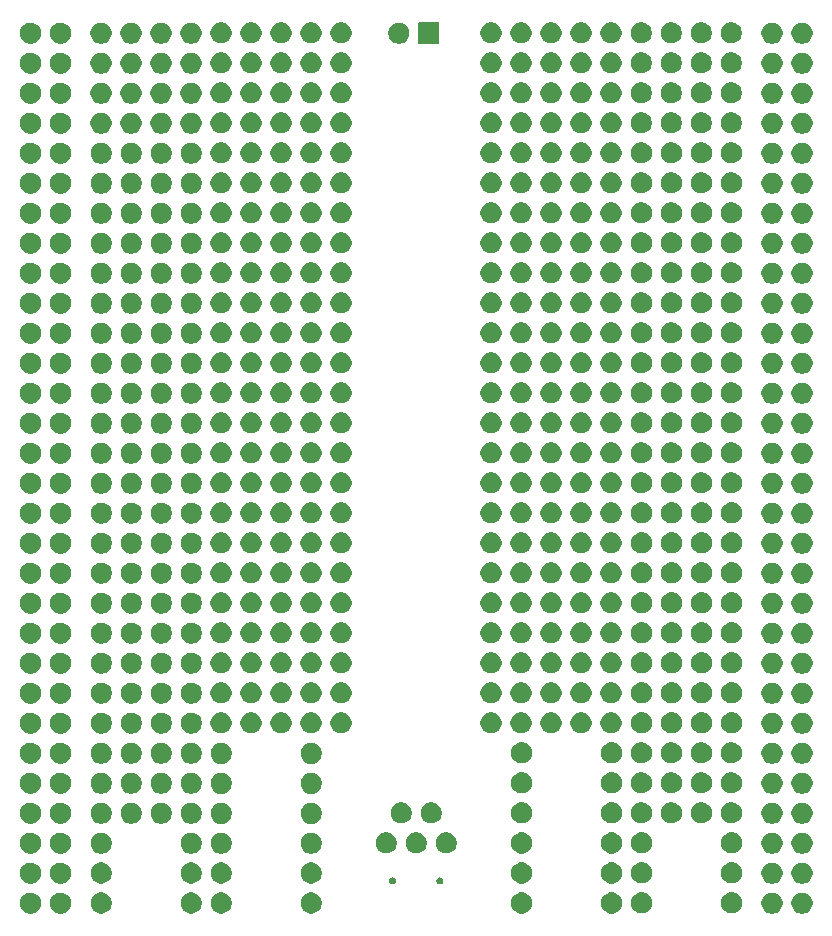
<source format=gbs>
G04 #@! TF.GenerationSoftware,KiCad,Pcbnew,9.0.1*
G04 #@! TF.CreationDate,2025-05-06T23:41:28-04:00*
G04 #@! TF.ProjectId,AltbierProto,416c7462-6965-4725-9072-6f746f2e6b69,rev?*
G04 #@! TF.SameCoordinates,Original*
G04 #@! TF.FileFunction,Soldermask,Bot*
G04 #@! TF.FilePolarity,Negative*
%FSLAX46Y46*%
G04 Gerber Fmt 4.6, Leading zero omitted, Abs format (unit mm)*
G04 Created by KiCad (PCBNEW 9.0.1) date 2025-05-06 23:41:28*
%MOMM*%
%LPD*%
G01*
G04 APERTURE LIST*
G04 APERTURE END LIST*
G36*
X108721546Y-128117797D02*
G01*
X108884728Y-128185389D01*
X109031588Y-128283518D01*
X109156482Y-128408412D01*
X109254611Y-128555272D01*
X109322203Y-128718454D01*
X109356661Y-128891687D01*
X109356661Y-129068313D01*
X109322203Y-129241546D01*
X109254611Y-129404728D01*
X109156482Y-129551588D01*
X109031588Y-129676482D01*
X108884728Y-129774611D01*
X108721546Y-129842203D01*
X108548313Y-129876661D01*
X108371687Y-129876661D01*
X108198454Y-129842203D01*
X108035272Y-129774611D01*
X107888412Y-129676482D01*
X107763518Y-129551588D01*
X107665389Y-129404728D01*
X107597797Y-129241546D01*
X107563339Y-129068313D01*
X107563339Y-128891687D01*
X107597797Y-128718454D01*
X107665389Y-128555272D01*
X107763518Y-128408412D01*
X107888412Y-128283518D01*
X108035272Y-128185389D01*
X108198454Y-128117797D01*
X108371687Y-128083339D01*
X108548313Y-128083339D01*
X108721546Y-128117797D01*
G37*
G36*
X111261546Y-128117797D02*
G01*
X111424728Y-128185389D01*
X111571588Y-128283518D01*
X111696482Y-128408412D01*
X111794611Y-128555272D01*
X111862203Y-128718454D01*
X111896661Y-128891687D01*
X111896661Y-129068313D01*
X111862203Y-129241546D01*
X111794611Y-129404728D01*
X111696482Y-129551588D01*
X111571588Y-129676482D01*
X111424728Y-129774611D01*
X111261546Y-129842203D01*
X111088313Y-129876661D01*
X110911687Y-129876661D01*
X110738454Y-129842203D01*
X110575272Y-129774611D01*
X110428412Y-129676482D01*
X110303518Y-129551588D01*
X110205389Y-129404728D01*
X110137797Y-129241546D01*
X110103339Y-129068313D01*
X110103339Y-128891687D01*
X110137797Y-128718454D01*
X110205389Y-128555272D01*
X110303518Y-128408412D01*
X110428412Y-128283518D01*
X110575272Y-128185389D01*
X110738454Y-128117797D01*
X110911687Y-128083339D01*
X111088313Y-128083339D01*
X111261546Y-128117797D01*
G37*
G36*
X171501546Y-128117797D02*
G01*
X171664728Y-128185389D01*
X171811588Y-128283518D01*
X171936482Y-128408412D01*
X172034611Y-128555272D01*
X172102203Y-128718454D01*
X172136661Y-128891687D01*
X172136661Y-129068313D01*
X172102203Y-129241546D01*
X172034611Y-129404728D01*
X171936482Y-129551588D01*
X171811588Y-129676482D01*
X171664728Y-129774611D01*
X171501546Y-129842203D01*
X171328313Y-129876661D01*
X171151687Y-129876661D01*
X170978454Y-129842203D01*
X170815272Y-129774611D01*
X170668412Y-129676482D01*
X170543518Y-129551588D01*
X170445389Y-129404728D01*
X170377797Y-129241546D01*
X170343339Y-129068313D01*
X170343339Y-128891687D01*
X170377797Y-128718454D01*
X170445389Y-128555272D01*
X170543518Y-128408412D01*
X170668412Y-128283518D01*
X170815272Y-128185389D01*
X170978454Y-128117797D01*
X171151687Y-128083339D01*
X171328313Y-128083339D01*
X171501546Y-128117797D01*
G37*
G36*
X174041546Y-128117797D02*
G01*
X174204728Y-128185389D01*
X174351588Y-128283518D01*
X174476482Y-128408412D01*
X174574611Y-128555272D01*
X174642203Y-128718454D01*
X174676661Y-128891687D01*
X174676661Y-129068313D01*
X174642203Y-129241546D01*
X174574611Y-129404728D01*
X174476482Y-129551588D01*
X174351588Y-129676482D01*
X174204728Y-129774611D01*
X174041546Y-129842203D01*
X173868313Y-129876661D01*
X173691687Y-129876661D01*
X173518454Y-129842203D01*
X173355272Y-129774611D01*
X173208412Y-129676482D01*
X173083518Y-129551588D01*
X172985389Y-129404728D01*
X172917797Y-129241546D01*
X172883339Y-129068313D01*
X172883339Y-128891687D01*
X172917797Y-128718454D01*
X172985389Y-128555272D01*
X173083518Y-128408412D01*
X173208412Y-128283518D01*
X173355272Y-128185389D01*
X173518454Y-128117797D01*
X173691687Y-128083339D01*
X173868313Y-128083339D01*
X174041546Y-128117797D01*
G37*
G36*
X114711546Y-128107797D02*
G01*
X114874728Y-128175389D01*
X115021588Y-128273518D01*
X115146482Y-128398412D01*
X115244611Y-128545272D01*
X115312203Y-128708454D01*
X115346661Y-128881687D01*
X115346661Y-129058313D01*
X115312203Y-129231546D01*
X115244611Y-129394728D01*
X115146482Y-129541588D01*
X115021588Y-129666482D01*
X114874728Y-129764611D01*
X114711546Y-129832203D01*
X114538313Y-129866661D01*
X114361687Y-129866661D01*
X114188454Y-129832203D01*
X114025272Y-129764611D01*
X113878412Y-129666482D01*
X113753518Y-129541588D01*
X113655389Y-129394728D01*
X113587797Y-129231546D01*
X113553339Y-129058313D01*
X113553339Y-128881687D01*
X113587797Y-128708454D01*
X113655389Y-128545272D01*
X113753518Y-128398412D01*
X113878412Y-128273518D01*
X114025272Y-128175389D01*
X114188454Y-128107797D01*
X114361687Y-128073339D01*
X114538313Y-128073339D01*
X114711546Y-128107797D01*
G37*
G36*
X122331546Y-128107797D02*
G01*
X122494728Y-128175389D01*
X122641588Y-128273518D01*
X122766482Y-128398412D01*
X122864611Y-128545272D01*
X122932203Y-128708454D01*
X122966661Y-128881687D01*
X122966661Y-129058313D01*
X122932203Y-129231546D01*
X122864611Y-129394728D01*
X122766482Y-129541588D01*
X122641588Y-129666482D01*
X122494728Y-129764611D01*
X122331546Y-129832203D01*
X122158313Y-129866661D01*
X121981687Y-129866661D01*
X121808454Y-129832203D01*
X121645272Y-129764611D01*
X121498412Y-129666482D01*
X121373518Y-129541588D01*
X121275389Y-129394728D01*
X121207797Y-129231546D01*
X121173339Y-129058313D01*
X121173339Y-128881687D01*
X121207797Y-128708454D01*
X121275389Y-128545272D01*
X121373518Y-128398412D01*
X121498412Y-128273518D01*
X121645272Y-128175389D01*
X121808454Y-128107797D01*
X121981687Y-128073339D01*
X122158313Y-128073339D01*
X122331546Y-128107797D01*
G37*
G36*
X124871546Y-128107797D02*
G01*
X125034728Y-128175389D01*
X125181588Y-128273518D01*
X125306482Y-128398412D01*
X125404611Y-128545272D01*
X125472203Y-128708454D01*
X125506661Y-128881687D01*
X125506661Y-129058313D01*
X125472203Y-129231546D01*
X125404611Y-129394728D01*
X125306482Y-129541588D01*
X125181588Y-129666482D01*
X125034728Y-129764611D01*
X124871546Y-129832203D01*
X124698313Y-129866661D01*
X124521687Y-129866661D01*
X124348454Y-129832203D01*
X124185272Y-129764611D01*
X124038412Y-129666482D01*
X123913518Y-129541588D01*
X123815389Y-129394728D01*
X123747797Y-129231546D01*
X123713339Y-129058313D01*
X123713339Y-128881687D01*
X123747797Y-128708454D01*
X123815389Y-128545272D01*
X123913518Y-128398412D01*
X124038412Y-128273518D01*
X124185272Y-128175389D01*
X124348454Y-128107797D01*
X124521687Y-128073339D01*
X124698313Y-128073339D01*
X124871546Y-128107797D01*
G37*
G36*
X132491546Y-128107797D02*
G01*
X132654728Y-128175389D01*
X132801588Y-128273518D01*
X132926482Y-128398412D01*
X133024611Y-128545272D01*
X133092203Y-128708454D01*
X133126661Y-128881687D01*
X133126661Y-129058313D01*
X133092203Y-129231546D01*
X133024611Y-129394728D01*
X132926482Y-129541588D01*
X132801588Y-129666482D01*
X132654728Y-129764611D01*
X132491546Y-129832203D01*
X132318313Y-129866661D01*
X132141687Y-129866661D01*
X131968454Y-129832203D01*
X131805272Y-129764611D01*
X131658412Y-129666482D01*
X131533518Y-129541588D01*
X131435389Y-129394728D01*
X131367797Y-129231546D01*
X131333339Y-129058313D01*
X131333339Y-128881687D01*
X131367797Y-128708454D01*
X131435389Y-128545272D01*
X131533518Y-128398412D01*
X131658412Y-128273518D01*
X131805272Y-128175389D01*
X131968454Y-128107797D01*
X132141687Y-128073339D01*
X132318313Y-128073339D01*
X132491546Y-128107797D01*
G37*
G36*
X150301546Y-128107797D02*
G01*
X150464728Y-128175389D01*
X150611588Y-128273518D01*
X150736482Y-128398412D01*
X150834611Y-128545272D01*
X150902203Y-128708454D01*
X150936661Y-128881687D01*
X150936661Y-129058313D01*
X150902203Y-129231546D01*
X150834611Y-129394728D01*
X150736482Y-129541588D01*
X150611588Y-129666482D01*
X150464728Y-129764611D01*
X150301546Y-129832203D01*
X150128313Y-129866661D01*
X149951687Y-129866661D01*
X149778454Y-129832203D01*
X149615272Y-129764611D01*
X149468412Y-129666482D01*
X149343518Y-129541588D01*
X149245389Y-129394728D01*
X149177797Y-129231546D01*
X149143339Y-129058313D01*
X149143339Y-128881687D01*
X149177797Y-128708454D01*
X149245389Y-128545272D01*
X149343518Y-128398412D01*
X149468412Y-128273518D01*
X149615272Y-128175389D01*
X149778454Y-128107797D01*
X149951687Y-128073339D01*
X150128313Y-128073339D01*
X150301546Y-128107797D01*
G37*
G36*
X157921546Y-128107797D02*
G01*
X158084728Y-128175389D01*
X158231588Y-128273518D01*
X158356482Y-128398412D01*
X158454611Y-128545272D01*
X158522203Y-128708454D01*
X158556661Y-128881687D01*
X158556661Y-129058313D01*
X158522203Y-129231546D01*
X158454611Y-129394728D01*
X158356482Y-129541588D01*
X158231588Y-129666482D01*
X158084728Y-129764611D01*
X157921546Y-129832203D01*
X157748313Y-129866661D01*
X157571687Y-129866661D01*
X157398454Y-129832203D01*
X157235272Y-129764611D01*
X157088412Y-129666482D01*
X156963518Y-129541588D01*
X156865389Y-129394728D01*
X156797797Y-129231546D01*
X156763339Y-129058313D01*
X156763339Y-128881687D01*
X156797797Y-128708454D01*
X156865389Y-128545272D01*
X156963518Y-128398412D01*
X157088412Y-128273518D01*
X157235272Y-128175389D01*
X157398454Y-128107797D01*
X157571687Y-128073339D01*
X157748313Y-128073339D01*
X157921546Y-128107797D01*
G37*
G36*
X160461546Y-128097797D02*
G01*
X160624728Y-128165389D01*
X160771588Y-128263518D01*
X160896482Y-128388412D01*
X160994611Y-128535272D01*
X161062203Y-128698454D01*
X161096661Y-128871687D01*
X161096661Y-129048313D01*
X161062203Y-129221546D01*
X160994611Y-129384728D01*
X160896482Y-129531588D01*
X160771588Y-129656482D01*
X160624728Y-129754611D01*
X160461546Y-129822203D01*
X160288313Y-129856661D01*
X160111687Y-129856661D01*
X159938454Y-129822203D01*
X159775272Y-129754611D01*
X159628412Y-129656482D01*
X159503518Y-129531588D01*
X159405389Y-129384728D01*
X159337797Y-129221546D01*
X159303339Y-129048313D01*
X159303339Y-128871687D01*
X159337797Y-128698454D01*
X159405389Y-128535272D01*
X159503518Y-128388412D01*
X159628412Y-128263518D01*
X159775272Y-128165389D01*
X159938454Y-128097797D01*
X160111687Y-128063339D01*
X160288313Y-128063339D01*
X160461546Y-128097797D01*
G37*
G36*
X168081546Y-128097797D02*
G01*
X168244728Y-128165389D01*
X168391588Y-128263518D01*
X168516482Y-128388412D01*
X168614611Y-128535272D01*
X168682203Y-128698454D01*
X168716661Y-128871687D01*
X168716661Y-129048313D01*
X168682203Y-129221546D01*
X168614611Y-129384728D01*
X168516482Y-129531588D01*
X168391588Y-129656482D01*
X168244728Y-129754611D01*
X168081546Y-129822203D01*
X167908313Y-129856661D01*
X167731687Y-129856661D01*
X167558454Y-129822203D01*
X167395272Y-129754611D01*
X167248412Y-129656482D01*
X167123518Y-129531588D01*
X167025389Y-129384728D01*
X166957797Y-129221546D01*
X166923339Y-129048313D01*
X166923339Y-128871687D01*
X166957797Y-128698454D01*
X167025389Y-128535272D01*
X167123518Y-128388412D01*
X167248412Y-128263518D01*
X167395272Y-128165389D01*
X167558454Y-128097797D01*
X167731687Y-128063339D01*
X167908313Y-128063339D01*
X168081546Y-128097797D01*
G37*
G36*
X139235188Y-126811912D02*
G01*
X139303237Y-126851201D01*
X139358799Y-126906763D01*
X139398088Y-126974812D01*
X139418425Y-127050712D01*
X139418425Y-127129288D01*
X139398088Y-127205188D01*
X139358799Y-127273237D01*
X139303237Y-127328799D01*
X139235188Y-127368088D01*
X139159288Y-127388425D01*
X139080712Y-127388425D01*
X139004812Y-127368088D01*
X138936763Y-127328799D01*
X138881201Y-127273237D01*
X138841912Y-127205188D01*
X138821575Y-127129288D01*
X138821575Y-127050712D01*
X138841912Y-126974812D01*
X138881201Y-126906763D01*
X138936763Y-126851201D01*
X139004812Y-126811912D01*
X139080712Y-126791575D01*
X139159288Y-126791575D01*
X139235188Y-126811912D01*
G37*
G36*
X143235188Y-126811912D02*
G01*
X143303237Y-126851201D01*
X143358799Y-126906763D01*
X143398088Y-126974812D01*
X143418425Y-127050712D01*
X143418425Y-127129288D01*
X143398088Y-127205188D01*
X143358799Y-127273237D01*
X143303237Y-127328799D01*
X143235188Y-127368088D01*
X143159288Y-127388425D01*
X143080712Y-127388425D01*
X143004812Y-127368088D01*
X142936763Y-127328799D01*
X142881201Y-127273237D01*
X142841912Y-127205188D01*
X142821575Y-127129288D01*
X142821575Y-127050712D01*
X142841912Y-126974812D01*
X142881201Y-126906763D01*
X142936763Y-126851201D01*
X143004812Y-126811912D01*
X143080712Y-126791575D01*
X143159288Y-126791575D01*
X143235188Y-126811912D01*
G37*
G36*
X108721546Y-125577797D02*
G01*
X108884728Y-125645389D01*
X109031588Y-125743518D01*
X109156482Y-125868412D01*
X109254611Y-126015272D01*
X109322203Y-126178454D01*
X109356661Y-126351687D01*
X109356661Y-126528313D01*
X109322203Y-126701546D01*
X109254611Y-126864728D01*
X109156482Y-127011588D01*
X109031588Y-127136482D01*
X108884728Y-127234611D01*
X108721546Y-127302203D01*
X108548313Y-127336661D01*
X108371687Y-127336661D01*
X108198454Y-127302203D01*
X108035272Y-127234611D01*
X107888412Y-127136482D01*
X107763518Y-127011588D01*
X107665389Y-126864728D01*
X107597797Y-126701546D01*
X107563339Y-126528313D01*
X107563339Y-126351687D01*
X107597797Y-126178454D01*
X107665389Y-126015272D01*
X107763518Y-125868412D01*
X107888412Y-125743518D01*
X108035272Y-125645389D01*
X108198454Y-125577797D01*
X108371687Y-125543339D01*
X108548313Y-125543339D01*
X108721546Y-125577797D01*
G37*
G36*
X111261546Y-125577797D02*
G01*
X111424728Y-125645389D01*
X111571588Y-125743518D01*
X111696482Y-125868412D01*
X111794611Y-126015272D01*
X111862203Y-126178454D01*
X111896661Y-126351687D01*
X111896661Y-126528313D01*
X111862203Y-126701546D01*
X111794611Y-126864728D01*
X111696482Y-127011588D01*
X111571588Y-127136482D01*
X111424728Y-127234611D01*
X111261546Y-127302203D01*
X111088313Y-127336661D01*
X110911687Y-127336661D01*
X110738454Y-127302203D01*
X110575272Y-127234611D01*
X110428412Y-127136482D01*
X110303518Y-127011588D01*
X110205389Y-126864728D01*
X110137797Y-126701546D01*
X110103339Y-126528313D01*
X110103339Y-126351687D01*
X110137797Y-126178454D01*
X110205389Y-126015272D01*
X110303518Y-125868412D01*
X110428412Y-125743518D01*
X110575272Y-125645389D01*
X110738454Y-125577797D01*
X110911687Y-125543339D01*
X111088313Y-125543339D01*
X111261546Y-125577797D01*
G37*
G36*
X171501546Y-125577797D02*
G01*
X171664728Y-125645389D01*
X171811588Y-125743518D01*
X171936482Y-125868412D01*
X172034611Y-126015272D01*
X172102203Y-126178454D01*
X172136661Y-126351687D01*
X172136661Y-126528313D01*
X172102203Y-126701546D01*
X172034611Y-126864728D01*
X171936482Y-127011588D01*
X171811588Y-127136482D01*
X171664728Y-127234611D01*
X171501546Y-127302203D01*
X171328313Y-127336661D01*
X171151687Y-127336661D01*
X170978454Y-127302203D01*
X170815272Y-127234611D01*
X170668412Y-127136482D01*
X170543518Y-127011588D01*
X170445389Y-126864728D01*
X170377797Y-126701546D01*
X170343339Y-126528313D01*
X170343339Y-126351687D01*
X170377797Y-126178454D01*
X170445389Y-126015272D01*
X170543518Y-125868412D01*
X170668412Y-125743518D01*
X170815272Y-125645389D01*
X170978454Y-125577797D01*
X171151687Y-125543339D01*
X171328313Y-125543339D01*
X171501546Y-125577797D01*
G37*
G36*
X174041546Y-125577797D02*
G01*
X174204728Y-125645389D01*
X174351588Y-125743518D01*
X174476482Y-125868412D01*
X174574611Y-126015272D01*
X174642203Y-126178454D01*
X174676661Y-126351687D01*
X174676661Y-126528313D01*
X174642203Y-126701546D01*
X174574611Y-126864728D01*
X174476482Y-127011588D01*
X174351588Y-127136482D01*
X174204728Y-127234611D01*
X174041546Y-127302203D01*
X173868313Y-127336661D01*
X173691687Y-127336661D01*
X173518454Y-127302203D01*
X173355272Y-127234611D01*
X173208412Y-127136482D01*
X173083518Y-127011588D01*
X172985389Y-126864728D01*
X172917797Y-126701546D01*
X172883339Y-126528313D01*
X172883339Y-126351687D01*
X172917797Y-126178454D01*
X172985389Y-126015272D01*
X173083518Y-125868412D01*
X173208412Y-125743518D01*
X173355272Y-125645389D01*
X173518454Y-125577797D01*
X173691687Y-125543339D01*
X173868313Y-125543339D01*
X174041546Y-125577797D01*
G37*
G36*
X114711546Y-125567797D02*
G01*
X114874728Y-125635389D01*
X115021588Y-125733518D01*
X115146482Y-125858412D01*
X115244611Y-126005272D01*
X115312203Y-126168454D01*
X115346661Y-126341687D01*
X115346661Y-126518313D01*
X115312203Y-126691546D01*
X115244611Y-126854728D01*
X115146482Y-127001588D01*
X115021588Y-127126482D01*
X114874728Y-127224611D01*
X114711546Y-127292203D01*
X114538313Y-127326661D01*
X114361687Y-127326661D01*
X114188454Y-127292203D01*
X114025272Y-127224611D01*
X113878412Y-127126482D01*
X113753518Y-127001588D01*
X113655389Y-126854728D01*
X113587797Y-126691546D01*
X113553339Y-126518313D01*
X113553339Y-126341687D01*
X113587797Y-126168454D01*
X113655389Y-126005272D01*
X113753518Y-125858412D01*
X113878412Y-125733518D01*
X114025272Y-125635389D01*
X114188454Y-125567797D01*
X114361687Y-125533339D01*
X114538313Y-125533339D01*
X114711546Y-125567797D01*
G37*
G36*
X122331546Y-125567797D02*
G01*
X122494728Y-125635389D01*
X122641588Y-125733518D01*
X122766482Y-125858412D01*
X122864611Y-126005272D01*
X122932203Y-126168454D01*
X122966661Y-126341687D01*
X122966661Y-126518313D01*
X122932203Y-126691546D01*
X122864611Y-126854728D01*
X122766482Y-127001588D01*
X122641588Y-127126482D01*
X122494728Y-127224611D01*
X122331546Y-127292203D01*
X122158313Y-127326661D01*
X121981687Y-127326661D01*
X121808454Y-127292203D01*
X121645272Y-127224611D01*
X121498412Y-127126482D01*
X121373518Y-127001588D01*
X121275389Y-126854728D01*
X121207797Y-126691546D01*
X121173339Y-126518313D01*
X121173339Y-126341687D01*
X121207797Y-126168454D01*
X121275389Y-126005272D01*
X121373518Y-125858412D01*
X121498412Y-125733518D01*
X121645272Y-125635389D01*
X121808454Y-125567797D01*
X121981687Y-125533339D01*
X122158313Y-125533339D01*
X122331546Y-125567797D01*
G37*
G36*
X124871546Y-125567797D02*
G01*
X125034728Y-125635389D01*
X125181588Y-125733518D01*
X125306482Y-125858412D01*
X125404611Y-126005272D01*
X125472203Y-126168454D01*
X125506661Y-126341687D01*
X125506661Y-126518313D01*
X125472203Y-126691546D01*
X125404611Y-126854728D01*
X125306482Y-127001588D01*
X125181588Y-127126482D01*
X125034728Y-127224611D01*
X124871546Y-127292203D01*
X124698313Y-127326661D01*
X124521687Y-127326661D01*
X124348454Y-127292203D01*
X124185272Y-127224611D01*
X124038412Y-127126482D01*
X123913518Y-127001588D01*
X123815389Y-126854728D01*
X123747797Y-126691546D01*
X123713339Y-126518313D01*
X123713339Y-126341687D01*
X123747797Y-126168454D01*
X123815389Y-126005272D01*
X123913518Y-125858412D01*
X124038412Y-125733518D01*
X124185272Y-125635389D01*
X124348454Y-125567797D01*
X124521687Y-125533339D01*
X124698313Y-125533339D01*
X124871546Y-125567797D01*
G37*
G36*
X132491546Y-125567797D02*
G01*
X132654728Y-125635389D01*
X132801588Y-125733518D01*
X132926482Y-125858412D01*
X133024611Y-126005272D01*
X133092203Y-126168454D01*
X133126661Y-126341687D01*
X133126661Y-126518313D01*
X133092203Y-126691546D01*
X133024611Y-126854728D01*
X132926482Y-127001588D01*
X132801588Y-127126482D01*
X132654728Y-127224611D01*
X132491546Y-127292203D01*
X132318313Y-127326661D01*
X132141687Y-127326661D01*
X131968454Y-127292203D01*
X131805272Y-127224611D01*
X131658412Y-127126482D01*
X131533518Y-127001588D01*
X131435389Y-126854728D01*
X131367797Y-126691546D01*
X131333339Y-126518313D01*
X131333339Y-126341687D01*
X131367797Y-126168454D01*
X131435389Y-126005272D01*
X131533518Y-125858412D01*
X131658412Y-125733518D01*
X131805272Y-125635389D01*
X131968454Y-125567797D01*
X132141687Y-125533339D01*
X132318313Y-125533339D01*
X132491546Y-125567797D01*
G37*
G36*
X150301546Y-125567797D02*
G01*
X150464728Y-125635389D01*
X150611588Y-125733518D01*
X150736482Y-125858412D01*
X150834611Y-126005272D01*
X150902203Y-126168454D01*
X150936661Y-126341687D01*
X150936661Y-126518313D01*
X150902203Y-126691546D01*
X150834611Y-126854728D01*
X150736482Y-127001588D01*
X150611588Y-127126482D01*
X150464728Y-127224611D01*
X150301546Y-127292203D01*
X150128313Y-127326661D01*
X149951687Y-127326661D01*
X149778454Y-127292203D01*
X149615272Y-127224611D01*
X149468412Y-127126482D01*
X149343518Y-127001588D01*
X149245389Y-126854728D01*
X149177797Y-126691546D01*
X149143339Y-126518313D01*
X149143339Y-126341687D01*
X149177797Y-126168454D01*
X149245389Y-126005272D01*
X149343518Y-125858412D01*
X149468412Y-125733518D01*
X149615272Y-125635389D01*
X149778454Y-125567797D01*
X149951687Y-125533339D01*
X150128313Y-125533339D01*
X150301546Y-125567797D01*
G37*
G36*
X157921546Y-125567797D02*
G01*
X158084728Y-125635389D01*
X158231588Y-125733518D01*
X158356482Y-125858412D01*
X158454611Y-126005272D01*
X158522203Y-126168454D01*
X158556661Y-126341687D01*
X158556661Y-126518313D01*
X158522203Y-126691546D01*
X158454611Y-126854728D01*
X158356482Y-127001588D01*
X158231588Y-127126482D01*
X158084728Y-127224611D01*
X157921546Y-127292203D01*
X157748313Y-127326661D01*
X157571687Y-127326661D01*
X157398454Y-127292203D01*
X157235272Y-127224611D01*
X157088412Y-127126482D01*
X156963518Y-127001588D01*
X156865389Y-126854728D01*
X156797797Y-126691546D01*
X156763339Y-126518313D01*
X156763339Y-126341687D01*
X156797797Y-126168454D01*
X156865389Y-126005272D01*
X156963518Y-125858412D01*
X157088412Y-125733518D01*
X157235272Y-125635389D01*
X157398454Y-125567797D01*
X157571687Y-125533339D01*
X157748313Y-125533339D01*
X157921546Y-125567797D01*
G37*
G36*
X160461546Y-125557797D02*
G01*
X160624728Y-125625389D01*
X160771588Y-125723518D01*
X160896482Y-125848412D01*
X160994611Y-125995272D01*
X161062203Y-126158454D01*
X161096661Y-126331687D01*
X161096661Y-126508313D01*
X161062203Y-126681546D01*
X160994611Y-126844728D01*
X160896482Y-126991588D01*
X160771588Y-127116482D01*
X160624728Y-127214611D01*
X160461546Y-127282203D01*
X160288313Y-127316661D01*
X160111687Y-127316661D01*
X159938454Y-127282203D01*
X159775272Y-127214611D01*
X159628412Y-127116482D01*
X159503518Y-126991588D01*
X159405389Y-126844728D01*
X159337797Y-126681546D01*
X159303339Y-126508313D01*
X159303339Y-126331687D01*
X159337797Y-126158454D01*
X159405389Y-125995272D01*
X159503518Y-125848412D01*
X159628412Y-125723518D01*
X159775272Y-125625389D01*
X159938454Y-125557797D01*
X160111687Y-125523339D01*
X160288313Y-125523339D01*
X160461546Y-125557797D01*
G37*
G36*
X168081546Y-125557797D02*
G01*
X168244728Y-125625389D01*
X168391588Y-125723518D01*
X168516482Y-125848412D01*
X168614611Y-125995272D01*
X168682203Y-126158454D01*
X168716661Y-126331687D01*
X168716661Y-126508313D01*
X168682203Y-126681546D01*
X168614611Y-126844728D01*
X168516482Y-126991588D01*
X168391588Y-127116482D01*
X168244728Y-127214611D01*
X168081546Y-127282203D01*
X167908313Y-127316661D01*
X167731687Y-127316661D01*
X167558454Y-127282203D01*
X167395272Y-127214611D01*
X167248412Y-127116482D01*
X167123518Y-126991588D01*
X167025389Y-126844728D01*
X166957797Y-126681546D01*
X166923339Y-126508313D01*
X166923339Y-126331687D01*
X166957797Y-126158454D01*
X167025389Y-125995272D01*
X167123518Y-125848412D01*
X167248412Y-125723518D01*
X167395272Y-125625389D01*
X167558454Y-125557797D01*
X167731687Y-125523339D01*
X167908313Y-125523339D01*
X168081546Y-125557797D01*
G37*
G36*
X108721546Y-123037797D02*
G01*
X108884728Y-123105389D01*
X109031588Y-123203518D01*
X109156482Y-123328412D01*
X109254611Y-123475272D01*
X109322203Y-123638454D01*
X109356661Y-123811687D01*
X109356661Y-123988313D01*
X109322203Y-124161546D01*
X109254611Y-124324728D01*
X109156482Y-124471588D01*
X109031588Y-124596482D01*
X108884728Y-124694611D01*
X108721546Y-124762203D01*
X108548313Y-124796661D01*
X108371687Y-124796661D01*
X108198454Y-124762203D01*
X108035272Y-124694611D01*
X107888412Y-124596482D01*
X107763518Y-124471588D01*
X107665389Y-124324728D01*
X107597797Y-124161546D01*
X107563339Y-123988313D01*
X107563339Y-123811687D01*
X107597797Y-123638454D01*
X107665389Y-123475272D01*
X107763518Y-123328412D01*
X107888412Y-123203518D01*
X108035272Y-123105389D01*
X108198454Y-123037797D01*
X108371687Y-123003339D01*
X108548313Y-123003339D01*
X108721546Y-123037797D01*
G37*
G36*
X111261546Y-123037797D02*
G01*
X111424728Y-123105389D01*
X111571588Y-123203518D01*
X111696482Y-123328412D01*
X111794611Y-123475272D01*
X111862203Y-123638454D01*
X111896661Y-123811687D01*
X111896661Y-123988313D01*
X111862203Y-124161546D01*
X111794611Y-124324728D01*
X111696482Y-124471588D01*
X111571588Y-124596482D01*
X111424728Y-124694611D01*
X111261546Y-124762203D01*
X111088313Y-124796661D01*
X110911687Y-124796661D01*
X110738454Y-124762203D01*
X110575272Y-124694611D01*
X110428412Y-124596482D01*
X110303518Y-124471588D01*
X110205389Y-124324728D01*
X110137797Y-124161546D01*
X110103339Y-123988313D01*
X110103339Y-123811687D01*
X110137797Y-123638454D01*
X110205389Y-123475272D01*
X110303518Y-123328412D01*
X110428412Y-123203518D01*
X110575272Y-123105389D01*
X110738454Y-123037797D01*
X110911687Y-123003339D01*
X111088313Y-123003339D01*
X111261546Y-123037797D01*
G37*
G36*
X114711546Y-123037797D02*
G01*
X114874728Y-123105389D01*
X115021588Y-123203518D01*
X115146482Y-123328412D01*
X115244611Y-123475272D01*
X115312203Y-123638454D01*
X115346661Y-123811687D01*
X115346661Y-123988313D01*
X115312203Y-124161546D01*
X115244611Y-124324728D01*
X115146482Y-124471588D01*
X115021588Y-124596482D01*
X114874728Y-124694611D01*
X114711546Y-124762203D01*
X114538313Y-124796661D01*
X114361687Y-124796661D01*
X114188454Y-124762203D01*
X114025272Y-124694611D01*
X113878412Y-124596482D01*
X113753518Y-124471588D01*
X113655389Y-124324728D01*
X113587797Y-124161546D01*
X113553339Y-123988313D01*
X113553339Y-123811687D01*
X113587797Y-123638454D01*
X113655389Y-123475272D01*
X113753518Y-123328412D01*
X113878412Y-123203518D01*
X114025272Y-123105389D01*
X114188454Y-123037797D01*
X114361687Y-123003339D01*
X114538313Y-123003339D01*
X114711546Y-123037797D01*
G37*
G36*
X122331546Y-123037797D02*
G01*
X122494728Y-123105389D01*
X122641588Y-123203518D01*
X122766482Y-123328412D01*
X122864611Y-123475272D01*
X122932203Y-123638454D01*
X122966661Y-123811687D01*
X122966661Y-123988313D01*
X122932203Y-124161546D01*
X122864611Y-124324728D01*
X122766482Y-124471588D01*
X122641588Y-124596482D01*
X122494728Y-124694611D01*
X122331546Y-124762203D01*
X122158313Y-124796661D01*
X121981687Y-124796661D01*
X121808454Y-124762203D01*
X121645272Y-124694611D01*
X121498412Y-124596482D01*
X121373518Y-124471588D01*
X121275389Y-124324728D01*
X121207797Y-124161546D01*
X121173339Y-123988313D01*
X121173339Y-123811687D01*
X121207797Y-123638454D01*
X121275389Y-123475272D01*
X121373518Y-123328412D01*
X121498412Y-123203518D01*
X121645272Y-123105389D01*
X121808454Y-123037797D01*
X121981687Y-123003339D01*
X122158313Y-123003339D01*
X122331546Y-123037797D01*
G37*
G36*
X124871546Y-123037797D02*
G01*
X125034728Y-123105389D01*
X125181588Y-123203518D01*
X125306482Y-123328412D01*
X125404611Y-123475272D01*
X125472203Y-123638454D01*
X125506661Y-123811687D01*
X125506661Y-123988313D01*
X125472203Y-124161546D01*
X125404611Y-124324728D01*
X125306482Y-124471588D01*
X125181588Y-124596482D01*
X125034728Y-124694611D01*
X124871546Y-124762203D01*
X124698313Y-124796661D01*
X124521687Y-124796661D01*
X124348454Y-124762203D01*
X124185272Y-124694611D01*
X124038412Y-124596482D01*
X123913518Y-124471588D01*
X123815389Y-124324728D01*
X123747797Y-124161546D01*
X123713339Y-123988313D01*
X123713339Y-123811687D01*
X123747797Y-123638454D01*
X123815389Y-123475272D01*
X123913518Y-123328412D01*
X124038412Y-123203518D01*
X124185272Y-123105389D01*
X124348454Y-123037797D01*
X124521687Y-123003339D01*
X124698313Y-123003339D01*
X124871546Y-123037797D01*
G37*
G36*
X132491546Y-123037797D02*
G01*
X132654728Y-123105389D01*
X132801588Y-123203518D01*
X132926482Y-123328412D01*
X133024611Y-123475272D01*
X133092203Y-123638454D01*
X133126661Y-123811687D01*
X133126661Y-123988313D01*
X133092203Y-124161546D01*
X133024611Y-124324728D01*
X132926482Y-124471588D01*
X132801588Y-124596482D01*
X132654728Y-124694611D01*
X132491546Y-124762203D01*
X132318313Y-124796661D01*
X132141687Y-124796661D01*
X131968454Y-124762203D01*
X131805272Y-124694611D01*
X131658412Y-124596482D01*
X131533518Y-124471588D01*
X131435389Y-124324728D01*
X131367797Y-124161546D01*
X131333339Y-123988313D01*
X131333339Y-123811687D01*
X131367797Y-123638454D01*
X131435389Y-123475272D01*
X131533518Y-123328412D01*
X131658412Y-123203518D01*
X131805272Y-123105389D01*
X131968454Y-123037797D01*
X132141687Y-123003339D01*
X132318313Y-123003339D01*
X132491546Y-123037797D01*
G37*
G36*
X171501546Y-123037797D02*
G01*
X171664728Y-123105389D01*
X171811588Y-123203518D01*
X171936482Y-123328412D01*
X172034611Y-123475272D01*
X172102203Y-123638454D01*
X172136661Y-123811687D01*
X172136661Y-123988313D01*
X172102203Y-124161546D01*
X172034611Y-124324728D01*
X171936482Y-124471588D01*
X171811588Y-124596482D01*
X171664728Y-124694611D01*
X171501546Y-124762203D01*
X171328313Y-124796661D01*
X171151687Y-124796661D01*
X170978454Y-124762203D01*
X170815272Y-124694611D01*
X170668412Y-124596482D01*
X170543518Y-124471588D01*
X170445389Y-124324728D01*
X170377797Y-124161546D01*
X170343339Y-123988313D01*
X170343339Y-123811687D01*
X170377797Y-123638454D01*
X170445389Y-123475272D01*
X170543518Y-123328412D01*
X170668412Y-123203518D01*
X170815272Y-123105389D01*
X170978454Y-123037797D01*
X171151687Y-123003339D01*
X171328313Y-123003339D01*
X171501546Y-123037797D01*
G37*
G36*
X174041546Y-123037797D02*
G01*
X174204728Y-123105389D01*
X174351588Y-123203518D01*
X174476482Y-123328412D01*
X174574611Y-123475272D01*
X174642203Y-123638454D01*
X174676661Y-123811687D01*
X174676661Y-123988313D01*
X174642203Y-124161546D01*
X174574611Y-124324728D01*
X174476482Y-124471588D01*
X174351588Y-124596482D01*
X174204728Y-124694611D01*
X174041546Y-124762203D01*
X173868313Y-124796661D01*
X173691687Y-124796661D01*
X173518454Y-124762203D01*
X173355272Y-124694611D01*
X173208412Y-124596482D01*
X173083518Y-124471588D01*
X172985389Y-124324728D01*
X172917797Y-124161546D01*
X172883339Y-123988313D01*
X172883339Y-123811687D01*
X172917797Y-123638454D01*
X172985389Y-123475272D01*
X173083518Y-123328412D01*
X173208412Y-123203518D01*
X173355272Y-123105389D01*
X173518454Y-123037797D01*
X173691687Y-123003339D01*
X173868313Y-123003339D01*
X174041546Y-123037797D01*
G37*
G36*
X150301546Y-123027797D02*
G01*
X150464728Y-123095389D01*
X150611588Y-123193518D01*
X150736482Y-123318412D01*
X150834611Y-123465272D01*
X150902203Y-123628454D01*
X150936661Y-123801687D01*
X150936661Y-123978313D01*
X150902203Y-124151546D01*
X150834611Y-124314728D01*
X150736482Y-124461588D01*
X150611588Y-124586482D01*
X150464728Y-124684611D01*
X150301546Y-124752203D01*
X150128313Y-124786661D01*
X149951687Y-124786661D01*
X149778454Y-124752203D01*
X149615272Y-124684611D01*
X149468412Y-124586482D01*
X149343518Y-124461588D01*
X149245389Y-124314728D01*
X149177797Y-124151546D01*
X149143339Y-123978313D01*
X149143339Y-123801687D01*
X149177797Y-123628454D01*
X149245389Y-123465272D01*
X149343518Y-123318412D01*
X149468412Y-123193518D01*
X149615272Y-123095389D01*
X149778454Y-123027797D01*
X149951687Y-122993339D01*
X150128313Y-122993339D01*
X150301546Y-123027797D01*
G37*
G36*
X157921546Y-123027797D02*
G01*
X158084728Y-123095389D01*
X158231588Y-123193518D01*
X158356482Y-123318412D01*
X158454611Y-123465272D01*
X158522203Y-123628454D01*
X158556661Y-123801687D01*
X158556661Y-123978313D01*
X158522203Y-124151546D01*
X158454611Y-124314728D01*
X158356482Y-124461588D01*
X158231588Y-124586482D01*
X158084728Y-124684611D01*
X157921546Y-124752203D01*
X157748313Y-124786661D01*
X157571687Y-124786661D01*
X157398454Y-124752203D01*
X157235272Y-124684611D01*
X157088412Y-124586482D01*
X156963518Y-124461588D01*
X156865389Y-124314728D01*
X156797797Y-124151546D01*
X156763339Y-123978313D01*
X156763339Y-123801687D01*
X156797797Y-123628454D01*
X156865389Y-123465272D01*
X156963518Y-123318412D01*
X157088412Y-123193518D01*
X157235272Y-123095389D01*
X157398454Y-123027797D01*
X157571687Y-122993339D01*
X157748313Y-122993339D01*
X157921546Y-123027797D01*
G37*
G36*
X160461546Y-123017797D02*
G01*
X160624728Y-123085389D01*
X160771588Y-123183518D01*
X160896482Y-123308412D01*
X160994611Y-123455272D01*
X161062203Y-123618454D01*
X161096661Y-123791687D01*
X161096661Y-123968313D01*
X161062203Y-124141546D01*
X160994611Y-124304728D01*
X160896482Y-124451588D01*
X160771588Y-124576482D01*
X160624728Y-124674611D01*
X160461546Y-124742203D01*
X160288313Y-124776661D01*
X160111687Y-124776661D01*
X159938454Y-124742203D01*
X159775272Y-124674611D01*
X159628412Y-124576482D01*
X159503518Y-124451588D01*
X159405389Y-124304728D01*
X159337797Y-124141546D01*
X159303339Y-123968313D01*
X159303339Y-123791687D01*
X159337797Y-123618454D01*
X159405389Y-123455272D01*
X159503518Y-123308412D01*
X159628412Y-123183518D01*
X159775272Y-123085389D01*
X159938454Y-123017797D01*
X160111687Y-122983339D01*
X160288313Y-122983339D01*
X160461546Y-123017797D01*
G37*
G36*
X168081546Y-123017797D02*
G01*
X168244728Y-123085389D01*
X168391588Y-123183518D01*
X168516482Y-123308412D01*
X168614611Y-123455272D01*
X168682203Y-123618454D01*
X168716661Y-123791687D01*
X168716661Y-123968313D01*
X168682203Y-124141546D01*
X168614611Y-124304728D01*
X168516482Y-124451588D01*
X168391588Y-124576482D01*
X168244728Y-124674611D01*
X168081546Y-124742203D01*
X167908313Y-124776661D01*
X167731687Y-124776661D01*
X167558454Y-124742203D01*
X167395272Y-124674611D01*
X167248412Y-124576482D01*
X167123518Y-124451588D01*
X167025389Y-124304728D01*
X166957797Y-124141546D01*
X166923339Y-123968313D01*
X166923339Y-123791687D01*
X166957797Y-123618454D01*
X167025389Y-123455272D01*
X167123518Y-123308412D01*
X167248412Y-123183518D01*
X167395272Y-123085389D01*
X167558454Y-123017797D01*
X167731687Y-122983339D01*
X167908313Y-122983339D01*
X168081546Y-123017797D01*
G37*
G36*
X138841546Y-123007797D02*
G01*
X139004728Y-123075389D01*
X139151588Y-123173518D01*
X139276482Y-123298412D01*
X139374611Y-123445272D01*
X139442203Y-123608454D01*
X139476661Y-123781687D01*
X139476661Y-123958313D01*
X139442203Y-124131546D01*
X139374611Y-124294728D01*
X139276482Y-124441588D01*
X139151588Y-124566482D01*
X139004728Y-124664611D01*
X138841546Y-124732203D01*
X138668313Y-124766661D01*
X138491687Y-124766661D01*
X138318454Y-124732203D01*
X138155272Y-124664611D01*
X138008412Y-124566482D01*
X137883518Y-124441588D01*
X137785389Y-124294728D01*
X137717797Y-124131546D01*
X137683339Y-123958313D01*
X137683339Y-123781687D01*
X137717797Y-123608454D01*
X137785389Y-123445272D01*
X137883518Y-123298412D01*
X138008412Y-123173518D01*
X138155272Y-123075389D01*
X138318454Y-123007797D01*
X138491687Y-122973339D01*
X138668313Y-122973339D01*
X138841546Y-123007797D01*
G37*
G36*
X141381546Y-123007797D02*
G01*
X141544728Y-123075389D01*
X141691588Y-123173518D01*
X141816482Y-123298412D01*
X141914611Y-123445272D01*
X141982203Y-123608454D01*
X142016661Y-123781687D01*
X142016661Y-123958313D01*
X141982203Y-124131546D01*
X141914611Y-124294728D01*
X141816482Y-124441588D01*
X141691588Y-124566482D01*
X141544728Y-124664611D01*
X141381546Y-124732203D01*
X141208313Y-124766661D01*
X141031687Y-124766661D01*
X140858454Y-124732203D01*
X140695272Y-124664611D01*
X140548412Y-124566482D01*
X140423518Y-124441588D01*
X140325389Y-124294728D01*
X140257797Y-124131546D01*
X140223339Y-123958313D01*
X140223339Y-123781687D01*
X140257797Y-123608454D01*
X140325389Y-123445272D01*
X140423518Y-123298412D01*
X140548412Y-123173518D01*
X140695272Y-123075389D01*
X140858454Y-123007797D01*
X141031687Y-122973339D01*
X141208313Y-122973339D01*
X141381546Y-123007797D01*
G37*
G36*
X143921546Y-123007797D02*
G01*
X144084728Y-123075389D01*
X144231588Y-123173518D01*
X144356482Y-123298412D01*
X144454611Y-123445272D01*
X144522203Y-123608454D01*
X144556661Y-123781687D01*
X144556661Y-123958313D01*
X144522203Y-124131546D01*
X144454611Y-124294728D01*
X144356482Y-124441588D01*
X144231588Y-124566482D01*
X144084728Y-124664611D01*
X143921546Y-124732203D01*
X143748313Y-124766661D01*
X143571687Y-124766661D01*
X143398454Y-124732203D01*
X143235272Y-124664611D01*
X143088412Y-124566482D01*
X142963518Y-124441588D01*
X142865389Y-124294728D01*
X142797797Y-124131546D01*
X142763339Y-123958313D01*
X142763339Y-123781687D01*
X142797797Y-123608454D01*
X142865389Y-123445272D01*
X142963518Y-123298412D01*
X143088412Y-123173518D01*
X143235272Y-123075389D01*
X143398454Y-123007797D01*
X143571687Y-122973339D01*
X143748313Y-122973339D01*
X143921546Y-123007797D01*
G37*
G36*
X124871546Y-120517797D02*
G01*
X125034728Y-120585389D01*
X125181588Y-120683518D01*
X125306482Y-120808412D01*
X125404611Y-120955272D01*
X125472203Y-121118454D01*
X125506661Y-121291687D01*
X125506661Y-121468313D01*
X125472203Y-121641546D01*
X125404611Y-121804728D01*
X125306482Y-121951588D01*
X125181588Y-122076482D01*
X125034728Y-122174611D01*
X124871546Y-122242203D01*
X124698313Y-122276661D01*
X124521687Y-122276661D01*
X124348454Y-122242203D01*
X124185272Y-122174611D01*
X124038412Y-122076482D01*
X123913518Y-121951588D01*
X123815389Y-121804728D01*
X123747797Y-121641546D01*
X123713339Y-121468313D01*
X123713339Y-121291687D01*
X123747797Y-121118454D01*
X123815389Y-120955272D01*
X123913518Y-120808412D01*
X124038412Y-120683518D01*
X124185272Y-120585389D01*
X124348454Y-120517797D01*
X124521687Y-120483339D01*
X124698313Y-120483339D01*
X124871546Y-120517797D01*
G37*
G36*
X132491546Y-120517797D02*
G01*
X132654728Y-120585389D01*
X132801588Y-120683518D01*
X132926482Y-120808412D01*
X133024611Y-120955272D01*
X133092203Y-121118454D01*
X133126661Y-121291687D01*
X133126661Y-121468313D01*
X133092203Y-121641546D01*
X133024611Y-121804728D01*
X132926482Y-121951588D01*
X132801588Y-122076482D01*
X132654728Y-122174611D01*
X132491546Y-122242203D01*
X132318313Y-122276661D01*
X132141687Y-122276661D01*
X131968454Y-122242203D01*
X131805272Y-122174611D01*
X131658412Y-122076482D01*
X131533518Y-121951588D01*
X131435389Y-121804728D01*
X131367797Y-121641546D01*
X131333339Y-121468313D01*
X131333339Y-121291687D01*
X131367797Y-121118454D01*
X131435389Y-120955272D01*
X131533518Y-120808412D01*
X131658412Y-120683518D01*
X131805272Y-120585389D01*
X131968454Y-120517797D01*
X132141687Y-120483339D01*
X132318313Y-120483339D01*
X132491546Y-120517797D01*
G37*
G36*
X114711546Y-120507797D02*
G01*
X114874728Y-120575389D01*
X115021588Y-120673518D01*
X115146482Y-120798412D01*
X115244611Y-120945272D01*
X115312203Y-121108454D01*
X115346661Y-121281687D01*
X115346661Y-121458313D01*
X115312203Y-121631546D01*
X115244611Y-121794728D01*
X115146482Y-121941588D01*
X115021588Y-122066482D01*
X114874728Y-122164611D01*
X114711546Y-122232203D01*
X114538313Y-122266661D01*
X114361687Y-122266661D01*
X114188454Y-122232203D01*
X114025272Y-122164611D01*
X113878412Y-122066482D01*
X113753518Y-121941588D01*
X113655389Y-121794728D01*
X113587797Y-121631546D01*
X113553339Y-121458313D01*
X113553339Y-121281687D01*
X113587797Y-121108454D01*
X113655389Y-120945272D01*
X113753518Y-120798412D01*
X113878412Y-120673518D01*
X114025272Y-120575389D01*
X114188454Y-120507797D01*
X114361687Y-120473339D01*
X114538313Y-120473339D01*
X114711546Y-120507797D01*
G37*
G36*
X117251546Y-120507797D02*
G01*
X117414728Y-120575389D01*
X117561588Y-120673518D01*
X117686482Y-120798412D01*
X117784611Y-120945272D01*
X117852203Y-121108454D01*
X117886661Y-121281687D01*
X117886661Y-121458313D01*
X117852203Y-121631546D01*
X117784611Y-121794728D01*
X117686482Y-121941588D01*
X117561588Y-122066482D01*
X117414728Y-122164611D01*
X117251546Y-122232203D01*
X117078313Y-122266661D01*
X116901687Y-122266661D01*
X116728454Y-122232203D01*
X116565272Y-122164611D01*
X116418412Y-122066482D01*
X116293518Y-121941588D01*
X116195389Y-121794728D01*
X116127797Y-121631546D01*
X116093339Y-121458313D01*
X116093339Y-121281687D01*
X116127797Y-121108454D01*
X116195389Y-120945272D01*
X116293518Y-120798412D01*
X116418412Y-120673518D01*
X116565272Y-120575389D01*
X116728454Y-120507797D01*
X116901687Y-120473339D01*
X117078313Y-120473339D01*
X117251546Y-120507797D01*
G37*
G36*
X119791546Y-120507797D02*
G01*
X119954728Y-120575389D01*
X120101588Y-120673518D01*
X120226482Y-120798412D01*
X120324611Y-120945272D01*
X120392203Y-121108454D01*
X120426661Y-121281687D01*
X120426661Y-121458313D01*
X120392203Y-121631546D01*
X120324611Y-121794728D01*
X120226482Y-121941588D01*
X120101588Y-122066482D01*
X119954728Y-122164611D01*
X119791546Y-122232203D01*
X119618313Y-122266661D01*
X119441687Y-122266661D01*
X119268454Y-122232203D01*
X119105272Y-122164611D01*
X118958412Y-122066482D01*
X118833518Y-121941588D01*
X118735389Y-121794728D01*
X118667797Y-121631546D01*
X118633339Y-121458313D01*
X118633339Y-121281687D01*
X118667797Y-121108454D01*
X118735389Y-120945272D01*
X118833518Y-120798412D01*
X118958412Y-120673518D01*
X119105272Y-120575389D01*
X119268454Y-120507797D01*
X119441687Y-120473339D01*
X119618313Y-120473339D01*
X119791546Y-120507797D01*
G37*
G36*
X122331546Y-120507797D02*
G01*
X122494728Y-120575389D01*
X122641588Y-120673518D01*
X122766482Y-120798412D01*
X122864611Y-120945272D01*
X122932203Y-121108454D01*
X122966661Y-121281687D01*
X122966661Y-121458313D01*
X122932203Y-121631546D01*
X122864611Y-121794728D01*
X122766482Y-121941588D01*
X122641588Y-122066482D01*
X122494728Y-122164611D01*
X122331546Y-122232203D01*
X122158313Y-122266661D01*
X121981687Y-122266661D01*
X121808454Y-122232203D01*
X121645272Y-122164611D01*
X121498412Y-122066482D01*
X121373518Y-121941588D01*
X121275389Y-121794728D01*
X121207797Y-121631546D01*
X121173339Y-121458313D01*
X121173339Y-121281687D01*
X121207797Y-121108454D01*
X121275389Y-120945272D01*
X121373518Y-120798412D01*
X121498412Y-120673518D01*
X121645272Y-120575389D01*
X121808454Y-120507797D01*
X121981687Y-120473339D01*
X122158313Y-120473339D01*
X122331546Y-120507797D01*
G37*
G36*
X108721546Y-120497797D02*
G01*
X108884728Y-120565389D01*
X109031588Y-120663518D01*
X109156482Y-120788412D01*
X109254611Y-120935272D01*
X109322203Y-121098454D01*
X109356661Y-121271687D01*
X109356661Y-121448313D01*
X109322203Y-121621546D01*
X109254611Y-121784728D01*
X109156482Y-121931588D01*
X109031588Y-122056482D01*
X108884728Y-122154611D01*
X108721546Y-122222203D01*
X108548313Y-122256661D01*
X108371687Y-122256661D01*
X108198454Y-122222203D01*
X108035272Y-122154611D01*
X107888412Y-122056482D01*
X107763518Y-121931588D01*
X107665389Y-121784728D01*
X107597797Y-121621546D01*
X107563339Y-121448313D01*
X107563339Y-121271687D01*
X107597797Y-121098454D01*
X107665389Y-120935272D01*
X107763518Y-120788412D01*
X107888412Y-120663518D01*
X108035272Y-120565389D01*
X108198454Y-120497797D01*
X108371687Y-120463339D01*
X108548313Y-120463339D01*
X108721546Y-120497797D01*
G37*
G36*
X111261546Y-120497797D02*
G01*
X111424728Y-120565389D01*
X111571588Y-120663518D01*
X111696482Y-120788412D01*
X111794611Y-120935272D01*
X111862203Y-121098454D01*
X111896661Y-121271687D01*
X111896661Y-121448313D01*
X111862203Y-121621546D01*
X111794611Y-121784728D01*
X111696482Y-121931588D01*
X111571588Y-122056482D01*
X111424728Y-122154611D01*
X111261546Y-122222203D01*
X111088313Y-122256661D01*
X110911687Y-122256661D01*
X110738454Y-122222203D01*
X110575272Y-122154611D01*
X110428412Y-122056482D01*
X110303518Y-121931588D01*
X110205389Y-121784728D01*
X110137797Y-121621546D01*
X110103339Y-121448313D01*
X110103339Y-121271687D01*
X110137797Y-121098454D01*
X110205389Y-120935272D01*
X110303518Y-120788412D01*
X110428412Y-120663518D01*
X110575272Y-120565389D01*
X110738454Y-120497797D01*
X110911687Y-120463339D01*
X111088313Y-120463339D01*
X111261546Y-120497797D01*
G37*
G36*
X171501546Y-120497797D02*
G01*
X171664728Y-120565389D01*
X171811588Y-120663518D01*
X171936482Y-120788412D01*
X172034611Y-120935272D01*
X172102203Y-121098454D01*
X172136661Y-121271687D01*
X172136661Y-121448313D01*
X172102203Y-121621546D01*
X172034611Y-121784728D01*
X171936482Y-121931588D01*
X171811588Y-122056482D01*
X171664728Y-122154611D01*
X171501546Y-122222203D01*
X171328313Y-122256661D01*
X171151687Y-122256661D01*
X170978454Y-122222203D01*
X170815272Y-122154611D01*
X170668412Y-122056482D01*
X170543518Y-121931588D01*
X170445389Y-121784728D01*
X170377797Y-121621546D01*
X170343339Y-121448313D01*
X170343339Y-121271687D01*
X170377797Y-121098454D01*
X170445389Y-120935272D01*
X170543518Y-120788412D01*
X170668412Y-120663518D01*
X170815272Y-120565389D01*
X170978454Y-120497797D01*
X171151687Y-120463339D01*
X171328313Y-120463339D01*
X171501546Y-120497797D01*
G37*
G36*
X174041546Y-120497797D02*
G01*
X174204728Y-120565389D01*
X174351588Y-120663518D01*
X174476482Y-120788412D01*
X174574611Y-120935272D01*
X174642203Y-121098454D01*
X174676661Y-121271687D01*
X174676661Y-121448313D01*
X174642203Y-121621546D01*
X174574611Y-121784728D01*
X174476482Y-121931588D01*
X174351588Y-122056482D01*
X174204728Y-122154611D01*
X174041546Y-122222203D01*
X173868313Y-122256661D01*
X173691687Y-122256661D01*
X173518454Y-122222203D01*
X173355272Y-122154611D01*
X173208412Y-122056482D01*
X173083518Y-121931588D01*
X172985389Y-121784728D01*
X172917797Y-121621546D01*
X172883339Y-121448313D01*
X172883339Y-121271687D01*
X172917797Y-121098454D01*
X172985389Y-120935272D01*
X173083518Y-120788412D01*
X173208412Y-120663518D01*
X173355272Y-120565389D01*
X173518454Y-120497797D01*
X173691687Y-120463339D01*
X173868313Y-120463339D01*
X174041546Y-120497797D01*
G37*
G36*
X160451546Y-120477797D02*
G01*
X160614728Y-120545389D01*
X160761588Y-120643518D01*
X160886482Y-120768412D01*
X160984611Y-120915272D01*
X161052203Y-121078454D01*
X161086661Y-121251687D01*
X161086661Y-121428313D01*
X161052203Y-121601546D01*
X160984611Y-121764728D01*
X160886482Y-121911588D01*
X160761588Y-122036482D01*
X160614728Y-122134611D01*
X160451546Y-122202203D01*
X160278313Y-122236661D01*
X160101687Y-122236661D01*
X159928454Y-122202203D01*
X159765272Y-122134611D01*
X159618412Y-122036482D01*
X159493518Y-121911588D01*
X159395389Y-121764728D01*
X159327797Y-121601546D01*
X159293339Y-121428313D01*
X159293339Y-121251687D01*
X159327797Y-121078454D01*
X159395389Y-120915272D01*
X159493518Y-120768412D01*
X159618412Y-120643518D01*
X159765272Y-120545389D01*
X159928454Y-120477797D01*
X160101687Y-120443339D01*
X160278313Y-120443339D01*
X160451546Y-120477797D01*
G37*
G36*
X162991546Y-120477797D02*
G01*
X163154728Y-120545389D01*
X163301588Y-120643518D01*
X163426482Y-120768412D01*
X163524611Y-120915272D01*
X163592203Y-121078454D01*
X163626661Y-121251687D01*
X163626661Y-121428313D01*
X163592203Y-121601546D01*
X163524611Y-121764728D01*
X163426482Y-121911588D01*
X163301588Y-122036482D01*
X163154728Y-122134611D01*
X162991546Y-122202203D01*
X162818313Y-122236661D01*
X162641687Y-122236661D01*
X162468454Y-122202203D01*
X162305272Y-122134611D01*
X162158412Y-122036482D01*
X162033518Y-121911588D01*
X161935389Y-121764728D01*
X161867797Y-121601546D01*
X161833339Y-121428313D01*
X161833339Y-121251687D01*
X161867797Y-121078454D01*
X161935389Y-120915272D01*
X162033518Y-120768412D01*
X162158412Y-120643518D01*
X162305272Y-120545389D01*
X162468454Y-120477797D01*
X162641687Y-120443339D01*
X162818313Y-120443339D01*
X162991546Y-120477797D01*
G37*
G36*
X165531546Y-120477797D02*
G01*
X165694728Y-120545389D01*
X165841588Y-120643518D01*
X165966482Y-120768412D01*
X166064611Y-120915272D01*
X166132203Y-121078454D01*
X166166661Y-121251687D01*
X166166661Y-121428313D01*
X166132203Y-121601546D01*
X166064611Y-121764728D01*
X165966482Y-121911588D01*
X165841588Y-122036482D01*
X165694728Y-122134611D01*
X165531546Y-122202203D01*
X165358313Y-122236661D01*
X165181687Y-122236661D01*
X165008454Y-122202203D01*
X164845272Y-122134611D01*
X164698412Y-122036482D01*
X164573518Y-121911588D01*
X164475389Y-121764728D01*
X164407797Y-121601546D01*
X164373339Y-121428313D01*
X164373339Y-121251687D01*
X164407797Y-121078454D01*
X164475389Y-120915272D01*
X164573518Y-120768412D01*
X164698412Y-120643518D01*
X164845272Y-120545389D01*
X165008454Y-120477797D01*
X165181687Y-120443339D01*
X165358313Y-120443339D01*
X165531546Y-120477797D01*
G37*
G36*
X168071546Y-120477797D02*
G01*
X168234728Y-120545389D01*
X168381588Y-120643518D01*
X168506482Y-120768412D01*
X168604611Y-120915272D01*
X168672203Y-121078454D01*
X168706661Y-121251687D01*
X168706661Y-121428313D01*
X168672203Y-121601546D01*
X168604611Y-121764728D01*
X168506482Y-121911588D01*
X168381588Y-122036482D01*
X168234728Y-122134611D01*
X168071546Y-122202203D01*
X167898313Y-122236661D01*
X167721687Y-122236661D01*
X167548454Y-122202203D01*
X167385272Y-122134611D01*
X167238412Y-122036482D01*
X167113518Y-121911588D01*
X167015389Y-121764728D01*
X166947797Y-121601546D01*
X166913339Y-121428313D01*
X166913339Y-121251687D01*
X166947797Y-121078454D01*
X167015389Y-120915272D01*
X167113518Y-120768412D01*
X167238412Y-120643518D01*
X167385272Y-120545389D01*
X167548454Y-120477797D01*
X167721687Y-120443339D01*
X167898313Y-120443339D01*
X168071546Y-120477797D01*
G37*
G36*
X140111546Y-120467797D02*
G01*
X140274728Y-120535389D01*
X140421588Y-120633518D01*
X140546482Y-120758412D01*
X140644611Y-120905272D01*
X140712203Y-121068454D01*
X140746661Y-121241687D01*
X140746661Y-121418313D01*
X140712203Y-121591546D01*
X140644611Y-121754728D01*
X140546482Y-121901588D01*
X140421588Y-122026482D01*
X140274728Y-122124611D01*
X140111546Y-122192203D01*
X139938313Y-122226661D01*
X139761687Y-122226661D01*
X139588454Y-122192203D01*
X139425272Y-122124611D01*
X139278412Y-122026482D01*
X139153518Y-121901588D01*
X139055389Y-121754728D01*
X138987797Y-121591546D01*
X138953339Y-121418313D01*
X138953339Y-121241687D01*
X138987797Y-121068454D01*
X139055389Y-120905272D01*
X139153518Y-120758412D01*
X139278412Y-120633518D01*
X139425272Y-120535389D01*
X139588454Y-120467797D01*
X139761687Y-120433339D01*
X139938313Y-120433339D01*
X140111546Y-120467797D01*
G37*
G36*
X142651546Y-120467797D02*
G01*
X142814728Y-120535389D01*
X142961588Y-120633518D01*
X143086482Y-120758412D01*
X143184611Y-120905272D01*
X143252203Y-121068454D01*
X143286661Y-121241687D01*
X143286661Y-121418313D01*
X143252203Y-121591546D01*
X143184611Y-121754728D01*
X143086482Y-121901588D01*
X142961588Y-122026482D01*
X142814728Y-122124611D01*
X142651546Y-122192203D01*
X142478313Y-122226661D01*
X142301687Y-122226661D01*
X142128454Y-122192203D01*
X141965272Y-122124611D01*
X141818412Y-122026482D01*
X141693518Y-121901588D01*
X141595389Y-121754728D01*
X141527797Y-121591546D01*
X141493339Y-121418313D01*
X141493339Y-121241687D01*
X141527797Y-121068454D01*
X141595389Y-120905272D01*
X141693518Y-120758412D01*
X141818412Y-120633518D01*
X141965272Y-120535389D01*
X142128454Y-120467797D01*
X142301687Y-120433339D01*
X142478313Y-120433339D01*
X142651546Y-120467797D01*
G37*
G36*
X150301546Y-120467797D02*
G01*
X150464728Y-120535389D01*
X150611588Y-120633518D01*
X150736482Y-120758412D01*
X150834611Y-120905272D01*
X150902203Y-121068454D01*
X150936661Y-121241687D01*
X150936661Y-121418313D01*
X150902203Y-121591546D01*
X150834611Y-121754728D01*
X150736482Y-121901588D01*
X150611588Y-122026482D01*
X150464728Y-122124611D01*
X150301546Y-122192203D01*
X150128313Y-122226661D01*
X149951687Y-122226661D01*
X149778454Y-122192203D01*
X149615272Y-122124611D01*
X149468412Y-122026482D01*
X149343518Y-121901588D01*
X149245389Y-121754728D01*
X149177797Y-121591546D01*
X149143339Y-121418313D01*
X149143339Y-121241687D01*
X149177797Y-121068454D01*
X149245389Y-120905272D01*
X149343518Y-120758412D01*
X149468412Y-120633518D01*
X149615272Y-120535389D01*
X149778454Y-120467797D01*
X149951687Y-120433339D01*
X150128313Y-120433339D01*
X150301546Y-120467797D01*
G37*
G36*
X157921546Y-120467797D02*
G01*
X158084728Y-120535389D01*
X158231588Y-120633518D01*
X158356482Y-120758412D01*
X158454611Y-120905272D01*
X158522203Y-121068454D01*
X158556661Y-121241687D01*
X158556661Y-121418313D01*
X158522203Y-121591546D01*
X158454611Y-121754728D01*
X158356482Y-121901588D01*
X158231588Y-122026482D01*
X158084728Y-122124611D01*
X157921546Y-122192203D01*
X157748313Y-122226661D01*
X157571687Y-122226661D01*
X157398454Y-122192203D01*
X157235272Y-122124611D01*
X157088412Y-122026482D01*
X156963518Y-121901588D01*
X156865389Y-121754728D01*
X156797797Y-121591546D01*
X156763339Y-121418313D01*
X156763339Y-121241687D01*
X156797797Y-121068454D01*
X156865389Y-120905272D01*
X156963518Y-120758412D01*
X157088412Y-120633518D01*
X157235272Y-120535389D01*
X157398454Y-120467797D01*
X157571687Y-120433339D01*
X157748313Y-120433339D01*
X157921546Y-120467797D01*
G37*
G36*
X124871546Y-117977797D02*
G01*
X125034728Y-118045389D01*
X125181588Y-118143518D01*
X125306482Y-118268412D01*
X125404611Y-118415272D01*
X125472203Y-118578454D01*
X125506661Y-118751687D01*
X125506661Y-118928313D01*
X125472203Y-119101546D01*
X125404611Y-119264728D01*
X125306482Y-119411588D01*
X125181588Y-119536482D01*
X125034728Y-119634611D01*
X124871546Y-119702203D01*
X124698313Y-119736661D01*
X124521687Y-119736661D01*
X124348454Y-119702203D01*
X124185272Y-119634611D01*
X124038412Y-119536482D01*
X123913518Y-119411588D01*
X123815389Y-119264728D01*
X123747797Y-119101546D01*
X123713339Y-118928313D01*
X123713339Y-118751687D01*
X123747797Y-118578454D01*
X123815389Y-118415272D01*
X123913518Y-118268412D01*
X124038412Y-118143518D01*
X124185272Y-118045389D01*
X124348454Y-117977797D01*
X124521687Y-117943339D01*
X124698313Y-117943339D01*
X124871546Y-117977797D01*
G37*
G36*
X132491546Y-117977797D02*
G01*
X132654728Y-118045389D01*
X132801588Y-118143518D01*
X132926482Y-118268412D01*
X133024611Y-118415272D01*
X133092203Y-118578454D01*
X133126661Y-118751687D01*
X133126661Y-118928313D01*
X133092203Y-119101546D01*
X133024611Y-119264728D01*
X132926482Y-119411588D01*
X132801588Y-119536482D01*
X132654728Y-119634611D01*
X132491546Y-119702203D01*
X132318313Y-119736661D01*
X132141687Y-119736661D01*
X131968454Y-119702203D01*
X131805272Y-119634611D01*
X131658412Y-119536482D01*
X131533518Y-119411588D01*
X131435389Y-119264728D01*
X131367797Y-119101546D01*
X131333339Y-118928313D01*
X131333339Y-118751687D01*
X131367797Y-118578454D01*
X131435389Y-118415272D01*
X131533518Y-118268412D01*
X131658412Y-118143518D01*
X131805272Y-118045389D01*
X131968454Y-117977797D01*
X132141687Y-117943339D01*
X132318313Y-117943339D01*
X132491546Y-117977797D01*
G37*
G36*
X114711546Y-117967797D02*
G01*
X114874728Y-118035389D01*
X115021588Y-118133518D01*
X115146482Y-118258412D01*
X115244611Y-118405272D01*
X115312203Y-118568454D01*
X115346661Y-118741687D01*
X115346661Y-118918313D01*
X115312203Y-119091546D01*
X115244611Y-119254728D01*
X115146482Y-119401588D01*
X115021588Y-119526482D01*
X114874728Y-119624611D01*
X114711546Y-119692203D01*
X114538313Y-119726661D01*
X114361687Y-119726661D01*
X114188454Y-119692203D01*
X114025272Y-119624611D01*
X113878412Y-119526482D01*
X113753518Y-119401588D01*
X113655389Y-119254728D01*
X113587797Y-119091546D01*
X113553339Y-118918313D01*
X113553339Y-118741687D01*
X113587797Y-118568454D01*
X113655389Y-118405272D01*
X113753518Y-118258412D01*
X113878412Y-118133518D01*
X114025272Y-118035389D01*
X114188454Y-117967797D01*
X114361687Y-117933339D01*
X114538313Y-117933339D01*
X114711546Y-117967797D01*
G37*
G36*
X117251546Y-117967797D02*
G01*
X117414728Y-118035389D01*
X117561588Y-118133518D01*
X117686482Y-118258412D01*
X117784611Y-118405272D01*
X117852203Y-118568454D01*
X117886661Y-118741687D01*
X117886661Y-118918313D01*
X117852203Y-119091546D01*
X117784611Y-119254728D01*
X117686482Y-119401588D01*
X117561588Y-119526482D01*
X117414728Y-119624611D01*
X117251546Y-119692203D01*
X117078313Y-119726661D01*
X116901687Y-119726661D01*
X116728454Y-119692203D01*
X116565272Y-119624611D01*
X116418412Y-119526482D01*
X116293518Y-119401588D01*
X116195389Y-119254728D01*
X116127797Y-119091546D01*
X116093339Y-118918313D01*
X116093339Y-118741687D01*
X116127797Y-118568454D01*
X116195389Y-118405272D01*
X116293518Y-118258412D01*
X116418412Y-118133518D01*
X116565272Y-118035389D01*
X116728454Y-117967797D01*
X116901687Y-117933339D01*
X117078313Y-117933339D01*
X117251546Y-117967797D01*
G37*
G36*
X119791546Y-117967797D02*
G01*
X119954728Y-118035389D01*
X120101588Y-118133518D01*
X120226482Y-118258412D01*
X120324611Y-118405272D01*
X120392203Y-118568454D01*
X120426661Y-118741687D01*
X120426661Y-118918313D01*
X120392203Y-119091546D01*
X120324611Y-119254728D01*
X120226482Y-119401588D01*
X120101588Y-119526482D01*
X119954728Y-119624611D01*
X119791546Y-119692203D01*
X119618313Y-119726661D01*
X119441687Y-119726661D01*
X119268454Y-119692203D01*
X119105272Y-119624611D01*
X118958412Y-119526482D01*
X118833518Y-119401588D01*
X118735389Y-119254728D01*
X118667797Y-119091546D01*
X118633339Y-118918313D01*
X118633339Y-118741687D01*
X118667797Y-118568454D01*
X118735389Y-118405272D01*
X118833518Y-118258412D01*
X118958412Y-118133518D01*
X119105272Y-118035389D01*
X119268454Y-117967797D01*
X119441687Y-117933339D01*
X119618313Y-117933339D01*
X119791546Y-117967797D01*
G37*
G36*
X122331546Y-117967797D02*
G01*
X122494728Y-118035389D01*
X122641588Y-118133518D01*
X122766482Y-118258412D01*
X122864611Y-118405272D01*
X122932203Y-118568454D01*
X122966661Y-118741687D01*
X122966661Y-118918313D01*
X122932203Y-119091546D01*
X122864611Y-119254728D01*
X122766482Y-119401588D01*
X122641588Y-119526482D01*
X122494728Y-119624611D01*
X122331546Y-119692203D01*
X122158313Y-119726661D01*
X121981687Y-119726661D01*
X121808454Y-119692203D01*
X121645272Y-119624611D01*
X121498412Y-119526482D01*
X121373518Y-119401588D01*
X121275389Y-119254728D01*
X121207797Y-119091546D01*
X121173339Y-118918313D01*
X121173339Y-118741687D01*
X121207797Y-118568454D01*
X121275389Y-118405272D01*
X121373518Y-118258412D01*
X121498412Y-118133518D01*
X121645272Y-118035389D01*
X121808454Y-117967797D01*
X121981687Y-117933339D01*
X122158313Y-117933339D01*
X122331546Y-117967797D01*
G37*
G36*
X108721546Y-117957797D02*
G01*
X108884728Y-118025389D01*
X109031588Y-118123518D01*
X109156482Y-118248412D01*
X109254611Y-118395272D01*
X109322203Y-118558454D01*
X109356661Y-118731687D01*
X109356661Y-118908313D01*
X109322203Y-119081546D01*
X109254611Y-119244728D01*
X109156482Y-119391588D01*
X109031588Y-119516482D01*
X108884728Y-119614611D01*
X108721546Y-119682203D01*
X108548313Y-119716661D01*
X108371687Y-119716661D01*
X108198454Y-119682203D01*
X108035272Y-119614611D01*
X107888412Y-119516482D01*
X107763518Y-119391588D01*
X107665389Y-119244728D01*
X107597797Y-119081546D01*
X107563339Y-118908313D01*
X107563339Y-118731687D01*
X107597797Y-118558454D01*
X107665389Y-118395272D01*
X107763518Y-118248412D01*
X107888412Y-118123518D01*
X108035272Y-118025389D01*
X108198454Y-117957797D01*
X108371687Y-117923339D01*
X108548313Y-117923339D01*
X108721546Y-117957797D01*
G37*
G36*
X111261546Y-117957797D02*
G01*
X111424728Y-118025389D01*
X111571588Y-118123518D01*
X111696482Y-118248412D01*
X111794611Y-118395272D01*
X111862203Y-118558454D01*
X111896661Y-118731687D01*
X111896661Y-118908313D01*
X111862203Y-119081546D01*
X111794611Y-119244728D01*
X111696482Y-119391588D01*
X111571588Y-119516482D01*
X111424728Y-119614611D01*
X111261546Y-119682203D01*
X111088313Y-119716661D01*
X110911687Y-119716661D01*
X110738454Y-119682203D01*
X110575272Y-119614611D01*
X110428412Y-119516482D01*
X110303518Y-119391588D01*
X110205389Y-119244728D01*
X110137797Y-119081546D01*
X110103339Y-118908313D01*
X110103339Y-118731687D01*
X110137797Y-118558454D01*
X110205389Y-118395272D01*
X110303518Y-118248412D01*
X110428412Y-118123518D01*
X110575272Y-118025389D01*
X110738454Y-117957797D01*
X110911687Y-117923339D01*
X111088313Y-117923339D01*
X111261546Y-117957797D01*
G37*
G36*
X171501546Y-117957797D02*
G01*
X171664728Y-118025389D01*
X171811588Y-118123518D01*
X171936482Y-118248412D01*
X172034611Y-118395272D01*
X172102203Y-118558454D01*
X172136661Y-118731687D01*
X172136661Y-118908313D01*
X172102203Y-119081546D01*
X172034611Y-119244728D01*
X171936482Y-119391588D01*
X171811588Y-119516482D01*
X171664728Y-119614611D01*
X171501546Y-119682203D01*
X171328313Y-119716661D01*
X171151687Y-119716661D01*
X170978454Y-119682203D01*
X170815272Y-119614611D01*
X170668412Y-119516482D01*
X170543518Y-119391588D01*
X170445389Y-119244728D01*
X170377797Y-119081546D01*
X170343339Y-118908313D01*
X170343339Y-118731687D01*
X170377797Y-118558454D01*
X170445389Y-118395272D01*
X170543518Y-118248412D01*
X170668412Y-118123518D01*
X170815272Y-118025389D01*
X170978454Y-117957797D01*
X171151687Y-117923339D01*
X171328313Y-117923339D01*
X171501546Y-117957797D01*
G37*
G36*
X174041546Y-117957797D02*
G01*
X174204728Y-118025389D01*
X174351588Y-118123518D01*
X174476482Y-118248412D01*
X174574611Y-118395272D01*
X174642203Y-118558454D01*
X174676661Y-118731687D01*
X174676661Y-118908313D01*
X174642203Y-119081546D01*
X174574611Y-119244728D01*
X174476482Y-119391588D01*
X174351588Y-119516482D01*
X174204728Y-119614611D01*
X174041546Y-119682203D01*
X173868313Y-119716661D01*
X173691687Y-119716661D01*
X173518454Y-119682203D01*
X173355272Y-119614611D01*
X173208412Y-119516482D01*
X173083518Y-119391588D01*
X172985389Y-119244728D01*
X172917797Y-119081546D01*
X172883339Y-118908313D01*
X172883339Y-118731687D01*
X172917797Y-118558454D01*
X172985389Y-118395272D01*
X173083518Y-118248412D01*
X173208412Y-118123518D01*
X173355272Y-118025389D01*
X173518454Y-117957797D01*
X173691687Y-117923339D01*
X173868313Y-117923339D01*
X174041546Y-117957797D01*
G37*
G36*
X160451546Y-117937797D02*
G01*
X160614728Y-118005389D01*
X160761588Y-118103518D01*
X160886482Y-118228412D01*
X160984611Y-118375272D01*
X161052203Y-118538454D01*
X161086661Y-118711687D01*
X161086661Y-118888313D01*
X161052203Y-119061546D01*
X160984611Y-119224728D01*
X160886482Y-119371588D01*
X160761588Y-119496482D01*
X160614728Y-119594611D01*
X160451546Y-119662203D01*
X160278313Y-119696661D01*
X160101687Y-119696661D01*
X159928454Y-119662203D01*
X159765272Y-119594611D01*
X159618412Y-119496482D01*
X159493518Y-119371588D01*
X159395389Y-119224728D01*
X159327797Y-119061546D01*
X159293339Y-118888313D01*
X159293339Y-118711687D01*
X159327797Y-118538454D01*
X159395389Y-118375272D01*
X159493518Y-118228412D01*
X159618412Y-118103518D01*
X159765272Y-118005389D01*
X159928454Y-117937797D01*
X160101687Y-117903339D01*
X160278313Y-117903339D01*
X160451546Y-117937797D01*
G37*
G36*
X162991546Y-117937797D02*
G01*
X163154728Y-118005389D01*
X163301588Y-118103518D01*
X163426482Y-118228412D01*
X163524611Y-118375272D01*
X163592203Y-118538454D01*
X163626661Y-118711687D01*
X163626661Y-118888313D01*
X163592203Y-119061546D01*
X163524611Y-119224728D01*
X163426482Y-119371588D01*
X163301588Y-119496482D01*
X163154728Y-119594611D01*
X162991546Y-119662203D01*
X162818313Y-119696661D01*
X162641687Y-119696661D01*
X162468454Y-119662203D01*
X162305272Y-119594611D01*
X162158412Y-119496482D01*
X162033518Y-119371588D01*
X161935389Y-119224728D01*
X161867797Y-119061546D01*
X161833339Y-118888313D01*
X161833339Y-118711687D01*
X161867797Y-118538454D01*
X161935389Y-118375272D01*
X162033518Y-118228412D01*
X162158412Y-118103518D01*
X162305272Y-118005389D01*
X162468454Y-117937797D01*
X162641687Y-117903339D01*
X162818313Y-117903339D01*
X162991546Y-117937797D01*
G37*
G36*
X165531546Y-117937797D02*
G01*
X165694728Y-118005389D01*
X165841588Y-118103518D01*
X165966482Y-118228412D01*
X166064611Y-118375272D01*
X166132203Y-118538454D01*
X166166661Y-118711687D01*
X166166661Y-118888313D01*
X166132203Y-119061546D01*
X166064611Y-119224728D01*
X165966482Y-119371588D01*
X165841588Y-119496482D01*
X165694728Y-119594611D01*
X165531546Y-119662203D01*
X165358313Y-119696661D01*
X165181687Y-119696661D01*
X165008454Y-119662203D01*
X164845272Y-119594611D01*
X164698412Y-119496482D01*
X164573518Y-119371588D01*
X164475389Y-119224728D01*
X164407797Y-119061546D01*
X164373339Y-118888313D01*
X164373339Y-118711687D01*
X164407797Y-118538454D01*
X164475389Y-118375272D01*
X164573518Y-118228412D01*
X164698412Y-118103518D01*
X164845272Y-118005389D01*
X165008454Y-117937797D01*
X165181687Y-117903339D01*
X165358313Y-117903339D01*
X165531546Y-117937797D01*
G37*
G36*
X168071546Y-117937797D02*
G01*
X168234728Y-118005389D01*
X168381588Y-118103518D01*
X168506482Y-118228412D01*
X168604611Y-118375272D01*
X168672203Y-118538454D01*
X168706661Y-118711687D01*
X168706661Y-118888313D01*
X168672203Y-119061546D01*
X168604611Y-119224728D01*
X168506482Y-119371588D01*
X168381588Y-119496482D01*
X168234728Y-119594611D01*
X168071546Y-119662203D01*
X167898313Y-119696661D01*
X167721687Y-119696661D01*
X167548454Y-119662203D01*
X167385272Y-119594611D01*
X167238412Y-119496482D01*
X167113518Y-119371588D01*
X167015389Y-119224728D01*
X166947797Y-119061546D01*
X166913339Y-118888313D01*
X166913339Y-118711687D01*
X166947797Y-118538454D01*
X167015389Y-118375272D01*
X167113518Y-118228412D01*
X167238412Y-118103518D01*
X167385272Y-118005389D01*
X167548454Y-117937797D01*
X167721687Y-117903339D01*
X167898313Y-117903339D01*
X168071546Y-117937797D01*
G37*
G36*
X150301546Y-117927797D02*
G01*
X150464728Y-117995389D01*
X150611588Y-118093518D01*
X150736482Y-118218412D01*
X150834611Y-118365272D01*
X150902203Y-118528454D01*
X150936661Y-118701687D01*
X150936661Y-118878313D01*
X150902203Y-119051546D01*
X150834611Y-119214728D01*
X150736482Y-119361588D01*
X150611588Y-119486482D01*
X150464728Y-119584611D01*
X150301546Y-119652203D01*
X150128313Y-119686661D01*
X149951687Y-119686661D01*
X149778454Y-119652203D01*
X149615272Y-119584611D01*
X149468412Y-119486482D01*
X149343518Y-119361588D01*
X149245389Y-119214728D01*
X149177797Y-119051546D01*
X149143339Y-118878313D01*
X149143339Y-118701687D01*
X149177797Y-118528454D01*
X149245389Y-118365272D01*
X149343518Y-118218412D01*
X149468412Y-118093518D01*
X149615272Y-117995389D01*
X149778454Y-117927797D01*
X149951687Y-117893339D01*
X150128313Y-117893339D01*
X150301546Y-117927797D01*
G37*
G36*
X157921546Y-117927797D02*
G01*
X158084728Y-117995389D01*
X158231588Y-118093518D01*
X158356482Y-118218412D01*
X158454611Y-118365272D01*
X158522203Y-118528454D01*
X158556661Y-118701687D01*
X158556661Y-118878313D01*
X158522203Y-119051546D01*
X158454611Y-119214728D01*
X158356482Y-119361588D01*
X158231588Y-119486482D01*
X158084728Y-119584611D01*
X157921546Y-119652203D01*
X157748313Y-119686661D01*
X157571687Y-119686661D01*
X157398454Y-119652203D01*
X157235272Y-119584611D01*
X157088412Y-119486482D01*
X156963518Y-119361588D01*
X156865389Y-119214728D01*
X156797797Y-119051546D01*
X156763339Y-118878313D01*
X156763339Y-118701687D01*
X156797797Y-118528454D01*
X156865389Y-118365272D01*
X156963518Y-118218412D01*
X157088412Y-118093518D01*
X157235272Y-117995389D01*
X157398454Y-117927797D01*
X157571687Y-117893339D01*
X157748313Y-117893339D01*
X157921546Y-117927797D01*
G37*
G36*
X124871546Y-115437797D02*
G01*
X125034728Y-115505389D01*
X125181588Y-115603518D01*
X125306482Y-115728412D01*
X125404611Y-115875272D01*
X125472203Y-116038454D01*
X125506661Y-116211687D01*
X125506661Y-116388313D01*
X125472203Y-116561546D01*
X125404611Y-116724728D01*
X125306482Y-116871588D01*
X125181588Y-116996482D01*
X125034728Y-117094611D01*
X124871546Y-117162203D01*
X124698313Y-117196661D01*
X124521687Y-117196661D01*
X124348454Y-117162203D01*
X124185272Y-117094611D01*
X124038412Y-116996482D01*
X123913518Y-116871588D01*
X123815389Y-116724728D01*
X123747797Y-116561546D01*
X123713339Y-116388313D01*
X123713339Y-116211687D01*
X123747797Y-116038454D01*
X123815389Y-115875272D01*
X123913518Y-115728412D01*
X124038412Y-115603518D01*
X124185272Y-115505389D01*
X124348454Y-115437797D01*
X124521687Y-115403339D01*
X124698313Y-115403339D01*
X124871546Y-115437797D01*
G37*
G36*
X132491546Y-115437797D02*
G01*
X132654728Y-115505389D01*
X132801588Y-115603518D01*
X132926482Y-115728412D01*
X133024611Y-115875272D01*
X133092203Y-116038454D01*
X133126661Y-116211687D01*
X133126661Y-116388313D01*
X133092203Y-116561546D01*
X133024611Y-116724728D01*
X132926482Y-116871588D01*
X132801588Y-116996482D01*
X132654728Y-117094611D01*
X132491546Y-117162203D01*
X132318313Y-117196661D01*
X132141687Y-117196661D01*
X131968454Y-117162203D01*
X131805272Y-117094611D01*
X131658412Y-116996482D01*
X131533518Y-116871588D01*
X131435389Y-116724728D01*
X131367797Y-116561546D01*
X131333339Y-116388313D01*
X131333339Y-116211687D01*
X131367797Y-116038454D01*
X131435389Y-115875272D01*
X131533518Y-115728412D01*
X131658412Y-115603518D01*
X131805272Y-115505389D01*
X131968454Y-115437797D01*
X132141687Y-115403339D01*
X132318313Y-115403339D01*
X132491546Y-115437797D01*
G37*
G36*
X114711546Y-115427797D02*
G01*
X114874728Y-115495389D01*
X115021588Y-115593518D01*
X115146482Y-115718412D01*
X115244611Y-115865272D01*
X115312203Y-116028454D01*
X115346661Y-116201687D01*
X115346661Y-116378313D01*
X115312203Y-116551546D01*
X115244611Y-116714728D01*
X115146482Y-116861588D01*
X115021588Y-116986482D01*
X114874728Y-117084611D01*
X114711546Y-117152203D01*
X114538313Y-117186661D01*
X114361687Y-117186661D01*
X114188454Y-117152203D01*
X114025272Y-117084611D01*
X113878412Y-116986482D01*
X113753518Y-116861588D01*
X113655389Y-116714728D01*
X113587797Y-116551546D01*
X113553339Y-116378313D01*
X113553339Y-116201687D01*
X113587797Y-116028454D01*
X113655389Y-115865272D01*
X113753518Y-115718412D01*
X113878412Y-115593518D01*
X114025272Y-115495389D01*
X114188454Y-115427797D01*
X114361687Y-115393339D01*
X114538313Y-115393339D01*
X114711546Y-115427797D01*
G37*
G36*
X117251546Y-115427797D02*
G01*
X117414728Y-115495389D01*
X117561588Y-115593518D01*
X117686482Y-115718412D01*
X117784611Y-115865272D01*
X117852203Y-116028454D01*
X117886661Y-116201687D01*
X117886661Y-116378313D01*
X117852203Y-116551546D01*
X117784611Y-116714728D01*
X117686482Y-116861588D01*
X117561588Y-116986482D01*
X117414728Y-117084611D01*
X117251546Y-117152203D01*
X117078313Y-117186661D01*
X116901687Y-117186661D01*
X116728454Y-117152203D01*
X116565272Y-117084611D01*
X116418412Y-116986482D01*
X116293518Y-116861588D01*
X116195389Y-116714728D01*
X116127797Y-116551546D01*
X116093339Y-116378313D01*
X116093339Y-116201687D01*
X116127797Y-116028454D01*
X116195389Y-115865272D01*
X116293518Y-115718412D01*
X116418412Y-115593518D01*
X116565272Y-115495389D01*
X116728454Y-115427797D01*
X116901687Y-115393339D01*
X117078313Y-115393339D01*
X117251546Y-115427797D01*
G37*
G36*
X119791546Y-115427797D02*
G01*
X119954728Y-115495389D01*
X120101588Y-115593518D01*
X120226482Y-115718412D01*
X120324611Y-115865272D01*
X120392203Y-116028454D01*
X120426661Y-116201687D01*
X120426661Y-116378313D01*
X120392203Y-116551546D01*
X120324611Y-116714728D01*
X120226482Y-116861588D01*
X120101588Y-116986482D01*
X119954728Y-117084611D01*
X119791546Y-117152203D01*
X119618313Y-117186661D01*
X119441687Y-117186661D01*
X119268454Y-117152203D01*
X119105272Y-117084611D01*
X118958412Y-116986482D01*
X118833518Y-116861588D01*
X118735389Y-116714728D01*
X118667797Y-116551546D01*
X118633339Y-116378313D01*
X118633339Y-116201687D01*
X118667797Y-116028454D01*
X118735389Y-115865272D01*
X118833518Y-115718412D01*
X118958412Y-115593518D01*
X119105272Y-115495389D01*
X119268454Y-115427797D01*
X119441687Y-115393339D01*
X119618313Y-115393339D01*
X119791546Y-115427797D01*
G37*
G36*
X122331546Y-115427797D02*
G01*
X122494728Y-115495389D01*
X122641588Y-115593518D01*
X122766482Y-115718412D01*
X122864611Y-115865272D01*
X122932203Y-116028454D01*
X122966661Y-116201687D01*
X122966661Y-116378313D01*
X122932203Y-116551546D01*
X122864611Y-116714728D01*
X122766482Y-116861588D01*
X122641588Y-116986482D01*
X122494728Y-117084611D01*
X122331546Y-117152203D01*
X122158313Y-117186661D01*
X121981687Y-117186661D01*
X121808454Y-117152203D01*
X121645272Y-117084611D01*
X121498412Y-116986482D01*
X121373518Y-116861588D01*
X121275389Y-116714728D01*
X121207797Y-116551546D01*
X121173339Y-116378313D01*
X121173339Y-116201687D01*
X121207797Y-116028454D01*
X121275389Y-115865272D01*
X121373518Y-115718412D01*
X121498412Y-115593518D01*
X121645272Y-115495389D01*
X121808454Y-115427797D01*
X121981687Y-115393339D01*
X122158313Y-115393339D01*
X122331546Y-115427797D01*
G37*
G36*
X108721546Y-115417797D02*
G01*
X108884728Y-115485389D01*
X109031588Y-115583518D01*
X109156482Y-115708412D01*
X109254611Y-115855272D01*
X109322203Y-116018454D01*
X109356661Y-116191687D01*
X109356661Y-116368313D01*
X109322203Y-116541546D01*
X109254611Y-116704728D01*
X109156482Y-116851588D01*
X109031588Y-116976482D01*
X108884728Y-117074611D01*
X108721546Y-117142203D01*
X108548313Y-117176661D01*
X108371687Y-117176661D01*
X108198454Y-117142203D01*
X108035272Y-117074611D01*
X107888412Y-116976482D01*
X107763518Y-116851588D01*
X107665389Y-116704728D01*
X107597797Y-116541546D01*
X107563339Y-116368313D01*
X107563339Y-116191687D01*
X107597797Y-116018454D01*
X107665389Y-115855272D01*
X107763518Y-115708412D01*
X107888412Y-115583518D01*
X108035272Y-115485389D01*
X108198454Y-115417797D01*
X108371687Y-115383339D01*
X108548313Y-115383339D01*
X108721546Y-115417797D01*
G37*
G36*
X111261546Y-115417797D02*
G01*
X111424728Y-115485389D01*
X111571588Y-115583518D01*
X111696482Y-115708412D01*
X111794611Y-115855272D01*
X111862203Y-116018454D01*
X111896661Y-116191687D01*
X111896661Y-116368313D01*
X111862203Y-116541546D01*
X111794611Y-116704728D01*
X111696482Y-116851588D01*
X111571588Y-116976482D01*
X111424728Y-117074611D01*
X111261546Y-117142203D01*
X111088313Y-117176661D01*
X110911687Y-117176661D01*
X110738454Y-117142203D01*
X110575272Y-117074611D01*
X110428412Y-116976482D01*
X110303518Y-116851588D01*
X110205389Y-116704728D01*
X110137797Y-116541546D01*
X110103339Y-116368313D01*
X110103339Y-116191687D01*
X110137797Y-116018454D01*
X110205389Y-115855272D01*
X110303518Y-115708412D01*
X110428412Y-115583518D01*
X110575272Y-115485389D01*
X110738454Y-115417797D01*
X110911687Y-115383339D01*
X111088313Y-115383339D01*
X111261546Y-115417797D01*
G37*
G36*
X171501546Y-115417797D02*
G01*
X171664728Y-115485389D01*
X171811588Y-115583518D01*
X171936482Y-115708412D01*
X172034611Y-115855272D01*
X172102203Y-116018454D01*
X172136661Y-116191687D01*
X172136661Y-116368313D01*
X172102203Y-116541546D01*
X172034611Y-116704728D01*
X171936482Y-116851588D01*
X171811588Y-116976482D01*
X171664728Y-117074611D01*
X171501546Y-117142203D01*
X171328313Y-117176661D01*
X171151687Y-117176661D01*
X170978454Y-117142203D01*
X170815272Y-117074611D01*
X170668412Y-116976482D01*
X170543518Y-116851588D01*
X170445389Y-116704728D01*
X170377797Y-116541546D01*
X170343339Y-116368313D01*
X170343339Y-116191687D01*
X170377797Y-116018454D01*
X170445389Y-115855272D01*
X170543518Y-115708412D01*
X170668412Y-115583518D01*
X170815272Y-115485389D01*
X170978454Y-115417797D01*
X171151687Y-115383339D01*
X171328313Y-115383339D01*
X171501546Y-115417797D01*
G37*
G36*
X174041546Y-115417797D02*
G01*
X174204728Y-115485389D01*
X174351588Y-115583518D01*
X174476482Y-115708412D01*
X174574611Y-115855272D01*
X174642203Y-116018454D01*
X174676661Y-116191687D01*
X174676661Y-116368313D01*
X174642203Y-116541546D01*
X174574611Y-116704728D01*
X174476482Y-116851588D01*
X174351588Y-116976482D01*
X174204728Y-117074611D01*
X174041546Y-117142203D01*
X173868313Y-117176661D01*
X173691687Y-117176661D01*
X173518454Y-117142203D01*
X173355272Y-117074611D01*
X173208412Y-116976482D01*
X173083518Y-116851588D01*
X172985389Y-116704728D01*
X172917797Y-116541546D01*
X172883339Y-116368313D01*
X172883339Y-116191687D01*
X172917797Y-116018454D01*
X172985389Y-115855272D01*
X173083518Y-115708412D01*
X173208412Y-115583518D01*
X173355272Y-115485389D01*
X173518454Y-115417797D01*
X173691687Y-115383339D01*
X173868313Y-115383339D01*
X174041546Y-115417797D01*
G37*
G36*
X160451546Y-115397797D02*
G01*
X160614728Y-115465389D01*
X160761588Y-115563518D01*
X160886482Y-115688412D01*
X160984611Y-115835272D01*
X161052203Y-115998454D01*
X161086661Y-116171687D01*
X161086661Y-116348313D01*
X161052203Y-116521546D01*
X160984611Y-116684728D01*
X160886482Y-116831588D01*
X160761588Y-116956482D01*
X160614728Y-117054611D01*
X160451546Y-117122203D01*
X160278313Y-117156661D01*
X160101687Y-117156661D01*
X159928454Y-117122203D01*
X159765272Y-117054611D01*
X159618412Y-116956482D01*
X159493518Y-116831588D01*
X159395389Y-116684728D01*
X159327797Y-116521546D01*
X159293339Y-116348313D01*
X159293339Y-116171687D01*
X159327797Y-115998454D01*
X159395389Y-115835272D01*
X159493518Y-115688412D01*
X159618412Y-115563518D01*
X159765272Y-115465389D01*
X159928454Y-115397797D01*
X160101687Y-115363339D01*
X160278313Y-115363339D01*
X160451546Y-115397797D01*
G37*
G36*
X162991546Y-115397797D02*
G01*
X163154728Y-115465389D01*
X163301588Y-115563518D01*
X163426482Y-115688412D01*
X163524611Y-115835272D01*
X163592203Y-115998454D01*
X163626661Y-116171687D01*
X163626661Y-116348313D01*
X163592203Y-116521546D01*
X163524611Y-116684728D01*
X163426482Y-116831588D01*
X163301588Y-116956482D01*
X163154728Y-117054611D01*
X162991546Y-117122203D01*
X162818313Y-117156661D01*
X162641687Y-117156661D01*
X162468454Y-117122203D01*
X162305272Y-117054611D01*
X162158412Y-116956482D01*
X162033518Y-116831588D01*
X161935389Y-116684728D01*
X161867797Y-116521546D01*
X161833339Y-116348313D01*
X161833339Y-116171687D01*
X161867797Y-115998454D01*
X161935389Y-115835272D01*
X162033518Y-115688412D01*
X162158412Y-115563518D01*
X162305272Y-115465389D01*
X162468454Y-115397797D01*
X162641687Y-115363339D01*
X162818313Y-115363339D01*
X162991546Y-115397797D01*
G37*
G36*
X165531546Y-115397797D02*
G01*
X165694728Y-115465389D01*
X165841588Y-115563518D01*
X165966482Y-115688412D01*
X166064611Y-115835272D01*
X166132203Y-115998454D01*
X166166661Y-116171687D01*
X166166661Y-116348313D01*
X166132203Y-116521546D01*
X166064611Y-116684728D01*
X165966482Y-116831588D01*
X165841588Y-116956482D01*
X165694728Y-117054611D01*
X165531546Y-117122203D01*
X165358313Y-117156661D01*
X165181687Y-117156661D01*
X165008454Y-117122203D01*
X164845272Y-117054611D01*
X164698412Y-116956482D01*
X164573518Y-116831588D01*
X164475389Y-116684728D01*
X164407797Y-116521546D01*
X164373339Y-116348313D01*
X164373339Y-116171687D01*
X164407797Y-115998454D01*
X164475389Y-115835272D01*
X164573518Y-115688412D01*
X164698412Y-115563518D01*
X164845272Y-115465389D01*
X165008454Y-115397797D01*
X165181687Y-115363339D01*
X165358313Y-115363339D01*
X165531546Y-115397797D01*
G37*
G36*
X168071546Y-115397797D02*
G01*
X168234728Y-115465389D01*
X168381588Y-115563518D01*
X168506482Y-115688412D01*
X168604611Y-115835272D01*
X168672203Y-115998454D01*
X168706661Y-116171687D01*
X168706661Y-116348313D01*
X168672203Y-116521546D01*
X168604611Y-116684728D01*
X168506482Y-116831588D01*
X168381588Y-116956482D01*
X168234728Y-117054611D01*
X168071546Y-117122203D01*
X167898313Y-117156661D01*
X167721687Y-117156661D01*
X167548454Y-117122203D01*
X167385272Y-117054611D01*
X167238412Y-116956482D01*
X167113518Y-116831588D01*
X167015389Y-116684728D01*
X166947797Y-116521546D01*
X166913339Y-116348313D01*
X166913339Y-116171687D01*
X166947797Y-115998454D01*
X167015389Y-115835272D01*
X167113518Y-115688412D01*
X167238412Y-115563518D01*
X167385272Y-115465389D01*
X167548454Y-115397797D01*
X167721687Y-115363339D01*
X167898313Y-115363339D01*
X168071546Y-115397797D01*
G37*
G36*
X150301546Y-115387797D02*
G01*
X150464728Y-115455389D01*
X150611588Y-115553518D01*
X150736482Y-115678412D01*
X150834611Y-115825272D01*
X150902203Y-115988454D01*
X150936661Y-116161687D01*
X150936661Y-116338313D01*
X150902203Y-116511546D01*
X150834611Y-116674728D01*
X150736482Y-116821588D01*
X150611588Y-116946482D01*
X150464728Y-117044611D01*
X150301546Y-117112203D01*
X150128313Y-117146661D01*
X149951687Y-117146661D01*
X149778454Y-117112203D01*
X149615272Y-117044611D01*
X149468412Y-116946482D01*
X149343518Y-116821588D01*
X149245389Y-116674728D01*
X149177797Y-116511546D01*
X149143339Y-116338313D01*
X149143339Y-116161687D01*
X149177797Y-115988454D01*
X149245389Y-115825272D01*
X149343518Y-115678412D01*
X149468412Y-115553518D01*
X149615272Y-115455389D01*
X149778454Y-115387797D01*
X149951687Y-115353339D01*
X150128313Y-115353339D01*
X150301546Y-115387797D01*
G37*
G36*
X157921546Y-115387797D02*
G01*
X158084728Y-115455389D01*
X158231588Y-115553518D01*
X158356482Y-115678412D01*
X158454611Y-115825272D01*
X158522203Y-115988454D01*
X158556661Y-116161687D01*
X158556661Y-116338313D01*
X158522203Y-116511546D01*
X158454611Y-116674728D01*
X158356482Y-116821588D01*
X158231588Y-116946482D01*
X158084728Y-117044611D01*
X157921546Y-117112203D01*
X157748313Y-117146661D01*
X157571687Y-117146661D01*
X157398454Y-117112203D01*
X157235272Y-117044611D01*
X157088412Y-116946482D01*
X156963518Y-116821588D01*
X156865389Y-116674728D01*
X156797797Y-116511546D01*
X156763339Y-116338313D01*
X156763339Y-116161687D01*
X156797797Y-115988454D01*
X156865389Y-115825272D01*
X156963518Y-115678412D01*
X157088412Y-115553518D01*
X157235272Y-115455389D01*
X157398454Y-115387797D01*
X157571687Y-115353339D01*
X157748313Y-115353339D01*
X157921546Y-115387797D01*
G37*
G36*
X114721546Y-112887797D02*
G01*
X114884728Y-112955389D01*
X115031588Y-113053518D01*
X115156482Y-113178412D01*
X115254611Y-113325272D01*
X115322203Y-113488454D01*
X115356661Y-113661687D01*
X115356661Y-113838313D01*
X115322203Y-114011546D01*
X115254611Y-114174728D01*
X115156482Y-114321588D01*
X115031588Y-114446482D01*
X114884728Y-114544611D01*
X114721546Y-114612203D01*
X114548313Y-114646661D01*
X114371687Y-114646661D01*
X114198454Y-114612203D01*
X114035272Y-114544611D01*
X113888412Y-114446482D01*
X113763518Y-114321588D01*
X113665389Y-114174728D01*
X113597797Y-114011546D01*
X113563339Y-113838313D01*
X113563339Y-113661687D01*
X113597797Y-113488454D01*
X113665389Y-113325272D01*
X113763518Y-113178412D01*
X113888412Y-113053518D01*
X114035272Y-112955389D01*
X114198454Y-112887797D01*
X114371687Y-112853339D01*
X114548313Y-112853339D01*
X114721546Y-112887797D01*
G37*
G36*
X117261546Y-112887797D02*
G01*
X117424728Y-112955389D01*
X117571588Y-113053518D01*
X117696482Y-113178412D01*
X117794611Y-113325272D01*
X117862203Y-113488454D01*
X117896661Y-113661687D01*
X117896661Y-113838313D01*
X117862203Y-114011546D01*
X117794611Y-114174728D01*
X117696482Y-114321588D01*
X117571588Y-114446482D01*
X117424728Y-114544611D01*
X117261546Y-114612203D01*
X117088313Y-114646661D01*
X116911687Y-114646661D01*
X116738454Y-114612203D01*
X116575272Y-114544611D01*
X116428412Y-114446482D01*
X116303518Y-114321588D01*
X116205389Y-114174728D01*
X116137797Y-114011546D01*
X116103339Y-113838313D01*
X116103339Y-113661687D01*
X116137797Y-113488454D01*
X116205389Y-113325272D01*
X116303518Y-113178412D01*
X116428412Y-113053518D01*
X116575272Y-112955389D01*
X116738454Y-112887797D01*
X116911687Y-112853339D01*
X117088313Y-112853339D01*
X117261546Y-112887797D01*
G37*
G36*
X119801546Y-112887797D02*
G01*
X119964728Y-112955389D01*
X120111588Y-113053518D01*
X120236482Y-113178412D01*
X120334611Y-113325272D01*
X120402203Y-113488454D01*
X120436661Y-113661687D01*
X120436661Y-113838313D01*
X120402203Y-114011546D01*
X120334611Y-114174728D01*
X120236482Y-114321588D01*
X120111588Y-114446482D01*
X119964728Y-114544611D01*
X119801546Y-114612203D01*
X119628313Y-114646661D01*
X119451687Y-114646661D01*
X119278454Y-114612203D01*
X119115272Y-114544611D01*
X118968412Y-114446482D01*
X118843518Y-114321588D01*
X118745389Y-114174728D01*
X118677797Y-114011546D01*
X118643339Y-113838313D01*
X118643339Y-113661687D01*
X118677797Y-113488454D01*
X118745389Y-113325272D01*
X118843518Y-113178412D01*
X118968412Y-113053518D01*
X119115272Y-112955389D01*
X119278454Y-112887797D01*
X119451687Y-112853339D01*
X119628313Y-112853339D01*
X119801546Y-112887797D01*
G37*
G36*
X122341546Y-112887797D02*
G01*
X122504728Y-112955389D01*
X122651588Y-113053518D01*
X122776482Y-113178412D01*
X122874611Y-113325272D01*
X122942203Y-113488454D01*
X122976661Y-113661687D01*
X122976661Y-113838313D01*
X122942203Y-114011546D01*
X122874611Y-114174728D01*
X122776482Y-114321588D01*
X122651588Y-114446482D01*
X122504728Y-114544611D01*
X122341546Y-114612203D01*
X122168313Y-114646661D01*
X121991687Y-114646661D01*
X121818454Y-114612203D01*
X121655272Y-114544611D01*
X121508412Y-114446482D01*
X121383518Y-114321588D01*
X121285389Y-114174728D01*
X121217797Y-114011546D01*
X121183339Y-113838313D01*
X121183339Y-113661687D01*
X121217797Y-113488454D01*
X121285389Y-113325272D01*
X121383518Y-113178412D01*
X121508412Y-113053518D01*
X121655272Y-112955389D01*
X121818454Y-112887797D01*
X121991687Y-112853339D01*
X122168313Y-112853339D01*
X122341546Y-112887797D01*
G37*
G36*
X108721546Y-112877797D02*
G01*
X108884728Y-112945389D01*
X109031588Y-113043518D01*
X109156482Y-113168412D01*
X109254611Y-113315272D01*
X109322203Y-113478454D01*
X109356661Y-113651687D01*
X109356661Y-113828313D01*
X109322203Y-114001546D01*
X109254611Y-114164728D01*
X109156482Y-114311588D01*
X109031588Y-114436482D01*
X108884728Y-114534611D01*
X108721546Y-114602203D01*
X108548313Y-114636661D01*
X108371687Y-114636661D01*
X108198454Y-114602203D01*
X108035272Y-114534611D01*
X107888412Y-114436482D01*
X107763518Y-114311588D01*
X107665389Y-114164728D01*
X107597797Y-114001546D01*
X107563339Y-113828313D01*
X107563339Y-113651687D01*
X107597797Y-113478454D01*
X107665389Y-113315272D01*
X107763518Y-113168412D01*
X107888412Y-113043518D01*
X108035272Y-112945389D01*
X108198454Y-112877797D01*
X108371687Y-112843339D01*
X108548313Y-112843339D01*
X108721546Y-112877797D01*
G37*
G36*
X111261546Y-112877797D02*
G01*
X111424728Y-112945389D01*
X111571588Y-113043518D01*
X111696482Y-113168412D01*
X111794611Y-113315272D01*
X111862203Y-113478454D01*
X111896661Y-113651687D01*
X111896661Y-113828313D01*
X111862203Y-114001546D01*
X111794611Y-114164728D01*
X111696482Y-114311588D01*
X111571588Y-114436482D01*
X111424728Y-114534611D01*
X111261546Y-114602203D01*
X111088313Y-114636661D01*
X110911687Y-114636661D01*
X110738454Y-114602203D01*
X110575272Y-114534611D01*
X110428412Y-114436482D01*
X110303518Y-114311588D01*
X110205389Y-114164728D01*
X110137797Y-114001546D01*
X110103339Y-113828313D01*
X110103339Y-113651687D01*
X110137797Y-113478454D01*
X110205389Y-113315272D01*
X110303518Y-113168412D01*
X110428412Y-113043518D01*
X110575272Y-112945389D01*
X110738454Y-112877797D01*
X110911687Y-112843339D01*
X111088313Y-112843339D01*
X111261546Y-112877797D01*
G37*
G36*
X171501546Y-112877797D02*
G01*
X171664728Y-112945389D01*
X171811588Y-113043518D01*
X171936482Y-113168412D01*
X172034611Y-113315272D01*
X172102203Y-113478454D01*
X172136661Y-113651687D01*
X172136661Y-113828313D01*
X172102203Y-114001546D01*
X172034611Y-114164728D01*
X171936482Y-114311588D01*
X171811588Y-114436482D01*
X171664728Y-114534611D01*
X171501546Y-114602203D01*
X171328313Y-114636661D01*
X171151687Y-114636661D01*
X170978454Y-114602203D01*
X170815272Y-114534611D01*
X170668412Y-114436482D01*
X170543518Y-114311588D01*
X170445389Y-114164728D01*
X170377797Y-114001546D01*
X170343339Y-113828313D01*
X170343339Y-113651687D01*
X170377797Y-113478454D01*
X170445389Y-113315272D01*
X170543518Y-113168412D01*
X170668412Y-113043518D01*
X170815272Y-112945389D01*
X170978454Y-112877797D01*
X171151687Y-112843339D01*
X171328313Y-112843339D01*
X171501546Y-112877797D01*
G37*
G36*
X174041546Y-112877797D02*
G01*
X174204728Y-112945389D01*
X174351588Y-113043518D01*
X174476482Y-113168412D01*
X174574611Y-113315272D01*
X174642203Y-113478454D01*
X174676661Y-113651687D01*
X174676661Y-113828313D01*
X174642203Y-114001546D01*
X174574611Y-114164728D01*
X174476482Y-114311588D01*
X174351588Y-114436482D01*
X174204728Y-114534611D01*
X174041546Y-114602203D01*
X173868313Y-114636661D01*
X173691687Y-114636661D01*
X173518454Y-114602203D01*
X173355272Y-114534611D01*
X173208412Y-114436482D01*
X173083518Y-114311588D01*
X172985389Y-114164728D01*
X172917797Y-114001546D01*
X172883339Y-113828313D01*
X172883339Y-113651687D01*
X172917797Y-113478454D01*
X172985389Y-113315272D01*
X173083518Y-113168412D01*
X173208412Y-113043518D01*
X173355272Y-112945389D01*
X173518454Y-112877797D01*
X173691687Y-112843339D01*
X173868313Y-112843339D01*
X174041546Y-112877797D01*
G37*
G36*
X160461546Y-112857797D02*
G01*
X160624728Y-112925389D01*
X160771588Y-113023518D01*
X160896482Y-113148412D01*
X160994611Y-113295272D01*
X161062203Y-113458454D01*
X161096661Y-113631687D01*
X161096661Y-113808313D01*
X161062203Y-113981546D01*
X160994611Y-114144728D01*
X160896482Y-114291588D01*
X160771588Y-114416482D01*
X160624728Y-114514611D01*
X160461546Y-114582203D01*
X160288313Y-114616661D01*
X160111687Y-114616661D01*
X159938454Y-114582203D01*
X159775272Y-114514611D01*
X159628412Y-114416482D01*
X159503518Y-114291588D01*
X159405389Y-114144728D01*
X159337797Y-113981546D01*
X159303339Y-113808313D01*
X159303339Y-113631687D01*
X159337797Y-113458454D01*
X159405389Y-113295272D01*
X159503518Y-113148412D01*
X159628412Y-113023518D01*
X159775272Y-112925389D01*
X159938454Y-112857797D01*
X160111687Y-112823339D01*
X160288313Y-112823339D01*
X160461546Y-112857797D01*
G37*
G36*
X163001546Y-112857797D02*
G01*
X163164728Y-112925389D01*
X163311588Y-113023518D01*
X163436482Y-113148412D01*
X163534611Y-113295272D01*
X163602203Y-113458454D01*
X163636661Y-113631687D01*
X163636661Y-113808313D01*
X163602203Y-113981546D01*
X163534611Y-114144728D01*
X163436482Y-114291588D01*
X163311588Y-114416482D01*
X163164728Y-114514611D01*
X163001546Y-114582203D01*
X162828313Y-114616661D01*
X162651687Y-114616661D01*
X162478454Y-114582203D01*
X162315272Y-114514611D01*
X162168412Y-114416482D01*
X162043518Y-114291588D01*
X161945389Y-114144728D01*
X161877797Y-113981546D01*
X161843339Y-113808313D01*
X161843339Y-113631687D01*
X161877797Y-113458454D01*
X161945389Y-113295272D01*
X162043518Y-113148412D01*
X162168412Y-113023518D01*
X162315272Y-112925389D01*
X162478454Y-112857797D01*
X162651687Y-112823339D01*
X162828313Y-112823339D01*
X163001546Y-112857797D01*
G37*
G36*
X165541546Y-112857797D02*
G01*
X165704728Y-112925389D01*
X165851588Y-113023518D01*
X165976482Y-113148412D01*
X166074611Y-113295272D01*
X166142203Y-113458454D01*
X166176661Y-113631687D01*
X166176661Y-113808313D01*
X166142203Y-113981546D01*
X166074611Y-114144728D01*
X165976482Y-114291588D01*
X165851588Y-114416482D01*
X165704728Y-114514611D01*
X165541546Y-114582203D01*
X165368313Y-114616661D01*
X165191687Y-114616661D01*
X165018454Y-114582203D01*
X164855272Y-114514611D01*
X164708412Y-114416482D01*
X164583518Y-114291588D01*
X164485389Y-114144728D01*
X164417797Y-113981546D01*
X164383339Y-113808313D01*
X164383339Y-113631687D01*
X164417797Y-113458454D01*
X164485389Y-113295272D01*
X164583518Y-113148412D01*
X164708412Y-113023518D01*
X164855272Y-112925389D01*
X165018454Y-112857797D01*
X165191687Y-112823339D01*
X165368313Y-112823339D01*
X165541546Y-112857797D01*
G37*
G36*
X168081546Y-112857797D02*
G01*
X168244728Y-112925389D01*
X168391588Y-113023518D01*
X168516482Y-113148412D01*
X168614611Y-113295272D01*
X168682203Y-113458454D01*
X168716661Y-113631687D01*
X168716661Y-113808313D01*
X168682203Y-113981546D01*
X168614611Y-114144728D01*
X168516482Y-114291588D01*
X168391588Y-114416482D01*
X168244728Y-114514611D01*
X168081546Y-114582203D01*
X167908313Y-114616661D01*
X167731687Y-114616661D01*
X167558454Y-114582203D01*
X167395272Y-114514611D01*
X167248412Y-114416482D01*
X167123518Y-114291588D01*
X167025389Y-114144728D01*
X166957797Y-113981546D01*
X166923339Y-113808313D01*
X166923339Y-113631687D01*
X166957797Y-113458454D01*
X167025389Y-113295272D01*
X167123518Y-113148412D01*
X167248412Y-113023518D01*
X167395272Y-112925389D01*
X167558454Y-112857797D01*
X167731687Y-112823339D01*
X167908313Y-112823339D01*
X168081546Y-112857797D01*
G37*
G36*
X124851546Y-112852797D02*
G01*
X125014728Y-112920389D01*
X125161588Y-113018518D01*
X125286482Y-113143412D01*
X125384611Y-113290272D01*
X125452203Y-113453454D01*
X125486661Y-113626687D01*
X125486661Y-113803313D01*
X125452203Y-113976546D01*
X125384611Y-114139728D01*
X125286482Y-114286588D01*
X125161588Y-114411482D01*
X125014728Y-114509611D01*
X124851546Y-114577203D01*
X124678313Y-114611661D01*
X124501687Y-114611661D01*
X124328454Y-114577203D01*
X124165272Y-114509611D01*
X124018412Y-114411482D01*
X123893518Y-114286588D01*
X123795389Y-114139728D01*
X123727797Y-113976546D01*
X123693339Y-113803313D01*
X123693339Y-113626687D01*
X123727797Y-113453454D01*
X123795389Y-113290272D01*
X123893518Y-113143412D01*
X124018412Y-113018518D01*
X124165272Y-112920389D01*
X124328454Y-112852797D01*
X124501687Y-112818339D01*
X124678313Y-112818339D01*
X124851546Y-112852797D01*
G37*
G36*
X127391546Y-112852797D02*
G01*
X127554728Y-112920389D01*
X127701588Y-113018518D01*
X127826482Y-113143412D01*
X127924611Y-113290272D01*
X127992203Y-113453454D01*
X128026661Y-113626687D01*
X128026661Y-113803313D01*
X127992203Y-113976546D01*
X127924611Y-114139728D01*
X127826482Y-114286588D01*
X127701588Y-114411482D01*
X127554728Y-114509611D01*
X127391546Y-114577203D01*
X127218313Y-114611661D01*
X127041687Y-114611661D01*
X126868454Y-114577203D01*
X126705272Y-114509611D01*
X126558412Y-114411482D01*
X126433518Y-114286588D01*
X126335389Y-114139728D01*
X126267797Y-113976546D01*
X126233339Y-113803313D01*
X126233339Y-113626687D01*
X126267797Y-113453454D01*
X126335389Y-113290272D01*
X126433518Y-113143412D01*
X126558412Y-113018518D01*
X126705272Y-112920389D01*
X126868454Y-112852797D01*
X127041687Y-112818339D01*
X127218313Y-112818339D01*
X127391546Y-112852797D01*
G37*
G36*
X129931546Y-112852797D02*
G01*
X130094728Y-112920389D01*
X130241588Y-113018518D01*
X130366482Y-113143412D01*
X130464611Y-113290272D01*
X130532203Y-113453454D01*
X130566661Y-113626687D01*
X130566661Y-113803313D01*
X130532203Y-113976546D01*
X130464611Y-114139728D01*
X130366482Y-114286588D01*
X130241588Y-114411482D01*
X130094728Y-114509611D01*
X129931546Y-114577203D01*
X129758313Y-114611661D01*
X129581687Y-114611661D01*
X129408454Y-114577203D01*
X129245272Y-114509611D01*
X129098412Y-114411482D01*
X128973518Y-114286588D01*
X128875389Y-114139728D01*
X128807797Y-113976546D01*
X128773339Y-113803313D01*
X128773339Y-113626687D01*
X128807797Y-113453454D01*
X128875389Y-113290272D01*
X128973518Y-113143412D01*
X129098412Y-113018518D01*
X129245272Y-112920389D01*
X129408454Y-112852797D01*
X129581687Y-112818339D01*
X129758313Y-112818339D01*
X129931546Y-112852797D01*
G37*
G36*
X132471546Y-112852797D02*
G01*
X132634728Y-112920389D01*
X132781588Y-113018518D01*
X132906482Y-113143412D01*
X133004611Y-113290272D01*
X133072203Y-113453454D01*
X133106661Y-113626687D01*
X133106661Y-113803313D01*
X133072203Y-113976546D01*
X133004611Y-114139728D01*
X132906482Y-114286588D01*
X132781588Y-114411482D01*
X132634728Y-114509611D01*
X132471546Y-114577203D01*
X132298313Y-114611661D01*
X132121687Y-114611661D01*
X131948454Y-114577203D01*
X131785272Y-114509611D01*
X131638412Y-114411482D01*
X131513518Y-114286588D01*
X131415389Y-114139728D01*
X131347797Y-113976546D01*
X131313339Y-113803313D01*
X131313339Y-113626687D01*
X131347797Y-113453454D01*
X131415389Y-113290272D01*
X131513518Y-113143412D01*
X131638412Y-113018518D01*
X131785272Y-112920389D01*
X131948454Y-112852797D01*
X132121687Y-112818339D01*
X132298313Y-112818339D01*
X132471546Y-112852797D01*
G37*
G36*
X135011546Y-112852797D02*
G01*
X135174728Y-112920389D01*
X135321588Y-113018518D01*
X135446482Y-113143412D01*
X135544611Y-113290272D01*
X135612203Y-113453454D01*
X135646661Y-113626687D01*
X135646661Y-113803313D01*
X135612203Y-113976546D01*
X135544611Y-114139728D01*
X135446482Y-114286588D01*
X135321588Y-114411482D01*
X135174728Y-114509611D01*
X135011546Y-114577203D01*
X134838313Y-114611661D01*
X134661687Y-114611661D01*
X134488454Y-114577203D01*
X134325272Y-114509611D01*
X134178412Y-114411482D01*
X134053518Y-114286588D01*
X133955389Y-114139728D01*
X133887797Y-113976546D01*
X133853339Y-113803313D01*
X133853339Y-113626687D01*
X133887797Y-113453454D01*
X133955389Y-113290272D01*
X134053518Y-113143412D01*
X134178412Y-113018518D01*
X134325272Y-112920389D01*
X134488454Y-112852797D01*
X134661687Y-112818339D01*
X134838313Y-112818339D01*
X135011546Y-112852797D01*
G37*
G36*
X147711546Y-112852797D02*
G01*
X147874728Y-112920389D01*
X148021588Y-113018518D01*
X148146482Y-113143412D01*
X148244611Y-113290272D01*
X148312203Y-113453454D01*
X148346661Y-113626687D01*
X148346661Y-113803313D01*
X148312203Y-113976546D01*
X148244611Y-114139728D01*
X148146482Y-114286588D01*
X148021588Y-114411482D01*
X147874728Y-114509611D01*
X147711546Y-114577203D01*
X147538313Y-114611661D01*
X147361687Y-114611661D01*
X147188454Y-114577203D01*
X147025272Y-114509611D01*
X146878412Y-114411482D01*
X146753518Y-114286588D01*
X146655389Y-114139728D01*
X146587797Y-113976546D01*
X146553339Y-113803313D01*
X146553339Y-113626687D01*
X146587797Y-113453454D01*
X146655389Y-113290272D01*
X146753518Y-113143412D01*
X146878412Y-113018518D01*
X147025272Y-112920389D01*
X147188454Y-112852797D01*
X147361687Y-112818339D01*
X147538313Y-112818339D01*
X147711546Y-112852797D01*
G37*
G36*
X150251546Y-112852797D02*
G01*
X150414728Y-112920389D01*
X150561588Y-113018518D01*
X150686482Y-113143412D01*
X150784611Y-113290272D01*
X150852203Y-113453454D01*
X150886661Y-113626687D01*
X150886661Y-113803313D01*
X150852203Y-113976546D01*
X150784611Y-114139728D01*
X150686482Y-114286588D01*
X150561588Y-114411482D01*
X150414728Y-114509611D01*
X150251546Y-114577203D01*
X150078313Y-114611661D01*
X149901687Y-114611661D01*
X149728454Y-114577203D01*
X149565272Y-114509611D01*
X149418412Y-114411482D01*
X149293518Y-114286588D01*
X149195389Y-114139728D01*
X149127797Y-113976546D01*
X149093339Y-113803313D01*
X149093339Y-113626687D01*
X149127797Y-113453454D01*
X149195389Y-113290272D01*
X149293518Y-113143412D01*
X149418412Y-113018518D01*
X149565272Y-112920389D01*
X149728454Y-112852797D01*
X149901687Y-112818339D01*
X150078313Y-112818339D01*
X150251546Y-112852797D01*
G37*
G36*
X152791546Y-112852797D02*
G01*
X152954728Y-112920389D01*
X153101588Y-113018518D01*
X153226482Y-113143412D01*
X153324611Y-113290272D01*
X153392203Y-113453454D01*
X153426661Y-113626687D01*
X153426661Y-113803313D01*
X153392203Y-113976546D01*
X153324611Y-114139728D01*
X153226482Y-114286588D01*
X153101588Y-114411482D01*
X152954728Y-114509611D01*
X152791546Y-114577203D01*
X152618313Y-114611661D01*
X152441687Y-114611661D01*
X152268454Y-114577203D01*
X152105272Y-114509611D01*
X151958412Y-114411482D01*
X151833518Y-114286588D01*
X151735389Y-114139728D01*
X151667797Y-113976546D01*
X151633339Y-113803313D01*
X151633339Y-113626687D01*
X151667797Y-113453454D01*
X151735389Y-113290272D01*
X151833518Y-113143412D01*
X151958412Y-113018518D01*
X152105272Y-112920389D01*
X152268454Y-112852797D01*
X152441687Y-112818339D01*
X152618313Y-112818339D01*
X152791546Y-112852797D01*
G37*
G36*
X155331546Y-112852797D02*
G01*
X155494728Y-112920389D01*
X155641588Y-113018518D01*
X155766482Y-113143412D01*
X155864611Y-113290272D01*
X155932203Y-113453454D01*
X155966661Y-113626687D01*
X155966661Y-113803313D01*
X155932203Y-113976546D01*
X155864611Y-114139728D01*
X155766482Y-114286588D01*
X155641588Y-114411482D01*
X155494728Y-114509611D01*
X155331546Y-114577203D01*
X155158313Y-114611661D01*
X154981687Y-114611661D01*
X154808454Y-114577203D01*
X154645272Y-114509611D01*
X154498412Y-114411482D01*
X154373518Y-114286588D01*
X154275389Y-114139728D01*
X154207797Y-113976546D01*
X154173339Y-113803313D01*
X154173339Y-113626687D01*
X154207797Y-113453454D01*
X154275389Y-113290272D01*
X154373518Y-113143412D01*
X154498412Y-113018518D01*
X154645272Y-112920389D01*
X154808454Y-112852797D01*
X154981687Y-112818339D01*
X155158313Y-112818339D01*
X155331546Y-112852797D01*
G37*
G36*
X157871546Y-112852797D02*
G01*
X158034728Y-112920389D01*
X158181588Y-113018518D01*
X158306482Y-113143412D01*
X158404611Y-113290272D01*
X158472203Y-113453454D01*
X158506661Y-113626687D01*
X158506661Y-113803313D01*
X158472203Y-113976546D01*
X158404611Y-114139728D01*
X158306482Y-114286588D01*
X158181588Y-114411482D01*
X158034728Y-114509611D01*
X157871546Y-114577203D01*
X157698313Y-114611661D01*
X157521687Y-114611661D01*
X157348454Y-114577203D01*
X157185272Y-114509611D01*
X157038412Y-114411482D01*
X156913518Y-114286588D01*
X156815389Y-114139728D01*
X156747797Y-113976546D01*
X156713339Y-113803313D01*
X156713339Y-113626687D01*
X156747797Y-113453454D01*
X156815389Y-113290272D01*
X156913518Y-113143412D01*
X157038412Y-113018518D01*
X157185272Y-112920389D01*
X157348454Y-112852797D01*
X157521687Y-112818339D01*
X157698313Y-112818339D01*
X157871546Y-112852797D01*
G37*
G36*
X114721546Y-110347797D02*
G01*
X114884728Y-110415389D01*
X115031588Y-110513518D01*
X115156482Y-110638412D01*
X115254611Y-110785272D01*
X115322203Y-110948454D01*
X115356661Y-111121687D01*
X115356661Y-111298313D01*
X115322203Y-111471546D01*
X115254611Y-111634728D01*
X115156482Y-111781588D01*
X115031588Y-111906482D01*
X114884728Y-112004611D01*
X114721546Y-112072203D01*
X114548313Y-112106661D01*
X114371687Y-112106661D01*
X114198454Y-112072203D01*
X114035272Y-112004611D01*
X113888412Y-111906482D01*
X113763518Y-111781588D01*
X113665389Y-111634728D01*
X113597797Y-111471546D01*
X113563339Y-111298313D01*
X113563339Y-111121687D01*
X113597797Y-110948454D01*
X113665389Y-110785272D01*
X113763518Y-110638412D01*
X113888412Y-110513518D01*
X114035272Y-110415389D01*
X114198454Y-110347797D01*
X114371687Y-110313339D01*
X114548313Y-110313339D01*
X114721546Y-110347797D01*
G37*
G36*
X117261546Y-110347797D02*
G01*
X117424728Y-110415389D01*
X117571588Y-110513518D01*
X117696482Y-110638412D01*
X117794611Y-110785272D01*
X117862203Y-110948454D01*
X117896661Y-111121687D01*
X117896661Y-111298313D01*
X117862203Y-111471546D01*
X117794611Y-111634728D01*
X117696482Y-111781588D01*
X117571588Y-111906482D01*
X117424728Y-112004611D01*
X117261546Y-112072203D01*
X117088313Y-112106661D01*
X116911687Y-112106661D01*
X116738454Y-112072203D01*
X116575272Y-112004611D01*
X116428412Y-111906482D01*
X116303518Y-111781588D01*
X116205389Y-111634728D01*
X116137797Y-111471546D01*
X116103339Y-111298313D01*
X116103339Y-111121687D01*
X116137797Y-110948454D01*
X116205389Y-110785272D01*
X116303518Y-110638412D01*
X116428412Y-110513518D01*
X116575272Y-110415389D01*
X116738454Y-110347797D01*
X116911687Y-110313339D01*
X117088313Y-110313339D01*
X117261546Y-110347797D01*
G37*
G36*
X119801546Y-110347797D02*
G01*
X119964728Y-110415389D01*
X120111588Y-110513518D01*
X120236482Y-110638412D01*
X120334611Y-110785272D01*
X120402203Y-110948454D01*
X120436661Y-111121687D01*
X120436661Y-111298313D01*
X120402203Y-111471546D01*
X120334611Y-111634728D01*
X120236482Y-111781588D01*
X120111588Y-111906482D01*
X119964728Y-112004611D01*
X119801546Y-112072203D01*
X119628313Y-112106661D01*
X119451687Y-112106661D01*
X119278454Y-112072203D01*
X119115272Y-112004611D01*
X118968412Y-111906482D01*
X118843518Y-111781588D01*
X118745389Y-111634728D01*
X118677797Y-111471546D01*
X118643339Y-111298313D01*
X118643339Y-111121687D01*
X118677797Y-110948454D01*
X118745389Y-110785272D01*
X118843518Y-110638412D01*
X118968412Y-110513518D01*
X119115272Y-110415389D01*
X119278454Y-110347797D01*
X119451687Y-110313339D01*
X119628313Y-110313339D01*
X119801546Y-110347797D01*
G37*
G36*
X122341546Y-110347797D02*
G01*
X122504728Y-110415389D01*
X122651588Y-110513518D01*
X122776482Y-110638412D01*
X122874611Y-110785272D01*
X122942203Y-110948454D01*
X122976661Y-111121687D01*
X122976661Y-111298313D01*
X122942203Y-111471546D01*
X122874611Y-111634728D01*
X122776482Y-111781588D01*
X122651588Y-111906482D01*
X122504728Y-112004611D01*
X122341546Y-112072203D01*
X122168313Y-112106661D01*
X121991687Y-112106661D01*
X121818454Y-112072203D01*
X121655272Y-112004611D01*
X121508412Y-111906482D01*
X121383518Y-111781588D01*
X121285389Y-111634728D01*
X121217797Y-111471546D01*
X121183339Y-111298313D01*
X121183339Y-111121687D01*
X121217797Y-110948454D01*
X121285389Y-110785272D01*
X121383518Y-110638412D01*
X121508412Y-110513518D01*
X121655272Y-110415389D01*
X121818454Y-110347797D01*
X121991687Y-110313339D01*
X122168313Y-110313339D01*
X122341546Y-110347797D01*
G37*
G36*
X108721546Y-110337797D02*
G01*
X108884728Y-110405389D01*
X109031588Y-110503518D01*
X109156482Y-110628412D01*
X109254611Y-110775272D01*
X109322203Y-110938454D01*
X109356661Y-111111687D01*
X109356661Y-111288313D01*
X109322203Y-111461546D01*
X109254611Y-111624728D01*
X109156482Y-111771588D01*
X109031588Y-111896482D01*
X108884728Y-111994611D01*
X108721546Y-112062203D01*
X108548313Y-112096661D01*
X108371687Y-112096661D01*
X108198454Y-112062203D01*
X108035272Y-111994611D01*
X107888412Y-111896482D01*
X107763518Y-111771588D01*
X107665389Y-111624728D01*
X107597797Y-111461546D01*
X107563339Y-111288313D01*
X107563339Y-111111687D01*
X107597797Y-110938454D01*
X107665389Y-110775272D01*
X107763518Y-110628412D01*
X107888412Y-110503518D01*
X108035272Y-110405389D01*
X108198454Y-110337797D01*
X108371687Y-110303339D01*
X108548313Y-110303339D01*
X108721546Y-110337797D01*
G37*
G36*
X111261546Y-110337797D02*
G01*
X111424728Y-110405389D01*
X111571588Y-110503518D01*
X111696482Y-110628412D01*
X111794611Y-110775272D01*
X111862203Y-110938454D01*
X111896661Y-111111687D01*
X111896661Y-111288313D01*
X111862203Y-111461546D01*
X111794611Y-111624728D01*
X111696482Y-111771588D01*
X111571588Y-111896482D01*
X111424728Y-111994611D01*
X111261546Y-112062203D01*
X111088313Y-112096661D01*
X110911687Y-112096661D01*
X110738454Y-112062203D01*
X110575272Y-111994611D01*
X110428412Y-111896482D01*
X110303518Y-111771588D01*
X110205389Y-111624728D01*
X110137797Y-111461546D01*
X110103339Y-111288313D01*
X110103339Y-111111687D01*
X110137797Y-110938454D01*
X110205389Y-110775272D01*
X110303518Y-110628412D01*
X110428412Y-110503518D01*
X110575272Y-110405389D01*
X110738454Y-110337797D01*
X110911687Y-110303339D01*
X111088313Y-110303339D01*
X111261546Y-110337797D01*
G37*
G36*
X171501546Y-110337797D02*
G01*
X171664728Y-110405389D01*
X171811588Y-110503518D01*
X171936482Y-110628412D01*
X172034611Y-110775272D01*
X172102203Y-110938454D01*
X172136661Y-111111687D01*
X172136661Y-111288313D01*
X172102203Y-111461546D01*
X172034611Y-111624728D01*
X171936482Y-111771588D01*
X171811588Y-111896482D01*
X171664728Y-111994611D01*
X171501546Y-112062203D01*
X171328313Y-112096661D01*
X171151687Y-112096661D01*
X170978454Y-112062203D01*
X170815272Y-111994611D01*
X170668412Y-111896482D01*
X170543518Y-111771588D01*
X170445389Y-111624728D01*
X170377797Y-111461546D01*
X170343339Y-111288313D01*
X170343339Y-111111687D01*
X170377797Y-110938454D01*
X170445389Y-110775272D01*
X170543518Y-110628412D01*
X170668412Y-110503518D01*
X170815272Y-110405389D01*
X170978454Y-110337797D01*
X171151687Y-110303339D01*
X171328313Y-110303339D01*
X171501546Y-110337797D01*
G37*
G36*
X174041546Y-110337797D02*
G01*
X174204728Y-110405389D01*
X174351588Y-110503518D01*
X174476482Y-110628412D01*
X174574611Y-110775272D01*
X174642203Y-110938454D01*
X174676661Y-111111687D01*
X174676661Y-111288313D01*
X174642203Y-111461546D01*
X174574611Y-111624728D01*
X174476482Y-111771588D01*
X174351588Y-111896482D01*
X174204728Y-111994611D01*
X174041546Y-112062203D01*
X173868313Y-112096661D01*
X173691687Y-112096661D01*
X173518454Y-112062203D01*
X173355272Y-111994611D01*
X173208412Y-111896482D01*
X173083518Y-111771588D01*
X172985389Y-111624728D01*
X172917797Y-111461546D01*
X172883339Y-111288313D01*
X172883339Y-111111687D01*
X172917797Y-110938454D01*
X172985389Y-110775272D01*
X173083518Y-110628412D01*
X173208412Y-110503518D01*
X173355272Y-110405389D01*
X173518454Y-110337797D01*
X173691687Y-110303339D01*
X173868313Y-110303339D01*
X174041546Y-110337797D01*
G37*
G36*
X160461546Y-110317797D02*
G01*
X160624728Y-110385389D01*
X160771588Y-110483518D01*
X160896482Y-110608412D01*
X160994611Y-110755272D01*
X161062203Y-110918454D01*
X161096661Y-111091687D01*
X161096661Y-111268313D01*
X161062203Y-111441546D01*
X160994611Y-111604728D01*
X160896482Y-111751588D01*
X160771588Y-111876482D01*
X160624728Y-111974611D01*
X160461546Y-112042203D01*
X160288313Y-112076661D01*
X160111687Y-112076661D01*
X159938454Y-112042203D01*
X159775272Y-111974611D01*
X159628412Y-111876482D01*
X159503518Y-111751588D01*
X159405389Y-111604728D01*
X159337797Y-111441546D01*
X159303339Y-111268313D01*
X159303339Y-111091687D01*
X159337797Y-110918454D01*
X159405389Y-110755272D01*
X159503518Y-110608412D01*
X159628412Y-110483518D01*
X159775272Y-110385389D01*
X159938454Y-110317797D01*
X160111687Y-110283339D01*
X160288313Y-110283339D01*
X160461546Y-110317797D01*
G37*
G36*
X163001546Y-110317797D02*
G01*
X163164728Y-110385389D01*
X163311588Y-110483518D01*
X163436482Y-110608412D01*
X163534611Y-110755272D01*
X163602203Y-110918454D01*
X163636661Y-111091687D01*
X163636661Y-111268313D01*
X163602203Y-111441546D01*
X163534611Y-111604728D01*
X163436482Y-111751588D01*
X163311588Y-111876482D01*
X163164728Y-111974611D01*
X163001546Y-112042203D01*
X162828313Y-112076661D01*
X162651687Y-112076661D01*
X162478454Y-112042203D01*
X162315272Y-111974611D01*
X162168412Y-111876482D01*
X162043518Y-111751588D01*
X161945389Y-111604728D01*
X161877797Y-111441546D01*
X161843339Y-111268313D01*
X161843339Y-111091687D01*
X161877797Y-110918454D01*
X161945389Y-110755272D01*
X162043518Y-110608412D01*
X162168412Y-110483518D01*
X162315272Y-110385389D01*
X162478454Y-110317797D01*
X162651687Y-110283339D01*
X162828313Y-110283339D01*
X163001546Y-110317797D01*
G37*
G36*
X165541546Y-110317797D02*
G01*
X165704728Y-110385389D01*
X165851588Y-110483518D01*
X165976482Y-110608412D01*
X166074611Y-110755272D01*
X166142203Y-110918454D01*
X166176661Y-111091687D01*
X166176661Y-111268313D01*
X166142203Y-111441546D01*
X166074611Y-111604728D01*
X165976482Y-111751588D01*
X165851588Y-111876482D01*
X165704728Y-111974611D01*
X165541546Y-112042203D01*
X165368313Y-112076661D01*
X165191687Y-112076661D01*
X165018454Y-112042203D01*
X164855272Y-111974611D01*
X164708412Y-111876482D01*
X164583518Y-111751588D01*
X164485389Y-111604728D01*
X164417797Y-111441546D01*
X164383339Y-111268313D01*
X164383339Y-111091687D01*
X164417797Y-110918454D01*
X164485389Y-110755272D01*
X164583518Y-110608412D01*
X164708412Y-110483518D01*
X164855272Y-110385389D01*
X165018454Y-110317797D01*
X165191687Y-110283339D01*
X165368313Y-110283339D01*
X165541546Y-110317797D01*
G37*
G36*
X168081546Y-110317797D02*
G01*
X168244728Y-110385389D01*
X168391588Y-110483518D01*
X168516482Y-110608412D01*
X168614611Y-110755272D01*
X168682203Y-110918454D01*
X168716661Y-111091687D01*
X168716661Y-111268313D01*
X168682203Y-111441546D01*
X168614611Y-111604728D01*
X168516482Y-111751588D01*
X168391588Y-111876482D01*
X168244728Y-111974611D01*
X168081546Y-112042203D01*
X167908313Y-112076661D01*
X167731687Y-112076661D01*
X167558454Y-112042203D01*
X167395272Y-111974611D01*
X167248412Y-111876482D01*
X167123518Y-111751588D01*
X167025389Y-111604728D01*
X166957797Y-111441546D01*
X166923339Y-111268313D01*
X166923339Y-111091687D01*
X166957797Y-110918454D01*
X167025389Y-110755272D01*
X167123518Y-110608412D01*
X167248412Y-110483518D01*
X167395272Y-110385389D01*
X167558454Y-110317797D01*
X167731687Y-110283339D01*
X167908313Y-110283339D01*
X168081546Y-110317797D01*
G37*
G36*
X124851546Y-110312797D02*
G01*
X125014728Y-110380389D01*
X125161588Y-110478518D01*
X125286482Y-110603412D01*
X125384611Y-110750272D01*
X125452203Y-110913454D01*
X125486661Y-111086687D01*
X125486661Y-111263313D01*
X125452203Y-111436546D01*
X125384611Y-111599728D01*
X125286482Y-111746588D01*
X125161588Y-111871482D01*
X125014728Y-111969611D01*
X124851546Y-112037203D01*
X124678313Y-112071661D01*
X124501687Y-112071661D01*
X124328454Y-112037203D01*
X124165272Y-111969611D01*
X124018412Y-111871482D01*
X123893518Y-111746588D01*
X123795389Y-111599728D01*
X123727797Y-111436546D01*
X123693339Y-111263313D01*
X123693339Y-111086687D01*
X123727797Y-110913454D01*
X123795389Y-110750272D01*
X123893518Y-110603412D01*
X124018412Y-110478518D01*
X124165272Y-110380389D01*
X124328454Y-110312797D01*
X124501687Y-110278339D01*
X124678313Y-110278339D01*
X124851546Y-110312797D01*
G37*
G36*
X127391546Y-110312797D02*
G01*
X127554728Y-110380389D01*
X127701588Y-110478518D01*
X127826482Y-110603412D01*
X127924611Y-110750272D01*
X127992203Y-110913454D01*
X128026661Y-111086687D01*
X128026661Y-111263313D01*
X127992203Y-111436546D01*
X127924611Y-111599728D01*
X127826482Y-111746588D01*
X127701588Y-111871482D01*
X127554728Y-111969611D01*
X127391546Y-112037203D01*
X127218313Y-112071661D01*
X127041687Y-112071661D01*
X126868454Y-112037203D01*
X126705272Y-111969611D01*
X126558412Y-111871482D01*
X126433518Y-111746588D01*
X126335389Y-111599728D01*
X126267797Y-111436546D01*
X126233339Y-111263313D01*
X126233339Y-111086687D01*
X126267797Y-110913454D01*
X126335389Y-110750272D01*
X126433518Y-110603412D01*
X126558412Y-110478518D01*
X126705272Y-110380389D01*
X126868454Y-110312797D01*
X127041687Y-110278339D01*
X127218313Y-110278339D01*
X127391546Y-110312797D01*
G37*
G36*
X129931546Y-110312797D02*
G01*
X130094728Y-110380389D01*
X130241588Y-110478518D01*
X130366482Y-110603412D01*
X130464611Y-110750272D01*
X130532203Y-110913454D01*
X130566661Y-111086687D01*
X130566661Y-111263313D01*
X130532203Y-111436546D01*
X130464611Y-111599728D01*
X130366482Y-111746588D01*
X130241588Y-111871482D01*
X130094728Y-111969611D01*
X129931546Y-112037203D01*
X129758313Y-112071661D01*
X129581687Y-112071661D01*
X129408454Y-112037203D01*
X129245272Y-111969611D01*
X129098412Y-111871482D01*
X128973518Y-111746588D01*
X128875389Y-111599728D01*
X128807797Y-111436546D01*
X128773339Y-111263313D01*
X128773339Y-111086687D01*
X128807797Y-110913454D01*
X128875389Y-110750272D01*
X128973518Y-110603412D01*
X129098412Y-110478518D01*
X129245272Y-110380389D01*
X129408454Y-110312797D01*
X129581687Y-110278339D01*
X129758313Y-110278339D01*
X129931546Y-110312797D01*
G37*
G36*
X132471546Y-110312797D02*
G01*
X132634728Y-110380389D01*
X132781588Y-110478518D01*
X132906482Y-110603412D01*
X133004611Y-110750272D01*
X133072203Y-110913454D01*
X133106661Y-111086687D01*
X133106661Y-111263313D01*
X133072203Y-111436546D01*
X133004611Y-111599728D01*
X132906482Y-111746588D01*
X132781588Y-111871482D01*
X132634728Y-111969611D01*
X132471546Y-112037203D01*
X132298313Y-112071661D01*
X132121687Y-112071661D01*
X131948454Y-112037203D01*
X131785272Y-111969611D01*
X131638412Y-111871482D01*
X131513518Y-111746588D01*
X131415389Y-111599728D01*
X131347797Y-111436546D01*
X131313339Y-111263313D01*
X131313339Y-111086687D01*
X131347797Y-110913454D01*
X131415389Y-110750272D01*
X131513518Y-110603412D01*
X131638412Y-110478518D01*
X131785272Y-110380389D01*
X131948454Y-110312797D01*
X132121687Y-110278339D01*
X132298313Y-110278339D01*
X132471546Y-110312797D01*
G37*
G36*
X135011546Y-110312797D02*
G01*
X135174728Y-110380389D01*
X135321588Y-110478518D01*
X135446482Y-110603412D01*
X135544611Y-110750272D01*
X135612203Y-110913454D01*
X135646661Y-111086687D01*
X135646661Y-111263313D01*
X135612203Y-111436546D01*
X135544611Y-111599728D01*
X135446482Y-111746588D01*
X135321588Y-111871482D01*
X135174728Y-111969611D01*
X135011546Y-112037203D01*
X134838313Y-112071661D01*
X134661687Y-112071661D01*
X134488454Y-112037203D01*
X134325272Y-111969611D01*
X134178412Y-111871482D01*
X134053518Y-111746588D01*
X133955389Y-111599728D01*
X133887797Y-111436546D01*
X133853339Y-111263313D01*
X133853339Y-111086687D01*
X133887797Y-110913454D01*
X133955389Y-110750272D01*
X134053518Y-110603412D01*
X134178412Y-110478518D01*
X134325272Y-110380389D01*
X134488454Y-110312797D01*
X134661687Y-110278339D01*
X134838313Y-110278339D01*
X135011546Y-110312797D01*
G37*
G36*
X147711546Y-110312797D02*
G01*
X147874728Y-110380389D01*
X148021588Y-110478518D01*
X148146482Y-110603412D01*
X148244611Y-110750272D01*
X148312203Y-110913454D01*
X148346661Y-111086687D01*
X148346661Y-111263313D01*
X148312203Y-111436546D01*
X148244611Y-111599728D01*
X148146482Y-111746588D01*
X148021588Y-111871482D01*
X147874728Y-111969611D01*
X147711546Y-112037203D01*
X147538313Y-112071661D01*
X147361687Y-112071661D01*
X147188454Y-112037203D01*
X147025272Y-111969611D01*
X146878412Y-111871482D01*
X146753518Y-111746588D01*
X146655389Y-111599728D01*
X146587797Y-111436546D01*
X146553339Y-111263313D01*
X146553339Y-111086687D01*
X146587797Y-110913454D01*
X146655389Y-110750272D01*
X146753518Y-110603412D01*
X146878412Y-110478518D01*
X147025272Y-110380389D01*
X147188454Y-110312797D01*
X147361687Y-110278339D01*
X147538313Y-110278339D01*
X147711546Y-110312797D01*
G37*
G36*
X150251546Y-110312797D02*
G01*
X150414728Y-110380389D01*
X150561588Y-110478518D01*
X150686482Y-110603412D01*
X150784611Y-110750272D01*
X150852203Y-110913454D01*
X150886661Y-111086687D01*
X150886661Y-111263313D01*
X150852203Y-111436546D01*
X150784611Y-111599728D01*
X150686482Y-111746588D01*
X150561588Y-111871482D01*
X150414728Y-111969611D01*
X150251546Y-112037203D01*
X150078313Y-112071661D01*
X149901687Y-112071661D01*
X149728454Y-112037203D01*
X149565272Y-111969611D01*
X149418412Y-111871482D01*
X149293518Y-111746588D01*
X149195389Y-111599728D01*
X149127797Y-111436546D01*
X149093339Y-111263313D01*
X149093339Y-111086687D01*
X149127797Y-110913454D01*
X149195389Y-110750272D01*
X149293518Y-110603412D01*
X149418412Y-110478518D01*
X149565272Y-110380389D01*
X149728454Y-110312797D01*
X149901687Y-110278339D01*
X150078313Y-110278339D01*
X150251546Y-110312797D01*
G37*
G36*
X152791546Y-110312797D02*
G01*
X152954728Y-110380389D01*
X153101588Y-110478518D01*
X153226482Y-110603412D01*
X153324611Y-110750272D01*
X153392203Y-110913454D01*
X153426661Y-111086687D01*
X153426661Y-111263313D01*
X153392203Y-111436546D01*
X153324611Y-111599728D01*
X153226482Y-111746588D01*
X153101588Y-111871482D01*
X152954728Y-111969611D01*
X152791546Y-112037203D01*
X152618313Y-112071661D01*
X152441687Y-112071661D01*
X152268454Y-112037203D01*
X152105272Y-111969611D01*
X151958412Y-111871482D01*
X151833518Y-111746588D01*
X151735389Y-111599728D01*
X151667797Y-111436546D01*
X151633339Y-111263313D01*
X151633339Y-111086687D01*
X151667797Y-110913454D01*
X151735389Y-110750272D01*
X151833518Y-110603412D01*
X151958412Y-110478518D01*
X152105272Y-110380389D01*
X152268454Y-110312797D01*
X152441687Y-110278339D01*
X152618313Y-110278339D01*
X152791546Y-110312797D01*
G37*
G36*
X155331546Y-110312797D02*
G01*
X155494728Y-110380389D01*
X155641588Y-110478518D01*
X155766482Y-110603412D01*
X155864611Y-110750272D01*
X155932203Y-110913454D01*
X155966661Y-111086687D01*
X155966661Y-111263313D01*
X155932203Y-111436546D01*
X155864611Y-111599728D01*
X155766482Y-111746588D01*
X155641588Y-111871482D01*
X155494728Y-111969611D01*
X155331546Y-112037203D01*
X155158313Y-112071661D01*
X154981687Y-112071661D01*
X154808454Y-112037203D01*
X154645272Y-111969611D01*
X154498412Y-111871482D01*
X154373518Y-111746588D01*
X154275389Y-111599728D01*
X154207797Y-111436546D01*
X154173339Y-111263313D01*
X154173339Y-111086687D01*
X154207797Y-110913454D01*
X154275389Y-110750272D01*
X154373518Y-110603412D01*
X154498412Y-110478518D01*
X154645272Y-110380389D01*
X154808454Y-110312797D01*
X154981687Y-110278339D01*
X155158313Y-110278339D01*
X155331546Y-110312797D01*
G37*
G36*
X157871546Y-110312797D02*
G01*
X158034728Y-110380389D01*
X158181588Y-110478518D01*
X158306482Y-110603412D01*
X158404611Y-110750272D01*
X158472203Y-110913454D01*
X158506661Y-111086687D01*
X158506661Y-111263313D01*
X158472203Y-111436546D01*
X158404611Y-111599728D01*
X158306482Y-111746588D01*
X158181588Y-111871482D01*
X158034728Y-111969611D01*
X157871546Y-112037203D01*
X157698313Y-112071661D01*
X157521687Y-112071661D01*
X157348454Y-112037203D01*
X157185272Y-111969611D01*
X157038412Y-111871482D01*
X156913518Y-111746588D01*
X156815389Y-111599728D01*
X156747797Y-111436546D01*
X156713339Y-111263313D01*
X156713339Y-111086687D01*
X156747797Y-110913454D01*
X156815389Y-110750272D01*
X156913518Y-110603412D01*
X157038412Y-110478518D01*
X157185272Y-110380389D01*
X157348454Y-110312797D01*
X157521687Y-110278339D01*
X157698313Y-110278339D01*
X157871546Y-110312797D01*
G37*
G36*
X114721546Y-107807797D02*
G01*
X114884728Y-107875389D01*
X115031588Y-107973518D01*
X115156482Y-108098412D01*
X115254611Y-108245272D01*
X115322203Y-108408454D01*
X115356661Y-108581687D01*
X115356661Y-108758313D01*
X115322203Y-108931546D01*
X115254611Y-109094728D01*
X115156482Y-109241588D01*
X115031588Y-109366482D01*
X114884728Y-109464611D01*
X114721546Y-109532203D01*
X114548313Y-109566661D01*
X114371687Y-109566661D01*
X114198454Y-109532203D01*
X114035272Y-109464611D01*
X113888412Y-109366482D01*
X113763518Y-109241588D01*
X113665389Y-109094728D01*
X113597797Y-108931546D01*
X113563339Y-108758313D01*
X113563339Y-108581687D01*
X113597797Y-108408454D01*
X113665389Y-108245272D01*
X113763518Y-108098412D01*
X113888412Y-107973518D01*
X114035272Y-107875389D01*
X114198454Y-107807797D01*
X114371687Y-107773339D01*
X114548313Y-107773339D01*
X114721546Y-107807797D01*
G37*
G36*
X117261546Y-107807797D02*
G01*
X117424728Y-107875389D01*
X117571588Y-107973518D01*
X117696482Y-108098412D01*
X117794611Y-108245272D01*
X117862203Y-108408454D01*
X117896661Y-108581687D01*
X117896661Y-108758313D01*
X117862203Y-108931546D01*
X117794611Y-109094728D01*
X117696482Y-109241588D01*
X117571588Y-109366482D01*
X117424728Y-109464611D01*
X117261546Y-109532203D01*
X117088313Y-109566661D01*
X116911687Y-109566661D01*
X116738454Y-109532203D01*
X116575272Y-109464611D01*
X116428412Y-109366482D01*
X116303518Y-109241588D01*
X116205389Y-109094728D01*
X116137797Y-108931546D01*
X116103339Y-108758313D01*
X116103339Y-108581687D01*
X116137797Y-108408454D01*
X116205389Y-108245272D01*
X116303518Y-108098412D01*
X116428412Y-107973518D01*
X116575272Y-107875389D01*
X116738454Y-107807797D01*
X116911687Y-107773339D01*
X117088313Y-107773339D01*
X117261546Y-107807797D01*
G37*
G36*
X119801546Y-107807797D02*
G01*
X119964728Y-107875389D01*
X120111588Y-107973518D01*
X120236482Y-108098412D01*
X120334611Y-108245272D01*
X120402203Y-108408454D01*
X120436661Y-108581687D01*
X120436661Y-108758313D01*
X120402203Y-108931546D01*
X120334611Y-109094728D01*
X120236482Y-109241588D01*
X120111588Y-109366482D01*
X119964728Y-109464611D01*
X119801546Y-109532203D01*
X119628313Y-109566661D01*
X119451687Y-109566661D01*
X119278454Y-109532203D01*
X119115272Y-109464611D01*
X118968412Y-109366482D01*
X118843518Y-109241588D01*
X118745389Y-109094728D01*
X118677797Y-108931546D01*
X118643339Y-108758313D01*
X118643339Y-108581687D01*
X118677797Y-108408454D01*
X118745389Y-108245272D01*
X118843518Y-108098412D01*
X118968412Y-107973518D01*
X119115272Y-107875389D01*
X119278454Y-107807797D01*
X119451687Y-107773339D01*
X119628313Y-107773339D01*
X119801546Y-107807797D01*
G37*
G36*
X122341546Y-107807797D02*
G01*
X122504728Y-107875389D01*
X122651588Y-107973518D01*
X122776482Y-108098412D01*
X122874611Y-108245272D01*
X122942203Y-108408454D01*
X122976661Y-108581687D01*
X122976661Y-108758313D01*
X122942203Y-108931546D01*
X122874611Y-109094728D01*
X122776482Y-109241588D01*
X122651588Y-109366482D01*
X122504728Y-109464611D01*
X122341546Y-109532203D01*
X122168313Y-109566661D01*
X121991687Y-109566661D01*
X121818454Y-109532203D01*
X121655272Y-109464611D01*
X121508412Y-109366482D01*
X121383518Y-109241588D01*
X121285389Y-109094728D01*
X121217797Y-108931546D01*
X121183339Y-108758313D01*
X121183339Y-108581687D01*
X121217797Y-108408454D01*
X121285389Y-108245272D01*
X121383518Y-108098412D01*
X121508412Y-107973518D01*
X121655272Y-107875389D01*
X121818454Y-107807797D01*
X121991687Y-107773339D01*
X122168313Y-107773339D01*
X122341546Y-107807797D01*
G37*
G36*
X108721546Y-107797797D02*
G01*
X108884728Y-107865389D01*
X109031588Y-107963518D01*
X109156482Y-108088412D01*
X109254611Y-108235272D01*
X109322203Y-108398454D01*
X109356661Y-108571687D01*
X109356661Y-108748313D01*
X109322203Y-108921546D01*
X109254611Y-109084728D01*
X109156482Y-109231588D01*
X109031588Y-109356482D01*
X108884728Y-109454611D01*
X108721546Y-109522203D01*
X108548313Y-109556661D01*
X108371687Y-109556661D01*
X108198454Y-109522203D01*
X108035272Y-109454611D01*
X107888412Y-109356482D01*
X107763518Y-109231588D01*
X107665389Y-109084728D01*
X107597797Y-108921546D01*
X107563339Y-108748313D01*
X107563339Y-108571687D01*
X107597797Y-108398454D01*
X107665389Y-108235272D01*
X107763518Y-108088412D01*
X107888412Y-107963518D01*
X108035272Y-107865389D01*
X108198454Y-107797797D01*
X108371687Y-107763339D01*
X108548313Y-107763339D01*
X108721546Y-107797797D01*
G37*
G36*
X111261546Y-107797797D02*
G01*
X111424728Y-107865389D01*
X111571588Y-107963518D01*
X111696482Y-108088412D01*
X111794611Y-108235272D01*
X111862203Y-108398454D01*
X111896661Y-108571687D01*
X111896661Y-108748313D01*
X111862203Y-108921546D01*
X111794611Y-109084728D01*
X111696482Y-109231588D01*
X111571588Y-109356482D01*
X111424728Y-109454611D01*
X111261546Y-109522203D01*
X111088313Y-109556661D01*
X110911687Y-109556661D01*
X110738454Y-109522203D01*
X110575272Y-109454611D01*
X110428412Y-109356482D01*
X110303518Y-109231588D01*
X110205389Y-109084728D01*
X110137797Y-108921546D01*
X110103339Y-108748313D01*
X110103339Y-108571687D01*
X110137797Y-108398454D01*
X110205389Y-108235272D01*
X110303518Y-108088412D01*
X110428412Y-107963518D01*
X110575272Y-107865389D01*
X110738454Y-107797797D01*
X110911687Y-107763339D01*
X111088313Y-107763339D01*
X111261546Y-107797797D01*
G37*
G36*
X171501546Y-107797797D02*
G01*
X171664728Y-107865389D01*
X171811588Y-107963518D01*
X171936482Y-108088412D01*
X172034611Y-108235272D01*
X172102203Y-108398454D01*
X172136661Y-108571687D01*
X172136661Y-108748313D01*
X172102203Y-108921546D01*
X172034611Y-109084728D01*
X171936482Y-109231588D01*
X171811588Y-109356482D01*
X171664728Y-109454611D01*
X171501546Y-109522203D01*
X171328313Y-109556661D01*
X171151687Y-109556661D01*
X170978454Y-109522203D01*
X170815272Y-109454611D01*
X170668412Y-109356482D01*
X170543518Y-109231588D01*
X170445389Y-109084728D01*
X170377797Y-108921546D01*
X170343339Y-108748313D01*
X170343339Y-108571687D01*
X170377797Y-108398454D01*
X170445389Y-108235272D01*
X170543518Y-108088412D01*
X170668412Y-107963518D01*
X170815272Y-107865389D01*
X170978454Y-107797797D01*
X171151687Y-107763339D01*
X171328313Y-107763339D01*
X171501546Y-107797797D01*
G37*
G36*
X174041546Y-107797797D02*
G01*
X174204728Y-107865389D01*
X174351588Y-107963518D01*
X174476482Y-108088412D01*
X174574611Y-108235272D01*
X174642203Y-108398454D01*
X174676661Y-108571687D01*
X174676661Y-108748313D01*
X174642203Y-108921546D01*
X174574611Y-109084728D01*
X174476482Y-109231588D01*
X174351588Y-109356482D01*
X174204728Y-109454611D01*
X174041546Y-109522203D01*
X173868313Y-109556661D01*
X173691687Y-109556661D01*
X173518454Y-109522203D01*
X173355272Y-109454611D01*
X173208412Y-109356482D01*
X173083518Y-109231588D01*
X172985389Y-109084728D01*
X172917797Y-108921546D01*
X172883339Y-108748313D01*
X172883339Y-108571687D01*
X172917797Y-108398454D01*
X172985389Y-108235272D01*
X173083518Y-108088412D01*
X173208412Y-107963518D01*
X173355272Y-107865389D01*
X173518454Y-107797797D01*
X173691687Y-107763339D01*
X173868313Y-107763339D01*
X174041546Y-107797797D01*
G37*
G36*
X160461546Y-107777797D02*
G01*
X160624728Y-107845389D01*
X160771588Y-107943518D01*
X160896482Y-108068412D01*
X160994611Y-108215272D01*
X161062203Y-108378454D01*
X161096661Y-108551687D01*
X161096661Y-108728313D01*
X161062203Y-108901546D01*
X160994611Y-109064728D01*
X160896482Y-109211588D01*
X160771588Y-109336482D01*
X160624728Y-109434611D01*
X160461546Y-109502203D01*
X160288313Y-109536661D01*
X160111687Y-109536661D01*
X159938454Y-109502203D01*
X159775272Y-109434611D01*
X159628412Y-109336482D01*
X159503518Y-109211588D01*
X159405389Y-109064728D01*
X159337797Y-108901546D01*
X159303339Y-108728313D01*
X159303339Y-108551687D01*
X159337797Y-108378454D01*
X159405389Y-108215272D01*
X159503518Y-108068412D01*
X159628412Y-107943518D01*
X159775272Y-107845389D01*
X159938454Y-107777797D01*
X160111687Y-107743339D01*
X160288313Y-107743339D01*
X160461546Y-107777797D01*
G37*
G36*
X163001546Y-107777797D02*
G01*
X163164728Y-107845389D01*
X163311588Y-107943518D01*
X163436482Y-108068412D01*
X163534611Y-108215272D01*
X163602203Y-108378454D01*
X163636661Y-108551687D01*
X163636661Y-108728313D01*
X163602203Y-108901546D01*
X163534611Y-109064728D01*
X163436482Y-109211588D01*
X163311588Y-109336482D01*
X163164728Y-109434611D01*
X163001546Y-109502203D01*
X162828313Y-109536661D01*
X162651687Y-109536661D01*
X162478454Y-109502203D01*
X162315272Y-109434611D01*
X162168412Y-109336482D01*
X162043518Y-109211588D01*
X161945389Y-109064728D01*
X161877797Y-108901546D01*
X161843339Y-108728313D01*
X161843339Y-108551687D01*
X161877797Y-108378454D01*
X161945389Y-108215272D01*
X162043518Y-108068412D01*
X162168412Y-107943518D01*
X162315272Y-107845389D01*
X162478454Y-107777797D01*
X162651687Y-107743339D01*
X162828313Y-107743339D01*
X163001546Y-107777797D01*
G37*
G36*
X165541546Y-107777797D02*
G01*
X165704728Y-107845389D01*
X165851588Y-107943518D01*
X165976482Y-108068412D01*
X166074611Y-108215272D01*
X166142203Y-108378454D01*
X166176661Y-108551687D01*
X166176661Y-108728313D01*
X166142203Y-108901546D01*
X166074611Y-109064728D01*
X165976482Y-109211588D01*
X165851588Y-109336482D01*
X165704728Y-109434611D01*
X165541546Y-109502203D01*
X165368313Y-109536661D01*
X165191687Y-109536661D01*
X165018454Y-109502203D01*
X164855272Y-109434611D01*
X164708412Y-109336482D01*
X164583518Y-109211588D01*
X164485389Y-109064728D01*
X164417797Y-108901546D01*
X164383339Y-108728313D01*
X164383339Y-108551687D01*
X164417797Y-108378454D01*
X164485389Y-108215272D01*
X164583518Y-108068412D01*
X164708412Y-107943518D01*
X164855272Y-107845389D01*
X165018454Y-107777797D01*
X165191687Y-107743339D01*
X165368313Y-107743339D01*
X165541546Y-107777797D01*
G37*
G36*
X168081546Y-107777797D02*
G01*
X168244728Y-107845389D01*
X168391588Y-107943518D01*
X168516482Y-108068412D01*
X168614611Y-108215272D01*
X168682203Y-108378454D01*
X168716661Y-108551687D01*
X168716661Y-108728313D01*
X168682203Y-108901546D01*
X168614611Y-109064728D01*
X168516482Y-109211588D01*
X168391588Y-109336482D01*
X168244728Y-109434611D01*
X168081546Y-109502203D01*
X167908313Y-109536661D01*
X167731687Y-109536661D01*
X167558454Y-109502203D01*
X167395272Y-109434611D01*
X167248412Y-109336482D01*
X167123518Y-109211588D01*
X167025389Y-109064728D01*
X166957797Y-108901546D01*
X166923339Y-108728313D01*
X166923339Y-108551687D01*
X166957797Y-108378454D01*
X167025389Y-108215272D01*
X167123518Y-108068412D01*
X167248412Y-107943518D01*
X167395272Y-107845389D01*
X167558454Y-107777797D01*
X167731687Y-107743339D01*
X167908313Y-107743339D01*
X168081546Y-107777797D01*
G37*
G36*
X124851546Y-107772797D02*
G01*
X125014728Y-107840389D01*
X125161588Y-107938518D01*
X125286482Y-108063412D01*
X125384611Y-108210272D01*
X125452203Y-108373454D01*
X125486661Y-108546687D01*
X125486661Y-108723313D01*
X125452203Y-108896546D01*
X125384611Y-109059728D01*
X125286482Y-109206588D01*
X125161588Y-109331482D01*
X125014728Y-109429611D01*
X124851546Y-109497203D01*
X124678313Y-109531661D01*
X124501687Y-109531661D01*
X124328454Y-109497203D01*
X124165272Y-109429611D01*
X124018412Y-109331482D01*
X123893518Y-109206588D01*
X123795389Y-109059728D01*
X123727797Y-108896546D01*
X123693339Y-108723313D01*
X123693339Y-108546687D01*
X123727797Y-108373454D01*
X123795389Y-108210272D01*
X123893518Y-108063412D01*
X124018412Y-107938518D01*
X124165272Y-107840389D01*
X124328454Y-107772797D01*
X124501687Y-107738339D01*
X124678313Y-107738339D01*
X124851546Y-107772797D01*
G37*
G36*
X127391546Y-107772797D02*
G01*
X127554728Y-107840389D01*
X127701588Y-107938518D01*
X127826482Y-108063412D01*
X127924611Y-108210272D01*
X127992203Y-108373454D01*
X128026661Y-108546687D01*
X128026661Y-108723313D01*
X127992203Y-108896546D01*
X127924611Y-109059728D01*
X127826482Y-109206588D01*
X127701588Y-109331482D01*
X127554728Y-109429611D01*
X127391546Y-109497203D01*
X127218313Y-109531661D01*
X127041687Y-109531661D01*
X126868454Y-109497203D01*
X126705272Y-109429611D01*
X126558412Y-109331482D01*
X126433518Y-109206588D01*
X126335389Y-109059728D01*
X126267797Y-108896546D01*
X126233339Y-108723313D01*
X126233339Y-108546687D01*
X126267797Y-108373454D01*
X126335389Y-108210272D01*
X126433518Y-108063412D01*
X126558412Y-107938518D01*
X126705272Y-107840389D01*
X126868454Y-107772797D01*
X127041687Y-107738339D01*
X127218313Y-107738339D01*
X127391546Y-107772797D01*
G37*
G36*
X129931546Y-107772797D02*
G01*
X130094728Y-107840389D01*
X130241588Y-107938518D01*
X130366482Y-108063412D01*
X130464611Y-108210272D01*
X130532203Y-108373454D01*
X130566661Y-108546687D01*
X130566661Y-108723313D01*
X130532203Y-108896546D01*
X130464611Y-109059728D01*
X130366482Y-109206588D01*
X130241588Y-109331482D01*
X130094728Y-109429611D01*
X129931546Y-109497203D01*
X129758313Y-109531661D01*
X129581687Y-109531661D01*
X129408454Y-109497203D01*
X129245272Y-109429611D01*
X129098412Y-109331482D01*
X128973518Y-109206588D01*
X128875389Y-109059728D01*
X128807797Y-108896546D01*
X128773339Y-108723313D01*
X128773339Y-108546687D01*
X128807797Y-108373454D01*
X128875389Y-108210272D01*
X128973518Y-108063412D01*
X129098412Y-107938518D01*
X129245272Y-107840389D01*
X129408454Y-107772797D01*
X129581687Y-107738339D01*
X129758313Y-107738339D01*
X129931546Y-107772797D01*
G37*
G36*
X132471546Y-107772797D02*
G01*
X132634728Y-107840389D01*
X132781588Y-107938518D01*
X132906482Y-108063412D01*
X133004611Y-108210272D01*
X133072203Y-108373454D01*
X133106661Y-108546687D01*
X133106661Y-108723313D01*
X133072203Y-108896546D01*
X133004611Y-109059728D01*
X132906482Y-109206588D01*
X132781588Y-109331482D01*
X132634728Y-109429611D01*
X132471546Y-109497203D01*
X132298313Y-109531661D01*
X132121687Y-109531661D01*
X131948454Y-109497203D01*
X131785272Y-109429611D01*
X131638412Y-109331482D01*
X131513518Y-109206588D01*
X131415389Y-109059728D01*
X131347797Y-108896546D01*
X131313339Y-108723313D01*
X131313339Y-108546687D01*
X131347797Y-108373454D01*
X131415389Y-108210272D01*
X131513518Y-108063412D01*
X131638412Y-107938518D01*
X131785272Y-107840389D01*
X131948454Y-107772797D01*
X132121687Y-107738339D01*
X132298313Y-107738339D01*
X132471546Y-107772797D01*
G37*
G36*
X135011546Y-107772797D02*
G01*
X135174728Y-107840389D01*
X135321588Y-107938518D01*
X135446482Y-108063412D01*
X135544611Y-108210272D01*
X135612203Y-108373454D01*
X135646661Y-108546687D01*
X135646661Y-108723313D01*
X135612203Y-108896546D01*
X135544611Y-109059728D01*
X135446482Y-109206588D01*
X135321588Y-109331482D01*
X135174728Y-109429611D01*
X135011546Y-109497203D01*
X134838313Y-109531661D01*
X134661687Y-109531661D01*
X134488454Y-109497203D01*
X134325272Y-109429611D01*
X134178412Y-109331482D01*
X134053518Y-109206588D01*
X133955389Y-109059728D01*
X133887797Y-108896546D01*
X133853339Y-108723313D01*
X133853339Y-108546687D01*
X133887797Y-108373454D01*
X133955389Y-108210272D01*
X134053518Y-108063412D01*
X134178412Y-107938518D01*
X134325272Y-107840389D01*
X134488454Y-107772797D01*
X134661687Y-107738339D01*
X134838313Y-107738339D01*
X135011546Y-107772797D01*
G37*
G36*
X147711546Y-107772797D02*
G01*
X147874728Y-107840389D01*
X148021588Y-107938518D01*
X148146482Y-108063412D01*
X148244611Y-108210272D01*
X148312203Y-108373454D01*
X148346661Y-108546687D01*
X148346661Y-108723313D01*
X148312203Y-108896546D01*
X148244611Y-109059728D01*
X148146482Y-109206588D01*
X148021588Y-109331482D01*
X147874728Y-109429611D01*
X147711546Y-109497203D01*
X147538313Y-109531661D01*
X147361687Y-109531661D01*
X147188454Y-109497203D01*
X147025272Y-109429611D01*
X146878412Y-109331482D01*
X146753518Y-109206588D01*
X146655389Y-109059728D01*
X146587797Y-108896546D01*
X146553339Y-108723313D01*
X146553339Y-108546687D01*
X146587797Y-108373454D01*
X146655389Y-108210272D01*
X146753518Y-108063412D01*
X146878412Y-107938518D01*
X147025272Y-107840389D01*
X147188454Y-107772797D01*
X147361687Y-107738339D01*
X147538313Y-107738339D01*
X147711546Y-107772797D01*
G37*
G36*
X150251546Y-107772797D02*
G01*
X150414728Y-107840389D01*
X150561588Y-107938518D01*
X150686482Y-108063412D01*
X150784611Y-108210272D01*
X150852203Y-108373454D01*
X150886661Y-108546687D01*
X150886661Y-108723313D01*
X150852203Y-108896546D01*
X150784611Y-109059728D01*
X150686482Y-109206588D01*
X150561588Y-109331482D01*
X150414728Y-109429611D01*
X150251546Y-109497203D01*
X150078313Y-109531661D01*
X149901687Y-109531661D01*
X149728454Y-109497203D01*
X149565272Y-109429611D01*
X149418412Y-109331482D01*
X149293518Y-109206588D01*
X149195389Y-109059728D01*
X149127797Y-108896546D01*
X149093339Y-108723313D01*
X149093339Y-108546687D01*
X149127797Y-108373454D01*
X149195389Y-108210272D01*
X149293518Y-108063412D01*
X149418412Y-107938518D01*
X149565272Y-107840389D01*
X149728454Y-107772797D01*
X149901687Y-107738339D01*
X150078313Y-107738339D01*
X150251546Y-107772797D01*
G37*
G36*
X152791546Y-107772797D02*
G01*
X152954728Y-107840389D01*
X153101588Y-107938518D01*
X153226482Y-108063412D01*
X153324611Y-108210272D01*
X153392203Y-108373454D01*
X153426661Y-108546687D01*
X153426661Y-108723313D01*
X153392203Y-108896546D01*
X153324611Y-109059728D01*
X153226482Y-109206588D01*
X153101588Y-109331482D01*
X152954728Y-109429611D01*
X152791546Y-109497203D01*
X152618313Y-109531661D01*
X152441687Y-109531661D01*
X152268454Y-109497203D01*
X152105272Y-109429611D01*
X151958412Y-109331482D01*
X151833518Y-109206588D01*
X151735389Y-109059728D01*
X151667797Y-108896546D01*
X151633339Y-108723313D01*
X151633339Y-108546687D01*
X151667797Y-108373454D01*
X151735389Y-108210272D01*
X151833518Y-108063412D01*
X151958412Y-107938518D01*
X152105272Y-107840389D01*
X152268454Y-107772797D01*
X152441687Y-107738339D01*
X152618313Y-107738339D01*
X152791546Y-107772797D01*
G37*
G36*
X155331546Y-107772797D02*
G01*
X155494728Y-107840389D01*
X155641588Y-107938518D01*
X155766482Y-108063412D01*
X155864611Y-108210272D01*
X155932203Y-108373454D01*
X155966661Y-108546687D01*
X155966661Y-108723313D01*
X155932203Y-108896546D01*
X155864611Y-109059728D01*
X155766482Y-109206588D01*
X155641588Y-109331482D01*
X155494728Y-109429611D01*
X155331546Y-109497203D01*
X155158313Y-109531661D01*
X154981687Y-109531661D01*
X154808454Y-109497203D01*
X154645272Y-109429611D01*
X154498412Y-109331482D01*
X154373518Y-109206588D01*
X154275389Y-109059728D01*
X154207797Y-108896546D01*
X154173339Y-108723313D01*
X154173339Y-108546687D01*
X154207797Y-108373454D01*
X154275389Y-108210272D01*
X154373518Y-108063412D01*
X154498412Y-107938518D01*
X154645272Y-107840389D01*
X154808454Y-107772797D01*
X154981687Y-107738339D01*
X155158313Y-107738339D01*
X155331546Y-107772797D01*
G37*
G36*
X157871546Y-107772797D02*
G01*
X158034728Y-107840389D01*
X158181588Y-107938518D01*
X158306482Y-108063412D01*
X158404611Y-108210272D01*
X158472203Y-108373454D01*
X158506661Y-108546687D01*
X158506661Y-108723313D01*
X158472203Y-108896546D01*
X158404611Y-109059728D01*
X158306482Y-109206588D01*
X158181588Y-109331482D01*
X158034728Y-109429611D01*
X157871546Y-109497203D01*
X157698313Y-109531661D01*
X157521687Y-109531661D01*
X157348454Y-109497203D01*
X157185272Y-109429611D01*
X157038412Y-109331482D01*
X156913518Y-109206588D01*
X156815389Y-109059728D01*
X156747797Y-108896546D01*
X156713339Y-108723313D01*
X156713339Y-108546687D01*
X156747797Y-108373454D01*
X156815389Y-108210272D01*
X156913518Y-108063412D01*
X157038412Y-107938518D01*
X157185272Y-107840389D01*
X157348454Y-107772797D01*
X157521687Y-107738339D01*
X157698313Y-107738339D01*
X157871546Y-107772797D01*
G37*
G36*
X114721546Y-105267797D02*
G01*
X114884728Y-105335389D01*
X115031588Y-105433518D01*
X115156482Y-105558412D01*
X115254611Y-105705272D01*
X115322203Y-105868454D01*
X115356661Y-106041687D01*
X115356661Y-106218313D01*
X115322203Y-106391546D01*
X115254611Y-106554728D01*
X115156482Y-106701588D01*
X115031588Y-106826482D01*
X114884728Y-106924611D01*
X114721546Y-106992203D01*
X114548313Y-107026661D01*
X114371687Y-107026661D01*
X114198454Y-106992203D01*
X114035272Y-106924611D01*
X113888412Y-106826482D01*
X113763518Y-106701588D01*
X113665389Y-106554728D01*
X113597797Y-106391546D01*
X113563339Y-106218313D01*
X113563339Y-106041687D01*
X113597797Y-105868454D01*
X113665389Y-105705272D01*
X113763518Y-105558412D01*
X113888412Y-105433518D01*
X114035272Y-105335389D01*
X114198454Y-105267797D01*
X114371687Y-105233339D01*
X114548313Y-105233339D01*
X114721546Y-105267797D01*
G37*
G36*
X117261546Y-105267797D02*
G01*
X117424728Y-105335389D01*
X117571588Y-105433518D01*
X117696482Y-105558412D01*
X117794611Y-105705272D01*
X117862203Y-105868454D01*
X117896661Y-106041687D01*
X117896661Y-106218313D01*
X117862203Y-106391546D01*
X117794611Y-106554728D01*
X117696482Y-106701588D01*
X117571588Y-106826482D01*
X117424728Y-106924611D01*
X117261546Y-106992203D01*
X117088313Y-107026661D01*
X116911687Y-107026661D01*
X116738454Y-106992203D01*
X116575272Y-106924611D01*
X116428412Y-106826482D01*
X116303518Y-106701588D01*
X116205389Y-106554728D01*
X116137797Y-106391546D01*
X116103339Y-106218313D01*
X116103339Y-106041687D01*
X116137797Y-105868454D01*
X116205389Y-105705272D01*
X116303518Y-105558412D01*
X116428412Y-105433518D01*
X116575272Y-105335389D01*
X116738454Y-105267797D01*
X116911687Y-105233339D01*
X117088313Y-105233339D01*
X117261546Y-105267797D01*
G37*
G36*
X119801546Y-105267797D02*
G01*
X119964728Y-105335389D01*
X120111588Y-105433518D01*
X120236482Y-105558412D01*
X120334611Y-105705272D01*
X120402203Y-105868454D01*
X120436661Y-106041687D01*
X120436661Y-106218313D01*
X120402203Y-106391546D01*
X120334611Y-106554728D01*
X120236482Y-106701588D01*
X120111588Y-106826482D01*
X119964728Y-106924611D01*
X119801546Y-106992203D01*
X119628313Y-107026661D01*
X119451687Y-107026661D01*
X119278454Y-106992203D01*
X119115272Y-106924611D01*
X118968412Y-106826482D01*
X118843518Y-106701588D01*
X118745389Y-106554728D01*
X118677797Y-106391546D01*
X118643339Y-106218313D01*
X118643339Y-106041687D01*
X118677797Y-105868454D01*
X118745389Y-105705272D01*
X118843518Y-105558412D01*
X118968412Y-105433518D01*
X119115272Y-105335389D01*
X119278454Y-105267797D01*
X119451687Y-105233339D01*
X119628313Y-105233339D01*
X119801546Y-105267797D01*
G37*
G36*
X122341546Y-105267797D02*
G01*
X122504728Y-105335389D01*
X122651588Y-105433518D01*
X122776482Y-105558412D01*
X122874611Y-105705272D01*
X122942203Y-105868454D01*
X122976661Y-106041687D01*
X122976661Y-106218313D01*
X122942203Y-106391546D01*
X122874611Y-106554728D01*
X122776482Y-106701588D01*
X122651588Y-106826482D01*
X122504728Y-106924611D01*
X122341546Y-106992203D01*
X122168313Y-107026661D01*
X121991687Y-107026661D01*
X121818454Y-106992203D01*
X121655272Y-106924611D01*
X121508412Y-106826482D01*
X121383518Y-106701588D01*
X121285389Y-106554728D01*
X121217797Y-106391546D01*
X121183339Y-106218313D01*
X121183339Y-106041687D01*
X121217797Y-105868454D01*
X121285389Y-105705272D01*
X121383518Y-105558412D01*
X121508412Y-105433518D01*
X121655272Y-105335389D01*
X121818454Y-105267797D01*
X121991687Y-105233339D01*
X122168313Y-105233339D01*
X122341546Y-105267797D01*
G37*
G36*
X108721546Y-105257797D02*
G01*
X108884728Y-105325389D01*
X109031588Y-105423518D01*
X109156482Y-105548412D01*
X109254611Y-105695272D01*
X109322203Y-105858454D01*
X109356661Y-106031687D01*
X109356661Y-106208313D01*
X109322203Y-106381546D01*
X109254611Y-106544728D01*
X109156482Y-106691588D01*
X109031588Y-106816482D01*
X108884728Y-106914611D01*
X108721546Y-106982203D01*
X108548313Y-107016661D01*
X108371687Y-107016661D01*
X108198454Y-106982203D01*
X108035272Y-106914611D01*
X107888412Y-106816482D01*
X107763518Y-106691588D01*
X107665389Y-106544728D01*
X107597797Y-106381546D01*
X107563339Y-106208313D01*
X107563339Y-106031687D01*
X107597797Y-105858454D01*
X107665389Y-105695272D01*
X107763518Y-105548412D01*
X107888412Y-105423518D01*
X108035272Y-105325389D01*
X108198454Y-105257797D01*
X108371687Y-105223339D01*
X108548313Y-105223339D01*
X108721546Y-105257797D01*
G37*
G36*
X111261546Y-105257797D02*
G01*
X111424728Y-105325389D01*
X111571588Y-105423518D01*
X111696482Y-105548412D01*
X111794611Y-105695272D01*
X111862203Y-105858454D01*
X111896661Y-106031687D01*
X111896661Y-106208313D01*
X111862203Y-106381546D01*
X111794611Y-106544728D01*
X111696482Y-106691588D01*
X111571588Y-106816482D01*
X111424728Y-106914611D01*
X111261546Y-106982203D01*
X111088313Y-107016661D01*
X110911687Y-107016661D01*
X110738454Y-106982203D01*
X110575272Y-106914611D01*
X110428412Y-106816482D01*
X110303518Y-106691588D01*
X110205389Y-106544728D01*
X110137797Y-106381546D01*
X110103339Y-106208313D01*
X110103339Y-106031687D01*
X110137797Y-105858454D01*
X110205389Y-105695272D01*
X110303518Y-105548412D01*
X110428412Y-105423518D01*
X110575272Y-105325389D01*
X110738454Y-105257797D01*
X110911687Y-105223339D01*
X111088313Y-105223339D01*
X111261546Y-105257797D01*
G37*
G36*
X171501546Y-105257797D02*
G01*
X171664728Y-105325389D01*
X171811588Y-105423518D01*
X171936482Y-105548412D01*
X172034611Y-105695272D01*
X172102203Y-105858454D01*
X172136661Y-106031687D01*
X172136661Y-106208313D01*
X172102203Y-106381546D01*
X172034611Y-106544728D01*
X171936482Y-106691588D01*
X171811588Y-106816482D01*
X171664728Y-106914611D01*
X171501546Y-106982203D01*
X171328313Y-107016661D01*
X171151687Y-107016661D01*
X170978454Y-106982203D01*
X170815272Y-106914611D01*
X170668412Y-106816482D01*
X170543518Y-106691588D01*
X170445389Y-106544728D01*
X170377797Y-106381546D01*
X170343339Y-106208313D01*
X170343339Y-106031687D01*
X170377797Y-105858454D01*
X170445389Y-105695272D01*
X170543518Y-105548412D01*
X170668412Y-105423518D01*
X170815272Y-105325389D01*
X170978454Y-105257797D01*
X171151687Y-105223339D01*
X171328313Y-105223339D01*
X171501546Y-105257797D01*
G37*
G36*
X174041546Y-105257797D02*
G01*
X174204728Y-105325389D01*
X174351588Y-105423518D01*
X174476482Y-105548412D01*
X174574611Y-105695272D01*
X174642203Y-105858454D01*
X174676661Y-106031687D01*
X174676661Y-106208313D01*
X174642203Y-106381546D01*
X174574611Y-106544728D01*
X174476482Y-106691588D01*
X174351588Y-106816482D01*
X174204728Y-106914611D01*
X174041546Y-106982203D01*
X173868313Y-107016661D01*
X173691687Y-107016661D01*
X173518454Y-106982203D01*
X173355272Y-106914611D01*
X173208412Y-106816482D01*
X173083518Y-106691588D01*
X172985389Y-106544728D01*
X172917797Y-106381546D01*
X172883339Y-106208313D01*
X172883339Y-106031687D01*
X172917797Y-105858454D01*
X172985389Y-105695272D01*
X173083518Y-105548412D01*
X173208412Y-105423518D01*
X173355272Y-105325389D01*
X173518454Y-105257797D01*
X173691687Y-105223339D01*
X173868313Y-105223339D01*
X174041546Y-105257797D01*
G37*
G36*
X160461546Y-105237797D02*
G01*
X160624728Y-105305389D01*
X160771588Y-105403518D01*
X160896482Y-105528412D01*
X160994611Y-105675272D01*
X161062203Y-105838454D01*
X161096661Y-106011687D01*
X161096661Y-106188313D01*
X161062203Y-106361546D01*
X160994611Y-106524728D01*
X160896482Y-106671588D01*
X160771588Y-106796482D01*
X160624728Y-106894611D01*
X160461546Y-106962203D01*
X160288313Y-106996661D01*
X160111687Y-106996661D01*
X159938454Y-106962203D01*
X159775272Y-106894611D01*
X159628412Y-106796482D01*
X159503518Y-106671588D01*
X159405389Y-106524728D01*
X159337797Y-106361546D01*
X159303339Y-106188313D01*
X159303339Y-106011687D01*
X159337797Y-105838454D01*
X159405389Y-105675272D01*
X159503518Y-105528412D01*
X159628412Y-105403518D01*
X159775272Y-105305389D01*
X159938454Y-105237797D01*
X160111687Y-105203339D01*
X160288313Y-105203339D01*
X160461546Y-105237797D01*
G37*
G36*
X163001546Y-105237797D02*
G01*
X163164728Y-105305389D01*
X163311588Y-105403518D01*
X163436482Y-105528412D01*
X163534611Y-105675272D01*
X163602203Y-105838454D01*
X163636661Y-106011687D01*
X163636661Y-106188313D01*
X163602203Y-106361546D01*
X163534611Y-106524728D01*
X163436482Y-106671588D01*
X163311588Y-106796482D01*
X163164728Y-106894611D01*
X163001546Y-106962203D01*
X162828313Y-106996661D01*
X162651687Y-106996661D01*
X162478454Y-106962203D01*
X162315272Y-106894611D01*
X162168412Y-106796482D01*
X162043518Y-106671588D01*
X161945389Y-106524728D01*
X161877797Y-106361546D01*
X161843339Y-106188313D01*
X161843339Y-106011687D01*
X161877797Y-105838454D01*
X161945389Y-105675272D01*
X162043518Y-105528412D01*
X162168412Y-105403518D01*
X162315272Y-105305389D01*
X162478454Y-105237797D01*
X162651687Y-105203339D01*
X162828313Y-105203339D01*
X163001546Y-105237797D01*
G37*
G36*
X165541546Y-105237797D02*
G01*
X165704728Y-105305389D01*
X165851588Y-105403518D01*
X165976482Y-105528412D01*
X166074611Y-105675272D01*
X166142203Y-105838454D01*
X166176661Y-106011687D01*
X166176661Y-106188313D01*
X166142203Y-106361546D01*
X166074611Y-106524728D01*
X165976482Y-106671588D01*
X165851588Y-106796482D01*
X165704728Y-106894611D01*
X165541546Y-106962203D01*
X165368313Y-106996661D01*
X165191687Y-106996661D01*
X165018454Y-106962203D01*
X164855272Y-106894611D01*
X164708412Y-106796482D01*
X164583518Y-106671588D01*
X164485389Y-106524728D01*
X164417797Y-106361546D01*
X164383339Y-106188313D01*
X164383339Y-106011687D01*
X164417797Y-105838454D01*
X164485389Y-105675272D01*
X164583518Y-105528412D01*
X164708412Y-105403518D01*
X164855272Y-105305389D01*
X165018454Y-105237797D01*
X165191687Y-105203339D01*
X165368313Y-105203339D01*
X165541546Y-105237797D01*
G37*
G36*
X168081546Y-105237797D02*
G01*
X168244728Y-105305389D01*
X168391588Y-105403518D01*
X168516482Y-105528412D01*
X168614611Y-105675272D01*
X168682203Y-105838454D01*
X168716661Y-106011687D01*
X168716661Y-106188313D01*
X168682203Y-106361546D01*
X168614611Y-106524728D01*
X168516482Y-106671588D01*
X168391588Y-106796482D01*
X168244728Y-106894611D01*
X168081546Y-106962203D01*
X167908313Y-106996661D01*
X167731687Y-106996661D01*
X167558454Y-106962203D01*
X167395272Y-106894611D01*
X167248412Y-106796482D01*
X167123518Y-106671588D01*
X167025389Y-106524728D01*
X166957797Y-106361546D01*
X166923339Y-106188313D01*
X166923339Y-106011687D01*
X166957797Y-105838454D01*
X167025389Y-105675272D01*
X167123518Y-105528412D01*
X167248412Y-105403518D01*
X167395272Y-105305389D01*
X167558454Y-105237797D01*
X167731687Y-105203339D01*
X167908313Y-105203339D01*
X168081546Y-105237797D01*
G37*
G36*
X124851546Y-105232797D02*
G01*
X125014728Y-105300389D01*
X125161588Y-105398518D01*
X125286482Y-105523412D01*
X125384611Y-105670272D01*
X125452203Y-105833454D01*
X125486661Y-106006687D01*
X125486661Y-106183313D01*
X125452203Y-106356546D01*
X125384611Y-106519728D01*
X125286482Y-106666588D01*
X125161588Y-106791482D01*
X125014728Y-106889611D01*
X124851546Y-106957203D01*
X124678313Y-106991661D01*
X124501687Y-106991661D01*
X124328454Y-106957203D01*
X124165272Y-106889611D01*
X124018412Y-106791482D01*
X123893518Y-106666588D01*
X123795389Y-106519728D01*
X123727797Y-106356546D01*
X123693339Y-106183313D01*
X123693339Y-106006687D01*
X123727797Y-105833454D01*
X123795389Y-105670272D01*
X123893518Y-105523412D01*
X124018412Y-105398518D01*
X124165272Y-105300389D01*
X124328454Y-105232797D01*
X124501687Y-105198339D01*
X124678313Y-105198339D01*
X124851546Y-105232797D01*
G37*
G36*
X127391546Y-105232797D02*
G01*
X127554728Y-105300389D01*
X127701588Y-105398518D01*
X127826482Y-105523412D01*
X127924611Y-105670272D01*
X127992203Y-105833454D01*
X128026661Y-106006687D01*
X128026661Y-106183313D01*
X127992203Y-106356546D01*
X127924611Y-106519728D01*
X127826482Y-106666588D01*
X127701588Y-106791482D01*
X127554728Y-106889611D01*
X127391546Y-106957203D01*
X127218313Y-106991661D01*
X127041687Y-106991661D01*
X126868454Y-106957203D01*
X126705272Y-106889611D01*
X126558412Y-106791482D01*
X126433518Y-106666588D01*
X126335389Y-106519728D01*
X126267797Y-106356546D01*
X126233339Y-106183313D01*
X126233339Y-106006687D01*
X126267797Y-105833454D01*
X126335389Y-105670272D01*
X126433518Y-105523412D01*
X126558412Y-105398518D01*
X126705272Y-105300389D01*
X126868454Y-105232797D01*
X127041687Y-105198339D01*
X127218313Y-105198339D01*
X127391546Y-105232797D01*
G37*
G36*
X129931546Y-105232797D02*
G01*
X130094728Y-105300389D01*
X130241588Y-105398518D01*
X130366482Y-105523412D01*
X130464611Y-105670272D01*
X130532203Y-105833454D01*
X130566661Y-106006687D01*
X130566661Y-106183313D01*
X130532203Y-106356546D01*
X130464611Y-106519728D01*
X130366482Y-106666588D01*
X130241588Y-106791482D01*
X130094728Y-106889611D01*
X129931546Y-106957203D01*
X129758313Y-106991661D01*
X129581687Y-106991661D01*
X129408454Y-106957203D01*
X129245272Y-106889611D01*
X129098412Y-106791482D01*
X128973518Y-106666588D01*
X128875389Y-106519728D01*
X128807797Y-106356546D01*
X128773339Y-106183313D01*
X128773339Y-106006687D01*
X128807797Y-105833454D01*
X128875389Y-105670272D01*
X128973518Y-105523412D01*
X129098412Y-105398518D01*
X129245272Y-105300389D01*
X129408454Y-105232797D01*
X129581687Y-105198339D01*
X129758313Y-105198339D01*
X129931546Y-105232797D01*
G37*
G36*
X132471546Y-105232797D02*
G01*
X132634728Y-105300389D01*
X132781588Y-105398518D01*
X132906482Y-105523412D01*
X133004611Y-105670272D01*
X133072203Y-105833454D01*
X133106661Y-106006687D01*
X133106661Y-106183313D01*
X133072203Y-106356546D01*
X133004611Y-106519728D01*
X132906482Y-106666588D01*
X132781588Y-106791482D01*
X132634728Y-106889611D01*
X132471546Y-106957203D01*
X132298313Y-106991661D01*
X132121687Y-106991661D01*
X131948454Y-106957203D01*
X131785272Y-106889611D01*
X131638412Y-106791482D01*
X131513518Y-106666588D01*
X131415389Y-106519728D01*
X131347797Y-106356546D01*
X131313339Y-106183313D01*
X131313339Y-106006687D01*
X131347797Y-105833454D01*
X131415389Y-105670272D01*
X131513518Y-105523412D01*
X131638412Y-105398518D01*
X131785272Y-105300389D01*
X131948454Y-105232797D01*
X132121687Y-105198339D01*
X132298313Y-105198339D01*
X132471546Y-105232797D01*
G37*
G36*
X135011546Y-105232797D02*
G01*
X135174728Y-105300389D01*
X135321588Y-105398518D01*
X135446482Y-105523412D01*
X135544611Y-105670272D01*
X135612203Y-105833454D01*
X135646661Y-106006687D01*
X135646661Y-106183313D01*
X135612203Y-106356546D01*
X135544611Y-106519728D01*
X135446482Y-106666588D01*
X135321588Y-106791482D01*
X135174728Y-106889611D01*
X135011546Y-106957203D01*
X134838313Y-106991661D01*
X134661687Y-106991661D01*
X134488454Y-106957203D01*
X134325272Y-106889611D01*
X134178412Y-106791482D01*
X134053518Y-106666588D01*
X133955389Y-106519728D01*
X133887797Y-106356546D01*
X133853339Y-106183313D01*
X133853339Y-106006687D01*
X133887797Y-105833454D01*
X133955389Y-105670272D01*
X134053518Y-105523412D01*
X134178412Y-105398518D01*
X134325272Y-105300389D01*
X134488454Y-105232797D01*
X134661687Y-105198339D01*
X134838313Y-105198339D01*
X135011546Y-105232797D01*
G37*
G36*
X147711546Y-105232797D02*
G01*
X147874728Y-105300389D01*
X148021588Y-105398518D01*
X148146482Y-105523412D01*
X148244611Y-105670272D01*
X148312203Y-105833454D01*
X148346661Y-106006687D01*
X148346661Y-106183313D01*
X148312203Y-106356546D01*
X148244611Y-106519728D01*
X148146482Y-106666588D01*
X148021588Y-106791482D01*
X147874728Y-106889611D01*
X147711546Y-106957203D01*
X147538313Y-106991661D01*
X147361687Y-106991661D01*
X147188454Y-106957203D01*
X147025272Y-106889611D01*
X146878412Y-106791482D01*
X146753518Y-106666588D01*
X146655389Y-106519728D01*
X146587797Y-106356546D01*
X146553339Y-106183313D01*
X146553339Y-106006687D01*
X146587797Y-105833454D01*
X146655389Y-105670272D01*
X146753518Y-105523412D01*
X146878412Y-105398518D01*
X147025272Y-105300389D01*
X147188454Y-105232797D01*
X147361687Y-105198339D01*
X147538313Y-105198339D01*
X147711546Y-105232797D01*
G37*
G36*
X150251546Y-105232797D02*
G01*
X150414728Y-105300389D01*
X150561588Y-105398518D01*
X150686482Y-105523412D01*
X150784611Y-105670272D01*
X150852203Y-105833454D01*
X150886661Y-106006687D01*
X150886661Y-106183313D01*
X150852203Y-106356546D01*
X150784611Y-106519728D01*
X150686482Y-106666588D01*
X150561588Y-106791482D01*
X150414728Y-106889611D01*
X150251546Y-106957203D01*
X150078313Y-106991661D01*
X149901687Y-106991661D01*
X149728454Y-106957203D01*
X149565272Y-106889611D01*
X149418412Y-106791482D01*
X149293518Y-106666588D01*
X149195389Y-106519728D01*
X149127797Y-106356546D01*
X149093339Y-106183313D01*
X149093339Y-106006687D01*
X149127797Y-105833454D01*
X149195389Y-105670272D01*
X149293518Y-105523412D01*
X149418412Y-105398518D01*
X149565272Y-105300389D01*
X149728454Y-105232797D01*
X149901687Y-105198339D01*
X150078313Y-105198339D01*
X150251546Y-105232797D01*
G37*
G36*
X152791546Y-105232797D02*
G01*
X152954728Y-105300389D01*
X153101588Y-105398518D01*
X153226482Y-105523412D01*
X153324611Y-105670272D01*
X153392203Y-105833454D01*
X153426661Y-106006687D01*
X153426661Y-106183313D01*
X153392203Y-106356546D01*
X153324611Y-106519728D01*
X153226482Y-106666588D01*
X153101588Y-106791482D01*
X152954728Y-106889611D01*
X152791546Y-106957203D01*
X152618313Y-106991661D01*
X152441687Y-106991661D01*
X152268454Y-106957203D01*
X152105272Y-106889611D01*
X151958412Y-106791482D01*
X151833518Y-106666588D01*
X151735389Y-106519728D01*
X151667797Y-106356546D01*
X151633339Y-106183313D01*
X151633339Y-106006687D01*
X151667797Y-105833454D01*
X151735389Y-105670272D01*
X151833518Y-105523412D01*
X151958412Y-105398518D01*
X152105272Y-105300389D01*
X152268454Y-105232797D01*
X152441687Y-105198339D01*
X152618313Y-105198339D01*
X152791546Y-105232797D01*
G37*
G36*
X155331546Y-105232797D02*
G01*
X155494728Y-105300389D01*
X155641588Y-105398518D01*
X155766482Y-105523412D01*
X155864611Y-105670272D01*
X155932203Y-105833454D01*
X155966661Y-106006687D01*
X155966661Y-106183313D01*
X155932203Y-106356546D01*
X155864611Y-106519728D01*
X155766482Y-106666588D01*
X155641588Y-106791482D01*
X155494728Y-106889611D01*
X155331546Y-106957203D01*
X155158313Y-106991661D01*
X154981687Y-106991661D01*
X154808454Y-106957203D01*
X154645272Y-106889611D01*
X154498412Y-106791482D01*
X154373518Y-106666588D01*
X154275389Y-106519728D01*
X154207797Y-106356546D01*
X154173339Y-106183313D01*
X154173339Y-106006687D01*
X154207797Y-105833454D01*
X154275389Y-105670272D01*
X154373518Y-105523412D01*
X154498412Y-105398518D01*
X154645272Y-105300389D01*
X154808454Y-105232797D01*
X154981687Y-105198339D01*
X155158313Y-105198339D01*
X155331546Y-105232797D01*
G37*
G36*
X157871546Y-105232797D02*
G01*
X158034728Y-105300389D01*
X158181588Y-105398518D01*
X158306482Y-105523412D01*
X158404611Y-105670272D01*
X158472203Y-105833454D01*
X158506661Y-106006687D01*
X158506661Y-106183313D01*
X158472203Y-106356546D01*
X158404611Y-106519728D01*
X158306482Y-106666588D01*
X158181588Y-106791482D01*
X158034728Y-106889611D01*
X157871546Y-106957203D01*
X157698313Y-106991661D01*
X157521687Y-106991661D01*
X157348454Y-106957203D01*
X157185272Y-106889611D01*
X157038412Y-106791482D01*
X156913518Y-106666588D01*
X156815389Y-106519728D01*
X156747797Y-106356546D01*
X156713339Y-106183313D01*
X156713339Y-106006687D01*
X156747797Y-105833454D01*
X156815389Y-105670272D01*
X156913518Y-105523412D01*
X157038412Y-105398518D01*
X157185272Y-105300389D01*
X157348454Y-105232797D01*
X157521687Y-105198339D01*
X157698313Y-105198339D01*
X157871546Y-105232797D01*
G37*
G36*
X114721546Y-102727797D02*
G01*
X114884728Y-102795389D01*
X115031588Y-102893518D01*
X115156482Y-103018412D01*
X115254611Y-103165272D01*
X115322203Y-103328454D01*
X115356661Y-103501687D01*
X115356661Y-103678313D01*
X115322203Y-103851546D01*
X115254611Y-104014728D01*
X115156482Y-104161588D01*
X115031588Y-104286482D01*
X114884728Y-104384611D01*
X114721546Y-104452203D01*
X114548313Y-104486661D01*
X114371687Y-104486661D01*
X114198454Y-104452203D01*
X114035272Y-104384611D01*
X113888412Y-104286482D01*
X113763518Y-104161588D01*
X113665389Y-104014728D01*
X113597797Y-103851546D01*
X113563339Y-103678313D01*
X113563339Y-103501687D01*
X113597797Y-103328454D01*
X113665389Y-103165272D01*
X113763518Y-103018412D01*
X113888412Y-102893518D01*
X114035272Y-102795389D01*
X114198454Y-102727797D01*
X114371687Y-102693339D01*
X114548313Y-102693339D01*
X114721546Y-102727797D01*
G37*
G36*
X117261546Y-102727797D02*
G01*
X117424728Y-102795389D01*
X117571588Y-102893518D01*
X117696482Y-103018412D01*
X117794611Y-103165272D01*
X117862203Y-103328454D01*
X117896661Y-103501687D01*
X117896661Y-103678313D01*
X117862203Y-103851546D01*
X117794611Y-104014728D01*
X117696482Y-104161588D01*
X117571588Y-104286482D01*
X117424728Y-104384611D01*
X117261546Y-104452203D01*
X117088313Y-104486661D01*
X116911687Y-104486661D01*
X116738454Y-104452203D01*
X116575272Y-104384611D01*
X116428412Y-104286482D01*
X116303518Y-104161588D01*
X116205389Y-104014728D01*
X116137797Y-103851546D01*
X116103339Y-103678313D01*
X116103339Y-103501687D01*
X116137797Y-103328454D01*
X116205389Y-103165272D01*
X116303518Y-103018412D01*
X116428412Y-102893518D01*
X116575272Y-102795389D01*
X116738454Y-102727797D01*
X116911687Y-102693339D01*
X117088313Y-102693339D01*
X117261546Y-102727797D01*
G37*
G36*
X119801546Y-102727797D02*
G01*
X119964728Y-102795389D01*
X120111588Y-102893518D01*
X120236482Y-103018412D01*
X120334611Y-103165272D01*
X120402203Y-103328454D01*
X120436661Y-103501687D01*
X120436661Y-103678313D01*
X120402203Y-103851546D01*
X120334611Y-104014728D01*
X120236482Y-104161588D01*
X120111588Y-104286482D01*
X119964728Y-104384611D01*
X119801546Y-104452203D01*
X119628313Y-104486661D01*
X119451687Y-104486661D01*
X119278454Y-104452203D01*
X119115272Y-104384611D01*
X118968412Y-104286482D01*
X118843518Y-104161588D01*
X118745389Y-104014728D01*
X118677797Y-103851546D01*
X118643339Y-103678313D01*
X118643339Y-103501687D01*
X118677797Y-103328454D01*
X118745389Y-103165272D01*
X118843518Y-103018412D01*
X118968412Y-102893518D01*
X119115272Y-102795389D01*
X119278454Y-102727797D01*
X119451687Y-102693339D01*
X119628313Y-102693339D01*
X119801546Y-102727797D01*
G37*
G36*
X122341546Y-102727797D02*
G01*
X122504728Y-102795389D01*
X122651588Y-102893518D01*
X122776482Y-103018412D01*
X122874611Y-103165272D01*
X122942203Y-103328454D01*
X122976661Y-103501687D01*
X122976661Y-103678313D01*
X122942203Y-103851546D01*
X122874611Y-104014728D01*
X122776482Y-104161588D01*
X122651588Y-104286482D01*
X122504728Y-104384611D01*
X122341546Y-104452203D01*
X122168313Y-104486661D01*
X121991687Y-104486661D01*
X121818454Y-104452203D01*
X121655272Y-104384611D01*
X121508412Y-104286482D01*
X121383518Y-104161588D01*
X121285389Y-104014728D01*
X121217797Y-103851546D01*
X121183339Y-103678313D01*
X121183339Y-103501687D01*
X121217797Y-103328454D01*
X121285389Y-103165272D01*
X121383518Y-103018412D01*
X121508412Y-102893518D01*
X121655272Y-102795389D01*
X121818454Y-102727797D01*
X121991687Y-102693339D01*
X122168313Y-102693339D01*
X122341546Y-102727797D01*
G37*
G36*
X108721546Y-102717797D02*
G01*
X108884728Y-102785389D01*
X109031588Y-102883518D01*
X109156482Y-103008412D01*
X109254611Y-103155272D01*
X109322203Y-103318454D01*
X109356661Y-103491687D01*
X109356661Y-103668313D01*
X109322203Y-103841546D01*
X109254611Y-104004728D01*
X109156482Y-104151588D01*
X109031588Y-104276482D01*
X108884728Y-104374611D01*
X108721546Y-104442203D01*
X108548313Y-104476661D01*
X108371687Y-104476661D01*
X108198454Y-104442203D01*
X108035272Y-104374611D01*
X107888412Y-104276482D01*
X107763518Y-104151588D01*
X107665389Y-104004728D01*
X107597797Y-103841546D01*
X107563339Y-103668313D01*
X107563339Y-103491687D01*
X107597797Y-103318454D01*
X107665389Y-103155272D01*
X107763518Y-103008412D01*
X107888412Y-102883518D01*
X108035272Y-102785389D01*
X108198454Y-102717797D01*
X108371687Y-102683339D01*
X108548313Y-102683339D01*
X108721546Y-102717797D01*
G37*
G36*
X111261546Y-102717797D02*
G01*
X111424728Y-102785389D01*
X111571588Y-102883518D01*
X111696482Y-103008412D01*
X111794611Y-103155272D01*
X111862203Y-103318454D01*
X111896661Y-103491687D01*
X111896661Y-103668313D01*
X111862203Y-103841546D01*
X111794611Y-104004728D01*
X111696482Y-104151588D01*
X111571588Y-104276482D01*
X111424728Y-104374611D01*
X111261546Y-104442203D01*
X111088313Y-104476661D01*
X110911687Y-104476661D01*
X110738454Y-104442203D01*
X110575272Y-104374611D01*
X110428412Y-104276482D01*
X110303518Y-104151588D01*
X110205389Y-104004728D01*
X110137797Y-103841546D01*
X110103339Y-103668313D01*
X110103339Y-103491687D01*
X110137797Y-103318454D01*
X110205389Y-103155272D01*
X110303518Y-103008412D01*
X110428412Y-102883518D01*
X110575272Y-102785389D01*
X110738454Y-102717797D01*
X110911687Y-102683339D01*
X111088313Y-102683339D01*
X111261546Y-102717797D01*
G37*
G36*
X171501546Y-102717797D02*
G01*
X171664728Y-102785389D01*
X171811588Y-102883518D01*
X171936482Y-103008412D01*
X172034611Y-103155272D01*
X172102203Y-103318454D01*
X172136661Y-103491687D01*
X172136661Y-103668313D01*
X172102203Y-103841546D01*
X172034611Y-104004728D01*
X171936482Y-104151588D01*
X171811588Y-104276482D01*
X171664728Y-104374611D01*
X171501546Y-104442203D01*
X171328313Y-104476661D01*
X171151687Y-104476661D01*
X170978454Y-104442203D01*
X170815272Y-104374611D01*
X170668412Y-104276482D01*
X170543518Y-104151588D01*
X170445389Y-104004728D01*
X170377797Y-103841546D01*
X170343339Y-103668313D01*
X170343339Y-103491687D01*
X170377797Y-103318454D01*
X170445389Y-103155272D01*
X170543518Y-103008412D01*
X170668412Y-102883518D01*
X170815272Y-102785389D01*
X170978454Y-102717797D01*
X171151687Y-102683339D01*
X171328313Y-102683339D01*
X171501546Y-102717797D01*
G37*
G36*
X174041546Y-102717797D02*
G01*
X174204728Y-102785389D01*
X174351588Y-102883518D01*
X174476482Y-103008412D01*
X174574611Y-103155272D01*
X174642203Y-103318454D01*
X174676661Y-103491687D01*
X174676661Y-103668313D01*
X174642203Y-103841546D01*
X174574611Y-104004728D01*
X174476482Y-104151588D01*
X174351588Y-104276482D01*
X174204728Y-104374611D01*
X174041546Y-104442203D01*
X173868313Y-104476661D01*
X173691687Y-104476661D01*
X173518454Y-104442203D01*
X173355272Y-104374611D01*
X173208412Y-104276482D01*
X173083518Y-104151588D01*
X172985389Y-104004728D01*
X172917797Y-103841546D01*
X172883339Y-103668313D01*
X172883339Y-103491687D01*
X172917797Y-103318454D01*
X172985389Y-103155272D01*
X173083518Y-103008412D01*
X173208412Y-102883518D01*
X173355272Y-102785389D01*
X173518454Y-102717797D01*
X173691687Y-102683339D01*
X173868313Y-102683339D01*
X174041546Y-102717797D01*
G37*
G36*
X160461546Y-102697797D02*
G01*
X160624728Y-102765389D01*
X160771588Y-102863518D01*
X160896482Y-102988412D01*
X160994611Y-103135272D01*
X161062203Y-103298454D01*
X161096661Y-103471687D01*
X161096661Y-103648313D01*
X161062203Y-103821546D01*
X160994611Y-103984728D01*
X160896482Y-104131588D01*
X160771588Y-104256482D01*
X160624728Y-104354611D01*
X160461546Y-104422203D01*
X160288313Y-104456661D01*
X160111687Y-104456661D01*
X159938454Y-104422203D01*
X159775272Y-104354611D01*
X159628412Y-104256482D01*
X159503518Y-104131588D01*
X159405389Y-103984728D01*
X159337797Y-103821546D01*
X159303339Y-103648313D01*
X159303339Y-103471687D01*
X159337797Y-103298454D01*
X159405389Y-103135272D01*
X159503518Y-102988412D01*
X159628412Y-102863518D01*
X159775272Y-102765389D01*
X159938454Y-102697797D01*
X160111687Y-102663339D01*
X160288313Y-102663339D01*
X160461546Y-102697797D01*
G37*
G36*
X163001546Y-102697797D02*
G01*
X163164728Y-102765389D01*
X163311588Y-102863518D01*
X163436482Y-102988412D01*
X163534611Y-103135272D01*
X163602203Y-103298454D01*
X163636661Y-103471687D01*
X163636661Y-103648313D01*
X163602203Y-103821546D01*
X163534611Y-103984728D01*
X163436482Y-104131588D01*
X163311588Y-104256482D01*
X163164728Y-104354611D01*
X163001546Y-104422203D01*
X162828313Y-104456661D01*
X162651687Y-104456661D01*
X162478454Y-104422203D01*
X162315272Y-104354611D01*
X162168412Y-104256482D01*
X162043518Y-104131588D01*
X161945389Y-103984728D01*
X161877797Y-103821546D01*
X161843339Y-103648313D01*
X161843339Y-103471687D01*
X161877797Y-103298454D01*
X161945389Y-103135272D01*
X162043518Y-102988412D01*
X162168412Y-102863518D01*
X162315272Y-102765389D01*
X162478454Y-102697797D01*
X162651687Y-102663339D01*
X162828313Y-102663339D01*
X163001546Y-102697797D01*
G37*
G36*
X165541546Y-102697797D02*
G01*
X165704728Y-102765389D01*
X165851588Y-102863518D01*
X165976482Y-102988412D01*
X166074611Y-103135272D01*
X166142203Y-103298454D01*
X166176661Y-103471687D01*
X166176661Y-103648313D01*
X166142203Y-103821546D01*
X166074611Y-103984728D01*
X165976482Y-104131588D01*
X165851588Y-104256482D01*
X165704728Y-104354611D01*
X165541546Y-104422203D01*
X165368313Y-104456661D01*
X165191687Y-104456661D01*
X165018454Y-104422203D01*
X164855272Y-104354611D01*
X164708412Y-104256482D01*
X164583518Y-104131588D01*
X164485389Y-103984728D01*
X164417797Y-103821546D01*
X164383339Y-103648313D01*
X164383339Y-103471687D01*
X164417797Y-103298454D01*
X164485389Y-103135272D01*
X164583518Y-102988412D01*
X164708412Y-102863518D01*
X164855272Y-102765389D01*
X165018454Y-102697797D01*
X165191687Y-102663339D01*
X165368313Y-102663339D01*
X165541546Y-102697797D01*
G37*
G36*
X168081546Y-102697797D02*
G01*
X168244728Y-102765389D01*
X168391588Y-102863518D01*
X168516482Y-102988412D01*
X168614611Y-103135272D01*
X168682203Y-103298454D01*
X168716661Y-103471687D01*
X168716661Y-103648313D01*
X168682203Y-103821546D01*
X168614611Y-103984728D01*
X168516482Y-104131588D01*
X168391588Y-104256482D01*
X168244728Y-104354611D01*
X168081546Y-104422203D01*
X167908313Y-104456661D01*
X167731687Y-104456661D01*
X167558454Y-104422203D01*
X167395272Y-104354611D01*
X167248412Y-104256482D01*
X167123518Y-104131588D01*
X167025389Y-103984728D01*
X166957797Y-103821546D01*
X166923339Y-103648313D01*
X166923339Y-103471687D01*
X166957797Y-103298454D01*
X167025389Y-103135272D01*
X167123518Y-102988412D01*
X167248412Y-102863518D01*
X167395272Y-102765389D01*
X167558454Y-102697797D01*
X167731687Y-102663339D01*
X167908313Y-102663339D01*
X168081546Y-102697797D01*
G37*
G36*
X124851546Y-102692797D02*
G01*
X125014728Y-102760389D01*
X125161588Y-102858518D01*
X125286482Y-102983412D01*
X125384611Y-103130272D01*
X125452203Y-103293454D01*
X125486661Y-103466687D01*
X125486661Y-103643313D01*
X125452203Y-103816546D01*
X125384611Y-103979728D01*
X125286482Y-104126588D01*
X125161588Y-104251482D01*
X125014728Y-104349611D01*
X124851546Y-104417203D01*
X124678313Y-104451661D01*
X124501687Y-104451661D01*
X124328454Y-104417203D01*
X124165272Y-104349611D01*
X124018412Y-104251482D01*
X123893518Y-104126588D01*
X123795389Y-103979728D01*
X123727797Y-103816546D01*
X123693339Y-103643313D01*
X123693339Y-103466687D01*
X123727797Y-103293454D01*
X123795389Y-103130272D01*
X123893518Y-102983412D01*
X124018412Y-102858518D01*
X124165272Y-102760389D01*
X124328454Y-102692797D01*
X124501687Y-102658339D01*
X124678313Y-102658339D01*
X124851546Y-102692797D01*
G37*
G36*
X127391546Y-102692797D02*
G01*
X127554728Y-102760389D01*
X127701588Y-102858518D01*
X127826482Y-102983412D01*
X127924611Y-103130272D01*
X127992203Y-103293454D01*
X128026661Y-103466687D01*
X128026661Y-103643313D01*
X127992203Y-103816546D01*
X127924611Y-103979728D01*
X127826482Y-104126588D01*
X127701588Y-104251482D01*
X127554728Y-104349611D01*
X127391546Y-104417203D01*
X127218313Y-104451661D01*
X127041687Y-104451661D01*
X126868454Y-104417203D01*
X126705272Y-104349611D01*
X126558412Y-104251482D01*
X126433518Y-104126588D01*
X126335389Y-103979728D01*
X126267797Y-103816546D01*
X126233339Y-103643313D01*
X126233339Y-103466687D01*
X126267797Y-103293454D01*
X126335389Y-103130272D01*
X126433518Y-102983412D01*
X126558412Y-102858518D01*
X126705272Y-102760389D01*
X126868454Y-102692797D01*
X127041687Y-102658339D01*
X127218313Y-102658339D01*
X127391546Y-102692797D01*
G37*
G36*
X129931546Y-102692797D02*
G01*
X130094728Y-102760389D01*
X130241588Y-102858518D01*
X130366482Y-102983412D01*
X130464611Y-103130272D01*
X130532203Y-103293454D01*
X130566661Y-103466687D01*
X130566661Y-103643313D01*
X130532203Y-103816546D01*
X130464611Y-103979728D01*
X130366482Y-104126588D01*
X130241588Y-104251482D01*
X130094728Y-104349611D01*
X129931546Y-104417203D01*
X129758313Y-104451661D01*
X129581687Y-104451661D01*
X129408454Y-104417203D01*
X129245272Y-104349611D01*
X129098412Y-104251482D01*
X128973518Y-104126588D01*
X128875389Y-103979728D01*
X128807797Y-103816546D01*
X128773339Y-103643313D01*
X128773339Y-103466687D01*
X128807797Y-103293454D01*
X128875389Y-103130272D01*
X128973518Y-102983412D01*
X129098412Y-102858518D01*
X129245272Y-102760389D01*
X129408454Y-102692797D01*
X129581687Y-102658339D01*
X129758313Y-102658339D01*
X129931546Y-102692797D01*
G37*
G36*
X132471546Y-102692797D02*
G01*
X132634728Y-102760389D01*
X132781588Y-102858518D01*
X132906482Y-102983412D01*
X133004611Y-103130272D01*
X133072203Y-103293454D01*
X133106661Y-103466687D01*
X133106661Y-103643313D01*
X133072203Y-103816546D01*
X133004611Y-103979728D01*
X132906482Y-104126588D01*
X132781588Y-104251482D01*
X132634728Y-104349611D01*
X132471546Y-104417203D01*
X132298313Y-104451661D01*
X132121687Y-104451661D01*
X131948454Y-104417203D01*
X131785272Y-104349611D01*
X131638412Y-104251482D01*
X131513518Y-104126588D01*
X131415389Y-103979728D01*
X131347797Y-103816546D01*
X131313339Y-103643313D01*
X131313339Y-103466687D01*
X131347797Y-103293454D01*
X131415389Y-103130272D01*
X131513518Y-102983412D01*
X131638412Y-102858518D01*
X131785272Y-102760389D01*
X131948454Y-102692797D01*
X132121687Y-102658339D01*
X132298313Y-102658339D01*
X132471546Y-102692797D01*
G37*
G36*
X135011546Y-102692797D02*
G01*
X135174728Y-102760389D01*
X135321588Y-102858518D01*
X135446482Y-102983412D01*
X135544611Y-103130272D01*
X135612203Y-103293454D01*
X135646661Y-103466687D01*
X135646661Y-103643313D01*
X135612203Y-103816546D01*
X135544611Y-103979728D01*
X135446482Y-104126588D01*
X135321588Y-104251482D01*
X135174728Y-104349611D01*
X135011546Y-104417203D01*
X134838313Y-104451661D01*
X134661687Y-104451661D01*
X134488454Y-104417203D01*
X134325272Y-104349611D01*
X134178412Y-104251482D01*
X134053518Y-104126588D01*
X133955389Y-103979728D01*
X133887797Y-103816546D01*
X133853339Y-103643313D01*
X133853339Y-103466687D01*
X133887797Y-103293454D01*
X133955389Y-103130272D01*
X134053518Y-102983412D01*
X134178412Y-102858518D01*
X134325272Y-102760389D01*
X134488454Y-102692797D01*
X134661687Y-102658339D01*
X134838313Y-102658339D01*
X135011546Y-102692797D01*
G37*
G36*
X147711546Y-102692797D02*
G01*
X147874728Y-102760389D01*
X148021588Y-102858518D01*
X148146482Y-102983412D01*
X148244611Y-103130272D01*
X148312203Y-103293454D01*
X148346661Y-103466687D01*
X148346661Y-103643313D01*
X148312203Y-103816546D01*
X148244611Y-103979728D01*
X148146482Y-104126588D01*
X148021588Y-104251482D01*
X147874728Y-104349611D01*
X147711546Y-104417203D01*
X147538313Y-104451661D01*
X147361687Y-104451661D01*
X147188454Y-104417203D01*
X147025272Y-104349611D01*
X146878412Y-104251482D01*
X146753518Y-104126588D01*
X146655389Y-103979728D01*
X146587797Y-103816546D01*
X146553339Y-103643313D01*
X146553339Y-103466687D01*
X146587797Y-103293454D01*
X146655389Y-103130272D01*
X146753518Y-102983412D01*
X146878412Y-102858518D01*
X147025272Y-102760389D01*
X147188454Y-102692797D01*
X147361687Y-102658339D01*
X147538313Y-102658339D01*
X147711546Y-102692797D01*
G37*
G36*
X150251546Y-102692797D02*
G01*
X150414728Y-102760389D01*
X150561588Y-102858518D01*
X150686482Y-102983412D01*
X150784611Y-103130272D01*
X150852203Y-103293454D01*
X150886661Y-103466687D01*
X150886661Y-103643313D01*
X150852203Y-103816546D01*
X150784611Y-103979728D01*
X150686482Y-104126588D01*
X150561588Y-104251482D01*
X150414728Y-104349611D01*
X150251546Y-104417203D01*
X150078313Y-104451661D01*
X149901687Y-104451661D01*
X149728454Y-104417203D01*
X149565272Y-104349611D01*
X149418412Y-104251482D01*
X149293518Y-104126588D01*
X149195389Y-103979728D01*
X149127797Y-103816546D01*
X149093339Y-103643313D01*
X149093339Y-103466687D01*
X149127797Y-103293454D01*
X149195389Y-103130272D01*
X149293518Y-102983412D01*
X149418412Y-102858518D01*
X149565272Y-102760389D01*
X149728454Y-102692797D01*
X149901687Y-102658339D01*
X150078313Y-102658339D01*
X150251546Y-102692797D01*
G37*
G36*
X152791546Y-102692797D02*
G01*
X152954728Y-102760389D01*
X153101588Y-102858518D01*
X153226482Y-102983412D01*
X153324611Y-103130272D01*
X153392203Y-103293454D01*
X153426661Y-103466687D01*
X153426661Y-103643313D01*
X153392203Y-103816546D01*
X153324611Y-103979728D01*
X153226482Y-104126588D01*
X153101588Y-104251482D01*
X152954728Y-104349611D01*
X152791546Y-104417203D01*
X152618313Y-104451661D01*
X152441687Y-104451661D01*
X152268454Y-104417203D01*
X152105272Y-104349611D01*
X151958412Y-104251482D01*
X151833518Y-104126588D01*
X151735389Y-103979728D01*
X151667797Y-103816546D01*
X151633339Y-103643313D01*
X151633339Y-103466687D01*
X151667797Y-103293454D01*
X151735389Y-103130272D01*
X151833518Y-102983412D01*
X151958412Y-102858518D01*
X152105272Y-102760389D01*
X152268454Y-102692797D01*
X152441687Y-102658339D01*
X152618313Y-102658339D01*
X152791546Y-102692797D01*
G37*
G36*
X155331546Y-102692797D02*
G01*
X155494728Y-102760389D01*
X155641588Y-102858518D01*
X155766482Y-102983412D01*
X155864611Y-103130272D01*
X155932203Y-103293454D01*
X155966661Y-103466687D01*
X155966661Y-103643313D01*
X155932203Y-103816546D01*
X155864611Y-103979728D01*
X155766482Y-104126588D01*
X155641588Y-104251482D01*
X155494728Y-104349611D01*
X155331546Y-104417203D01*
X155158313Y-104451661D01*
X154981687Y-104451661D01*
X154808454Y-104417203D01*
X154645272Y-104349611D01*
X154498412Y-104251482D01*
X154373518Y-104126588D01*
X154275389Y-103979728D01*
X154207797Y-103816546D01*
X154173339Y-103643313D01*
X154173339Y-103466687D01*
X154207797Y-103293454D01*
X154275389Y-103130272D01*
X154373518Y-102983412D01*
X154498412Y-102858518D01*
X154645272Y-102760389D01*
X154808454Y-102692797D01*
X154981687Y-102658339D01*
X155158313Y-102658339D01*
X155331546Y-102692797D01*
G37*
G36*
X157871546Y-102692797D02*
G01*
X158034728Y-102760389D01*
X158181588Y-102858518D01*
X158306482Y-102983412D01*
X158404611Y-103130272D01*
X158472203Y-103293454D01*
X158506661Y-103466687D01*
X158506661Y-103643313D01*
X158472203Y-103816546D01*
X158404611Y-103979728D01*
X158306482Y-104126588D01*
X158181588Y-104251482D01*
X158034728Y-104349611D01*
X157871546Y-104417203D01*
X157698313Y-104451661D01*
X157521687Y-104451661D01*
X157348454Y-104417203D01*
X157185272Y-104349611D01*
X157038412Y-104251482D01*
X156913518Y-104126588D01*
X156815389Y-103979728D01*
X156747797Y-103816546D01*
X156713339Y-103643313D01*
X156713339Y-103466687D01*
X156747797Y-103293454D01*
X156815389Y-103130272D01*
X156913518Y-102983412D01*
X157038412Y-102858518D01*
X157185272Y-102760389D01*
X157348454Y-102692797D01*
X157521687Y-102658339D01*
X157698313Y-102658339D01*
X157871546Y-102692797D01*
G37*
G36*
X114721546Y-100187797D02*
G01*
X114884728Y-100255389D01*
X115031588Y-100353518D01*
X115156482Y-100478412D01*
X115254611Y-100625272D01*
X115322203Y-100788454D01*
X115356661Y-100961687D01*
X115356661Y-101138313D01*
X115322203Y-101311546D01*
X115254611Y-101474728D01*
X115156482Y-101621588D01*
X115031588Y-101746482D01*
X114884728Y-101844611D01*
X114721546Y-101912203D01*
X114548313Y-101946661D01*
X114371687Y-101946661D01*
X114198454Y-101912203D01*
X114035272Y-101844611D01*
X113888412Y-101746482D01*
X113763518Y-101621588D01*
X113665389Y-101474728D01*
X113597797Y-101311546D01*
X113563339Y-101138313D01*
X113563339Y-100961687D01*
X113597797Y-100788454D01*
X113665389Y-100625272D01*
X113763518Y-100478412D01*
X113888412Y-100353518D01*
X114035272Y-100255389D01*
X114198454Y-100187797D01*
X114371687Y-100153339D01*
X114548313Y-100153339D01*
X114721546Y-100187797D01*
G37*
G36*
X117261546Y-100187797D02*
G01*
X117424728Y-100255389D01*
X117571588Y-100353518D01*
X117696482Y-100478412D01*
X117794611Y-100625272D01*
X117862203Y-100788454D01*
X117896661Y-100961687D01*
X117896661Y-101138313D01*
X117862203Y-101311546D01*
X117794611Y-101474728D01*
X117696482Y-101621588D01*
X117571588Y-101746482D01*
X117424728Y-101844611D01*
X117261546Y-101912203D01*
X117088313Y-101946661D01*
X116911687Y-101946661D01*
X116738454Y-101912203D01*
X116575272Y-101844611D01*
X116428412Y-101746482D01*
X116303518Y-101621588D01*
X116205389Y-101474728D01*
X116137797Y-101311546D01*
X116103339Y-101138313D01*
X116103339Y-100961687D01*
X116137797Y-100788454D01*
X116205389Y-100625272D01*
X116303518Y-100478412D01*
X116428412Y-100353518D01*
X116575272Y-100255389D01*
X116738454Y-100187797D01*
X116911687Y-100153339D01*
X117088313Y-100153339D01*
X117261546Y-100187797D01*
G37*
G36*
X119801546Y-100187797D02*
G01*
X119964728Y-100255389D01*
X120111588Y-100353518D01*
X120236482Y-100478412D01*
X120334611Y-100625272D01*
X120402203Y-100788454D01*
X120436661Y-100961687D01*
X120436661Y-101138313D01*
X120402203Y-101311546D01*
X120334611Y-101474728D01*
X120236482Y-101621588D01*
X120111588Y-101746482D01*
X119964728Y-101844611D01*
X119801546Y-101912203D01*
X119628313Y-101946661D01*
X119451687Y-101946661D01*
X119278454Y-101912203D01*
X119115272Y-101844611D01*
X118968412Y-101746482D01*
X118843518Y-101621588D01*
X118745389Y-101474728D01*
X118677797Y-101311546D01*
X118643339Y-101138313D01*
X118643339Y-100961687D01*
X118677797Y-100788454D01*
X118745389Y-100625272D01*
X118843518Y-100478412D01*
X118968412Y-100353518D01*
X119115272Y-100255389D01*
X119278454Y-100187797D01*
X119451687Y-100153339D01*
X119628313Y-100153339D01*
X119801546Y-100187797D01*
G37*
G36*
X122341546Y-100187797D02*
G01*
X122504728Y-100255389D01*
X122651588Y-100353518D01*
X122776482Y-100478412D01*
X122874611Y-100625272D01*
X122942203Y-100788454D01*
X122976661Y-100961687D01*
X122976661Y-101138313D01*
X122942203Y-101311546D01*
X122874611Y-101474728D01*
X122776482Y-101621588D01*
X122651588Y-101746482D01*
X122504728Y-101844611D01*
X122341546Y-101912203D01*
X122168313Y-101946661D01*
X121991687Y-101946661D01*
X121818454Y-101912203D01*
X121655272Y-101844611D01*
X121508412Y-101746482D01*
X121383518Y-101621588D01*
X121285389Y-101474728D01*
X121217797Y-101311546D01*
X121183339Y-101138313D01*
X121183339Y-100961687D01*
X121217797Y-100788454D01*
X121285389Y-100625272D01*
X121383518Y-100478412D01*
X121508412Y-100353518D01*
X121655272Y-100255389D01*
X121818454Y-100187797D01*
X121991687Y-100153339D01*
X122168313Y-100153339D01*
X122341546Y-100187797D01*
G37*
G36*
X108721546Y-100177797D02*
G01*
X108884728Y-100245389D01*
X109031588Y-100343518D01*
X109156482Y-100468412D01*
X109254611Y-100615272D01*
X109322203Y-100778454D01*
X109356661Y-100951687D01*
X109356661Y-101128313D01*
X109322203Y-101301546D01*
X109254611Y-101464728D01*
X109156482Y-101611588D01*
X109031588Y-101736482D01*
X108884728Y-101834611D01*
X108721546Y-101902203D01*
X108548313Y-101936661D01*
X108371687Y-101936661D01*
X108198454Y-101902203D01*
X108035272Y-101834611D01*
X107888412Y-101736482D01*
X107763518Y-101611588D01*
X107665389Y-101464728D01*
X107597797Y-101301546D01*
X107563339Y-101128313D01*
X107563339Y-100951687D01*
X107597797Y-100778454D01*
X107665389Y-100615272D01*
X107763518Y-100468412D01*
X107888412Y-100343518D01*
X108035272Y-100245389D01*
X108198454Y-100177797D01*
X108371687Y-100143339D01*
X108548313Y-100143339D01*
X108721546Y-100177797D01*
G37*
G36*
X111261546Y-100177797D02*
G01*
X111424728Y-100245389D01*
X111571588Y-100343518D01*
X111696482Y-100468412D01*
X111794611Y-100615272D01*
X111862203Y-100778454D01*
X111896661Y-100951687D01*
X111896661Y-101128313D01*
X111862203Y-101301546D01*
X111794611Y-101464728D01*
X111696482Y-101611588D01*
X111571588Y-101736482D01*
X111424728Y-101834611D01*
X111261546Y-101902203D01*
X111088313Y-101936661D01*
X110911687Y-101936661D01*
X110738454Y-101902203D01*
X110575272Y-101834611D01*
X110428412Y-101736482D01*
X110303518Y-101611588D01*
X110205389Y-101464728D01*
X110137797Y-101301546D01*
X110103339Y-101128313D01*
X110103339Y-100951687D01*
X110137797Y-100778454D01*
X110205389Y-100615272D01*
X110303518Y-100468412D01*
X110428412Y-100343518D01*
X110575272Y-100245389D01*
X110738454Y-100177797D01*
X110911687Y-100143339D01*
X111088313Y-100143339D01*
X111261546Y-100177797D01*
G37*
G36*
X171501546Y-100177797D02*
G01*
X171664728Y-100245389D01*
X171811588Y-100343518D01*
X171936482Y-100468412D01*
X172034611Y-100615272D01*
X172102203Y-100778454D01*
X172136661Y-100951687D01*
X172136661Y-101128313D01*
X172102203Y-101301546D01*
X172034611Y-101464728D01*
X171936482Y-101611588D01*
X171811588Y-101736482D01*
X171664728Y-101834611D01*
X171501546Y-101902203D01*
X171328313Y-101936661D01*
X171151687Y-101936661D01*
X170978454Y-101902203D01*
X170815272Y-101834611D01*
X170668412Y-101736482D01*
X170543518Y-101611588D01*
X170445389Y-101464728D01*
X170377797Y-101301546D01*
X170343339Y-101128313D01*
X170343339Y-100951687D01*
X170377797Y-100778454D01*
X170445389Y-100615272D01*
X170543518Y-100468412D01*
X170668412Y-100343518D01*
X170815272Y-100245389D01*
X170978454Y-100177797D01*
X171151687Y-100143339D01*
X171328313Y-100143339D01*
X171501546Y-100177797D01*
G37*
G36*
X174041546Y-100177797D02*
G01*
X174204728Y-100245389D01*
X174351588Y-100343518D01*
X174476482Y-100468412D01*
X174574611Y-100615272D01*
X174642203Y-100778454D01*
X174676661Y-100951687D01*
X174676661Y-101128313D01*
X174642203Y-101301546D01*
X174574611Y-101464728D01*
X174476482Y-101611588D01*
X174351588Y-101736482D01*
X174204728Y-101834611D01*
X174041546Y-101902203D01*
X173868313Y-101936661D01*
X173691687Y-101936661D01*
X173518454Y-101902203D01*
X173355272Y-101834611D01*
X173208412Y-101736482D01*
X173083518Y-101611588D01*
X172985389Y-101464728D01*
X172917797Y-101301546D01*
X172883339Y-101128313D01*
X172883339Y-100951687D01*
X172917797Y-100778454D01*
X172985389Y-100615272D01*
X173083518Y-100468412D01*
X173208412Y-100343518D01*
X173355272Y-100245389D01*
X173518454Y-100177797D01*
X173691687Y-100143339D01*
X173868313Y-100143339D01*
X174041546Y-100177797D01*
G37*
G36*
X160461546Y-100157797D02*
G01*
X160624728Y-100225389D01*
X160771588Y-100323518D01*
X160896482Y-100448412D01*
X160994611Y-100595272D01*
X161062203Y-100758454D01*
X161096661Y-100931687D01*
X161096661Y-101108313D01*
X161062203Y-101281546D01*
X160994611Y-101444728D01*
X160896482Y-101591588D01*
X160771588Y-101716482D01*
X160624728Y-101814611D01*
X160461546Y-101882203D01*
X160288313Y-101916661D01*
X160111687Y-101916661D01*
X159938454Y-101882203D01*
X159775272Y-101814611D01*
X159628412Y-101716482D01*
X159503518Y-101591588D01*
X159405389Y-101444728D01*
X159337797Y-101281546D01*
X159303339Y-101108313D01*
X159303339Y-100931687D01*
X159337797Y-100758454D01*
X159405389Y-100595272D01*
X159503518Y-100448412D01*
X159628412Y-100323518D01*
X159775272Y-100225389D01*
X159938454Y-100157797D01*
X160111687Y-100123339D01*
X160288313Y-100123339D01*
X160461546Y-100157797D01*
G37*
G36*
X163001546Y-100157797D02*
G01*
X163164728Y-100225389D01*
X163311588Y-100323518D01*
X163436482Y-100448412D01*
X163534611Y-100595272D01*
X163602203Y-100758454D01*
X163636661Y-100931687D01*
X163636661Y-101108313D01*
X163602203Y-101281546D01*
X163534611Y-101444728D01*
X163436482Y-101591588D01*
X163311588Y-101716482D01*
X163164728Y-101814611D01*
X163001546Y-101882203D01*
X162828313Y-101916661D01*
X162651687Y-101916661D01*
X162478454Y-101882203D01*
X162315272Y-101814611D01*
X162168412Y-101716482D01*
X162043518Y-101591588D01*
X161945389Y-101444728D01*
X161877797Y-101281546D01*
X161843339Y-101108313D01*
X161843339Y-100931687D01*
X161877797Y-100758454D01*
X161945389Y-100595272D01*
X162043518Y-100448412D01*
X162168412Y-100323518D01*
X162315272Y-100225389D01*
X162478454Y-100157797D01*
X162651687Y-100123339D01*
X162828313Y-100123339D01*
X163001546Y-100157797D01*
G37*
G36*
X165541546Y-100157797D02*
G01*
X165704728Y-100225389D01*
X165851588Y-100323518D01*
X165976482Y-100448412D01*
X166074611Y-100595272D01*
X166142203Y-100758454D01*
X166176661Y-100931687D01*
X166176661Y-101108313D01*
X166142203Y-101281546D01*
X166074611Y-101444728D01*
X165976482Y-101591588D01*
X165851588Y-101716482D01*
X165704728Y-101814611D01*
X165541546Y-101882203D01*
X165368313Y-101916661D01*
X165191687Y-101916661D01*
X165018454Y-101882203D01*
X164855272Y-101814611D01*
X164708412Y-101716482D01*
X164583518Y-101591588D01*
X164485389Y-101444728D01*
X164417797Y-101281546D01*
X164383339Y-101108313D01*
X164383339Y-100931687D01*
X164417797Y-100758454D01*
X164485389Y-100595272D01*
X164583518Y-100448412D01*
X164708412Y-100323518D01*
X164855272Y-100225389D01*
X165018454Y-100157797D01*
X165191687Y-100123339D01*
X165368313Y-100123339D01*
X165541546Y-100157797D01*
G37*
G36*
X168081546Y-100157797D02*
G01*
X168244728Y-100225389D01*
X168391588Y-100323518D01*
X168516482Y-100448412D01*
X168614611Y-100595272D01*
X168682203Y-100758454D01*
X168716661Y-100931687D01*
X168716661Y-101108313D01*
X168682203Y-101281546D01*
X168614611Y-101444728D01*
X168516482Y-101591588D01*
X168391588Y-101716482D01*
X168244728Y-101814611D01*
X168081546Y-101882203D01*
X167908313Y-101916661D01*
X167731687Y-101916661D01*
X167558454Y-101882203D01*
X167395272Y-101814611D01*
X167248412Y-101716482D01*
X167123518Y-101591588D01*
X167025389Y-101444728D01*
X166957797Y-101281546D01*
X166923339Y-101108313D01*
X166923339Y-100931687D01*
X166957797Y-100758454D01*
X167025389Y-100595272D01*
X167123518Y-100448412D01*
X167248412Y-100323518D01*
X167395272Y-100225389D01*
X167558454Y-100157797D01*
X167731687Y-100123339D01*
X167908313Y-100123339D01*
X168081546Y-100157797D01*
G37*
G36*
X124851546Y-100152797D02*
G01*
X125014728Y-100220389D01*
X125161588Y-100318518D01*
X125286482Y-100443412D01*
X125384611Y-100590272D01*
X125452203Y-100753454D01*
X125486661Y-100926687D01*
X125486661Y-101103313D01*
X125452203Y-101276546D01*
X125384611Y-101439728D01*
X125286482Y-101586588D01*
X125161588Y-101711482D01*
X125014728Y-101809611D01*
X124851546Y-101877203D01*
X124678313Y-101911661D01*
X124501687Y-101911661D01*
X124328454Y-101877203D01*
X124165272Y-101809611D01*
X124018412Y-101711482D01*
X123893518Y-101586588D01*
X123795389Y-101439728D01*
X123727797Y-101276546D01*
X123693339Y-101103313D01*
X123693339Y-100926687D01*
X123727797Y-100753454D01*
X123795389Y-100590272D01*
X123893518Y-100443412D01*
X124018412Y-100318518D01*
X124165272Y-100220389D01*
X124328454Y-100152797D01*
X124501687Y-100118339D01*
X124678313Y-100118339D01*
X124851546Y-100152797D01*
G37*
G36*
X127391546Y-100152797D02*
G01*
X127554728Y-100220389D01*
X127701588Y-100318518D01*
X127826482Y-100443412D01*
X127924611Y-100590272D01*
X127992203Y-100753454D01*
X128026661Y-100926687D01*
X128026661Y-101103313D01*
X127992203Y-101276546D01*
X127924611Y-101439728D01*
X127826482Y-101586588D01*
X127701588Y-101711482D01*
X127554728Y-101809611D01*
X127391546Y-101877203D01*
X127218313Y-101911661D01*
X127041687Y-101911661D01*
X126868454Y-101877203D01*
X126705272Y-101809611D01*
X126558412Y-101711482D01*
X126433518Y-101586588D01*
X126335389Y-101439728D01*
X126267797Y-101276546D01*
X126233339Y-101103313D01*
X126233339Y-100926687D01*
X126267797Y-100753454D01*
X126335389Y-100590272D01*
X126433518Y-100443412D01*
X126558412Y-100318518D01*
X126705272Y-100220389D01*
X126868454Y-100152797D01*
X127041687Y-100118339D01*
X127218313Y-100118339D01*
X127391546Y-100152797D01*
G37*
G36*
X129931546Y-100152797D02*
G01*
X130094728Y-100220389D01*
X130241588Y-100318518D01*
X130366482Y-100443412D01*
X130464611Y-100590272D01*
X130532203Y-100753454D01*
X130566661Y-100926687D01*
X130566661Y-101103313D01*
X130532203Y-101276546D01*
X130464611Y-101439728D01*
X130366482Y-101586588D01*
X130241588Y-101711482D01*
X130094728Y-101809611D01*
X129931546Y-101877203D01*
X129758313Y-101911661D01*
X129581687Y-101911661D01*
X129408454Y-101877203D01*
X129245272Y-101809611D01*
X129098412Y-101711482D01*
X128973518Y-101586588D01*
X128875389Y-101439728D01*
X128807797Y-101276546D01*
X128773339Y-101103313D01*
X128773339Y-100926687D01*
X128807797Y-100753454D01*
X128875389Y-100590272D01*
X128973518Y-100443412D01*
X129098412Y-100318518D01*
X129245272Y-100220389D01*
X129408454Y-100152797D01*
X129581687Y-100118339D01*
X129758313Y-100118339D01*
X129931546Y-100152797D01*
G37*
G36*
X132471546Y-100152797D02*
G01*
X132634728Y-100220389D01*
X132781588Y-100318518D01*
X132906482Y-100443412D01*
X133004611Y-100590272D01*
X133072203Y-100753454D01*
X133106661Y-100926687D01*
X133106661Y-101103313D01*
X133072203Y-101276546D01*
X133004611Y-101439728D01*
X132906482Y-101586588D01*
X132781588Y-101711482D01*
X132634728Y-101809611D01*
X132471546Y-101877203D01*
X132298313Y-101911661D01*
X132121687Y-101911661D01*
X131948454Y-101877203D01*
X131785272Y-101809611D01*
X131638412Y-101711482D01*
X131513518Y-101586588D01*
X131415389Y-101439728D01*
X131347797Y-101276546D01*
X131313339Y-101103313D01*
X131313339Y-100926687D01*
X131347797Y-100753454D01*
X131415389Y-100590272D01*
X131513518Y-100443412D01*
X131638412Y-100318518D01*
X131785272Y-100220389D01*
X131948454Y-100152797D01*
X132121687Y-100118339D01*
X132298313Y-100118339D01*
X132471546Y-100152797D01*
G37*
G36*
X135011546Y-100152797D02*
G01*
X135174728Y-100220389D01*
X135321588Y-100318518D01*
X135446482Y-100443412D01*
X135544611Y-100590272D01*
X135612203Y-100753454D01*
X135646661Y-100926687D01*
X135646661Y-101103313D01*
X135612203Y-101276546D01*
X135544611Y-101439728D01*
X135446482Y-101586588D01*
X135321588Y-101711482D01*
X135174728Y-101809611D01*
X135011546Y-101877203D01*
X134838313Y-101911661D01*
X134661687Y-101911661D01*
X134488454Y-101877203D01*
X134325272Y-101809611D01*
X134178412Y-101711482D01*
X134053518Y-101586588D01*
X133955389Y-101439728D01*
X133887797Y-101276546D01*
X133853339Y-101103313D01*
X133853339Y-100926687D01*
X133887797Y-100753454D01*
X133955389Y-100590272D01*
X134053518Y-100443412D01*
X134178412Y-100318518D01*
X134325272Y-100220389D01*
X134488454Y-100152797D01*
X134661687Y-100118339D01*
X134838313Y-100118339D01*
X135011546Y-100152797D01*
G37*
G36*
X147711546Y-100152797D02*
G01*
X147874728Y-100220389D01*
X148021588Y-100318518D01*
X148146482Y-100443412D01*
X148244611Y-100590272D01*
X148312203Y-100753454D01*
X148346661Y-100926687D01*
X148346661Y-101103313D01*
X148312203Y-101276546D01*
X148244611Y-101439728D01*
X148146482Y-101586588D01*
X148021588Y-101711482D01*
X147874728Y-101809611D01*
X147711546Y-101877203D01*
X147538313Y-101911661D01*
X147361687Y-101911661D01*
X147188454Y-101877203D01*
X147025272Y-101809611D01*
X146878412Y-101711482D01*
X146753518Y-101586588D01*
X146655389Y-101439728D01*
X146587797Y-101276546D01*
X146553339Y-101103313D01*
X146553339Y-100926687D01*
X146587797Y-100753454D01*
X146655389Y-100590272D01*
X146753518Y-100443412D01*
X146878412Y-100318518D01*
X147025272Y-100220389D01*
X147188454Y-100152797D01*
X147361687Y-100118339D01*
X147538313Y-100118339D01*
X147711546Y-100152797D01*
G37*
G36*
X150251546Y-100152797D02*
G01*
X150414728Y-100220389D01*
X150561588Y-100318518D01*
X150686482Y-100443412D01*
X150784611Y-100590272D01*
X150852203Y-100753454D01*
X150886661Y-100926687D01*
X150886661Y-101103313D01*
X150852203Y-101276546D01*
X150784611Y-101439728D01*
X150686482Y-101586588D01*
X150561588Y-101711482D01*
X150414728Y-101809611D01*
X150251546Y-101877203D01*
X150078313Y-101911661D01*
X149901687Y-101911661D01*
X149728454Y-101877203D01*
X149565272Y-101809611D01*
X149418412Y-101711482D01*
X149293518Y-101586588D01*
X149195389Y-101439728D01*
X149127797Y-101276546D01*
X149093339Y-101103313D01*
X149093339Y-100926687D01*
X149127797Y-100753454D01*
X149195389Y-100590272D01*
X149293518Y-100443412D01*
X149418412Y-100318518D01*
X149565272Y-100220389D01*
X149728454Y-100152797D01*
X149901687Y-100118339D01*
X150078313Y-100118339D01*
X150251546Y-100152797D01*
G37*
G36*
X152791546Y-100152797D02*
G01*
X152954728Y-100220389D01*
X153101588Y-100318518D01*
X153226482Y-100443412D01*
X153324611Y-100590272D01*
X153392203Y-100753454D01*
X153426661Y-100926687D01*
X153426661Y-101103313D01*
X153392203Y-101276546D01*
X153324611Y-101439728D01*
X153226482Y-101586588D01*
X153101588Y-101711482D01*
X152954728Y-101809611D01*
X152791546Y-101877203D01*
X152618313Y-101911661D01*
X152441687Y-101911661D01*
X152268454Y-101877203D01*
X152105272Y-101809611D01*
X151958412Y-101711482D01*
X151833518Y-101586588D01*
X151735389Y-101439728D01*
X151667797Y-101276546D01*
X151633339Y-101103313D01*
X151633339Y-100926687D01*
X151667797Y-100753454D01*
X151735389Y-100590272D01*
X151833518Y-100443412D01*
X151958412Y-100318518D01*
X152105272Y-100220389D01*
X152268454Y-100152797D01*
X152441687Y-100118339D01*
X152618313Y-100118339D01*
X152791546Y-100152797D01*
G37*
G36*
X155331546Y-100152797D02*
G01*
X155494728Y-100220389D01*
X155641588Y-100318518D01*
X155766482Y-100443412D01*
X155864611Y-100590272D01*
X155932203Y-100753454D01*
X155966661Y-100926687D01*
X155966661Y-101103313D01*
X155932203Y-101276546D01*
X155864611Y-101439728D01*
X155766482Y-101586588D01*
X155641588Y-101711482D01*
X155494728Y-101809611D01*
X155331546Y-101877203D01*
X155158313Y-101911661D01*
X154981687Y-101911661D01*
X154808454Y-101877203D01*
X154645272Y-101809611D01*
X154498412Y-101711482D01*
X154373518Y-101586588D01*
X154275389Y-101439728D01*
X154207797Y-101276546D01*
X154173339Y-101103313D01*
X154173339Y-100926687D01*
X154207797Y-100753454D01*
X154275389Y-100590272D01*
X154373518Y-100443412D01*
X154498412Y-100318518D01*
X154645272Y-100220389D01*
X154808454Y-100152797D01*
X154981687Y-100118339D01*
X155158313Y-100118339D01*
X155331546Y-100152797D01*
G37*
G36*
X157871546Y-100152797D02*
G01*
X158034728Y-100220389D01*
X158181588Y-100318518D01*
X158306482Y-100443412D01*
X158404611Y-100590272D01*
X158472203Y-100753454D01*
X158506661Y-100926687D01*
X158506661Y-101103313D01*
X158472203Y-101276546D01*
X158404611Y-101439728D01*
X158306482Y-101586588D01*
X158181588Y-101711482D01*
X158034728Y-101809611D01*
X157871546Y-101877203D01*
X157698313Y-101911661D01*
X157521687Y-101911661D01*
X157348454Y-101877203D01*
X157185272Y-101809611D01*
X157038412Y-101711482D01*
X156913518Y-101586588D01*
X156815389Y-101439728D01*
X156747797Y-101276546D01*
X156713339Y-101103313D01*
X156713339Y-100926687D01*
X156747797Y-100753454D01*
X156815389Y-100590272D01*
X156913518Y-100443412D01*
X157038412Y-100318518D01*
X157185272Y-100220389D01*
X157348454Y-100152797D01*
X157521687Y-100118339D01*
X157698313Y-100118339D01*
X157871546Y-100152797D01*
G37*
G36*
X114721546Y-97647797D02*
G01*
X114884728Y-97715389D01*
X115031588Y-97813518D01*
X115156482Y-97938412D01*
X115254611Y-98085272D01*
X115322203Y-98248454D01*
X115356661Y-98421687D01*
X115356661Y-98598313D01*
X115322203Y-98771546D01*
X115254611Y-98934728D01*
X115156482Y-99081588D01*
X115031588Y-99206482D01*
X114884728Y-99304611D01*
X114721546Y-99372203D01*
X114548313Y-99406661D01*
X114371687Y-99406661D01*
X114198454Y-99372203D01*
X114035272Y-99304611D01*
X113888412Y-99206482D01*
X113763518Y-99081588D01*
X113665389Y-98934728D01*
X113597797Y-98771546D01*
X113563339Y-98598313D01*
X113563339Y-98421687D01*
X113597797Y-98248454D01*
X113665389Y-98085272D01*
X113763518Y-97938412D01*
X113888412Y-97813518D01*
X114035272Y-97715389D01*
X114198454Y-97647797D01*
X114371687Y-97613339D01*
X114548313Y-97613339D01*
X114721546Y-97647797D01*
G37*
G36*
X117261546Y-97647797D02*
G01*
X117424728Y-97715389D01*
X117571588Y-97813518D01*
X117696482Y-97938412D01*
X117794611Y-98085272D01*
X117862203Y-98248454D01*
X117896661Y-98421687D01*
X117896661Y-98598313D01*
X117862203Y-98771546D01*
X117794611Y-98934728D01*
X117696482Y-99081588D01*
X117571588Y-99206482D01*
X117424728Y-99304611D01*
X117261546Y-99372203D01*
X117088313Y-99406661D01*
X116911687Y-99406661D01*
X116738454Y-99372203D01*
X116575272Y-99304611D01*
X116428412Y-99206482D01*
X116303518Y-99081588D01*
X116205389Y-98934728D01*
X116137797Y-98771546D01*
X116103339Y-98598313D01*
X116103339Y-98421687D01*
X116137797Y-98248454D01*
X116205389Y-98085272D01*
X116303518Y-97938412D01*
X116428412Y-97813518D01*
X116575272Y-97715389D01*
X116738454Y-97647797D01*
X116911687Y-97613339D01*
X117088313Y-97613339D01*
X117261546Y-97647797D01*
G37*
G36*
X119801546Y-97647797D02*
G01*
X119964728Y-97715389D01*
X120111588Y-97813518D01*
X120236482Y-97938412D01*
X120334611Y-98085272D01*
X120402203Y-98248454D01*
X120436661Y-98421687D01*
X120436661Y-98598313D01*
X120402203Y-98771546D01*
X120334611Y-98934728D01*
X120236482Y-99081588D01*
X120111588Y-99206482D01*
X119964728Y-99304611D01*
X119801546Y-99372203D01*
X119628313Y-99406661D01*
X119451687Y-99406661D01*
X119278454Y-99372203D01*
X119115272Y-99304611D01*
X118968412Y-99206482D01*
X118843518Y-99081588D01*
X118745389Y-98934728D01*
X118677797Y-98771546D01*
X118643339Y-98598313D01*
X118643339Y-98421687D01*
X118677797Y-98248454D01*
X118745389Y-98085272D01*
X118843518Y-97938412D01*
X118968412Y-97813518D01*
X119115272Y-97715389D01*
X119278454Y-97647797D01*
X119451687Y-97613339D01*
X119628313Y-97613339D01*
X119801546Y-97647797D01*
G37*
G36*
X122341546Y-97647797D02*
G01*
X122504728Y-97715389D01*
X122651588Y-97813518D01*
X122776482Y-97938412D01*
X122874611Y-98085272D01*
X122942203Y-98248454D01*
X122976661Y-98421687D01*
X122976661Y-98598313D01*
X122942203Y-98771546D01*
X122874611Y-98934728D01*
X122776482Y-99081588D01*
X122651588Y-99206482D01*
X122504728Y-99304611D01*
X122341546Y-99372203D01*
X122168313Y-99406661D01*
X121991687Y-99406661D01*
X121818454Y-99372203D01*
X121655272Y-99304611D01*
X121508412Y-99206482D01*
X121383518Y-99081588D01*
X121285389Y-98934728D01*
X121217797Y-98771546D01*
X121183339Y-98598313D01*
X121183339Y-98421687D01*
X121217797Y-98248454D01*
X121285389Y-98085272D01*
X121383518Y-97938412D01*
X121508412Y-97813518D01*
X121655272Y-97715389D01*
X121818454Y-97647797D01*
X121991687Y-97613339D01*
X122168313Y-97613339D01*
X122341546Y-97647797D01*
G37*
G36*
X108721546Y-97637797D02*
G01*
X108884728Y-97705389D01*
X109031588Y-97803518D01*
X109156482Y-97928412D01*
X109254611Y-98075272D01*
X109322203Y-98238454D01*
X109356661Y-98411687D01*
X109356661Y-98588313D01*
X109322203Y-98761546D01*
X109254611Y-98924728D01*
X109156482Y-99071588D01*
X109031588Y-99196482D01*
X108884728Y-99294611D01*
X108721546Y-99362203D01*
X108548313Y-99396661D01*
X108371687Y-99396661D01*
X108198454Y-99362203D01*
X108035272Y-99294611D01*
X107888412Y-99196482D01*
X107763518Y-99071588D01*
X107665389Y-98924728D01*
X107597797Y-98761546D01*
X107563339Y-98588313D01*
X107563339Y-98411687D01*
X107597797Y-98238454D01*
X107665389Y-98075272D01*
X107763518Y-97928412D01*
X107888412Y-97803518D01*
X108035272Y-97705389D01*
X108198454Y-97637797D01*
X108371687Y-97603339D01*
X108548313Y-97603339D01*
X108721546Y-97637797D01*
G37*
G36*
X111261546Y-97637797D02*
G01*
X111424728Y-97705389D01*
X111571588Y-97803518D01*
X111696482Y-97928412D01*
X111794611Y-98075272D01*
X111862203Y-98238454D01*
X111896661Y-98411687D01*
X111896661Y-98588313D01*
X111862203Y-98761546D01*
X111794611Y-98924728D01*
X111696482Y-99071588D01*
X111571588Y-99196482D01*
X111424728Y-99294611D01*
X111261546Y-99362203D01*
X111088313Y-99396661D01*
X110911687Y-99396661D01*
X110738454Y-99362203D01*
X110575272Y-99294611D01*
X110428412Y-99196482D01*
X110303518Y-99071588D01*
X110205389Y-98924728D01*
X110137797Y-98761546D01*
X110103339Y-98588313D01*
X110103339Y-98411687D01*
X110137797Y-98238454D01*
X110205389Y-98075272D01*
X110303518Y-97928412D01*
X110428412Y-97803518D01*
X110575272Y-97705389D01*
X110738454Y-97637797D01*
X110911687Y-97603339D01*
X111088313Y-97603339D01*
X111261546Y-97637797D01*
G37*
G36*
X171501546Y-97637797D02*
G01*
X171664728Y-97705389D01*
X171811588Y-97803518D01*
X171936482Y-97928412D01*
X172034611Y-98075272D01*
X172102203Y-98238454D01*
X172136661Y-98411687D01*
X172136661Y-98588313D
... [328779 chars truncated]
</source>
